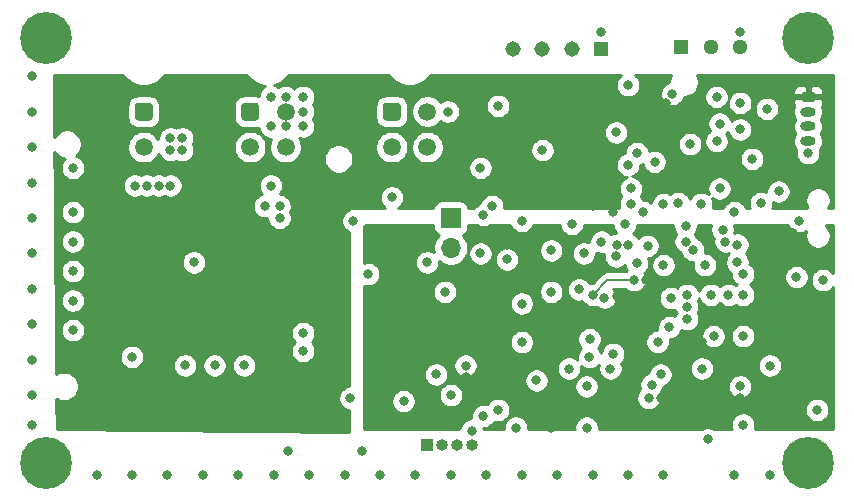
<source format=gbr>
%TF.GenerationSoftware,KiCad,Pcbnew,5.1.9-73d0e3b20d~88~ubuntu18.04.1*%
%TF.CreationDate,2021-01-21T10:29:52+00:00*%
%TF.ProjectId,Object_Detect_Board,4f626a65-6374-45f4-9465-746563745f42,V1.0*%
%TF.SameCoordinates,Original*%
%TF.FileFunction,Copper,L3,Inr*%
%TF.FilePolarity,Positive*%
%FSLAX46Y46*%
G04 Gerber Fmt 4.6, Leading zero omitted, Abs format (unit mm)*
G04 Created by KiCad (PCBNEW 5.1.9-73d0e3b20d~88~ubuntu18.04.1) date 2021-01-21 10:29:52*
%MOMM*%
%LPD*%
G01*
G04 APERTURE LIST*
%TA.AperFunction,ComponentPad*%
%ADD10C,4.400000*%
%TD*%
%TA.AperFunction,ComponentPad*%
%ADD11C,0.700000*%
%TD*%
%TA.AperFunction,ComponentPad*%
%ADD12C,1.500000*%
%TD*%
%TA.AperFunction,ComponentPad*%
%ADD13O,1.300000X0.800000*%
%TD*%
%TA.AperFunction,ComponentPad*%
%ADD14C,1.308000*%
%TD*%
%TA.AperFunction,ComponentPad*%
%ADD15R,1.308000X1.308000*%
%TD*%
%TA.AperFunction,ComponentPad*%
%ADD16R,1.280000X1.280000*%
%TD*%
%TA.AperFunction,ComponentPad*%
%ADD17C,1.280000*%
%TD*%
%TA.AperFunction,ComponentPad*%
%ADD18R,1.700000X1.700000*%
%TD*%
%TA.AperFunction,ComponentPad*%
%ADD19O,1.700000X1.700000*%
%TD*%
%TA.AperFunction,ComponentPad*%
%ADD20R,1.000000X1.000000*%
%TD*%
%TA.AperFunction,ComponentPad*%
%ADD21O,1.000000X1.000000*%
%TD*%
%TA.AperFunction,ViaPad*%
%ADD22C,0.800000*%
%TD*%
%TA.AperFunction,Conductor*%
%ADD23C,0.200000*%
%TD*%
%TA.AperFunction,Conductor*%
%ADD24C,0.254000*%
%TD*%
%TA.AperFunction,Conductor*%
%ADD25C,0.100000*%
%TD*%
G04 APERTURE END LIST*
D10*
%TO.N,GND*%
%TO.C,H1*%
X116000000Y-116500000D03*
D11*
X117650000Y-116500000D03*
X117166726Y-117666726D03*
X116000000Y-118150000D03*
X114833274Y-117666726D03*
X114350000Y-116500000D03*
X114833274Y-115333274D03*
X116000000Y-114850000D03*
X117166726Y-115333274D03*
%TD*%
%TO.N,GND*%
%TO.C,H2*%
X181666726Y-79333274D03*
X180500000Y-78850000D03*
X179333274Y-79333274D03*
X178850000Y-80500000D03*
X179333274Y-81666726D03*
X180500000Y-82150000D03*
X181666726Y-81666726D03*
X182150000Y-80500000D03*
D10*
X180500000Y-80500000D03*
%TD*%
%TO.N,GND*%
%TO.C,H3*%
X180500000Y-116500000D03*
D11*
X182150000Y-116500000D03*
X181666726Y-117666726D03*
X180500000Y-118150000D03*
X179333274Y-117666726D03*
X178850000Y-116500000D03*
X179333274Y-115333274D03*
X180500000Y-114850000D03*
X181666726Y-115333274D03*
%TD*%
%TO.N,GND*%
%TO.C,H4*%
X117166726Y-79333274D03*
X116000000Y-78850000D03*
X114833274Y-79333274D03*
X114350000Y-80500000D03*
X114833274Y-81666726D03*
X116000000Y-82150000D03*
X117166726Y-81666726D03*
X117650000Y-80500000D03*
D10*
X116000000Y-80500000D03*
%TD*%
%TO.N,+12V*%
%TO.C,J1*%
%TA.AperFunction,ComponentPad*%
G36*
G01*
X123500000Y-87250000D02*
X123500000Y-86250000D01*
G75*
G02*
X123750000Y-86000000I250000J0D01*
G01*
X124750000Y-86000000D01*
G75*
G02*
X125000000Y-86250000I0J-250000D01*
G01*
X125000000Y-87250000D01*
G75*
G02*
X124750000Y-87500000I-250000J0D01*
G01*
X123750000Y-87500000D01*
G75*
G02*
X123500000Y-87250000I0J250000D01*
G01*
G37*
%TD.AperFunction*%
D12*
%TO.N,GND*%
X124250000Y-89750000D03*
%TD*%
%TO.N,CAN_H*%
%TO.C,J2*%
X136250000Y-89750000D03*
%TO.N,CAN_L*%
X133250000Y-89750000D03*
%TO.N,GND*%
X136250000Y-86750000D03*
%TO.N,+12V*%
%TA.AperFunction,ComponentPad*%
G36*
G01*
X132500000Y-87250000D02*
X132500000Y-86250000D01*
G75*
G02*
X132750000Y-86000000I250000J0D01*
G01*
X133750000Y-86000000D01*
G75*
G02*
X134000000Y-86250000I0J-250000D01*
G01*
X134000000Y-87250000D01*
G75*
G02*
X133750000Y-87500000I-250000J0D01*
G01*
X132750000Y-87500000D01*
G75*
G02*
X132500000Y-87250000I0J250000D01*
G01*
G37*
%TD.AperFunction*%
%TD*%
%TO.N,+12V*%
%TO.C,J3*%
%TA.AperFunction,ComponentPad*%
G36*
G01*
X144500000Y-87250000D02*
X144500000Y-86250000D01*
G75*
G02*
X144750000Y-86000000I250000J0D01*
G01*
X145750000Y-86000000D01*
G75*
G02*
X146000000Y-86250000I0J-250000D01*
G01*
X146000000Y-87250000D01*
G75*
G02*
X145750000Y-87500000I-250000J0D01*
G01*
X144750000Y-87500000D01*
G75*
G02*
X144500000Y-87250000I0J250000D01*
G01*
G37*
%TD.AperFunction*%
%TO.N,GND*%
X148250000Y-86750000D03*
%TO.N,CAN_L*%
X145250000Y-89750000D03*
%TO.N,CAN_H*%
X148250000Y-89750000D03*
%TD*%
%TO.N,+5V*%
%TO.C,J4*%
%TA.AperFunction,ComponentPad*%
G36*
G01*
X180050000Y-85100000D02*
X180950000Y-85100000D01*
G75*
G02*
X181150000Y-85300000I0J-200000D01*
G01*
X181150000Y-85700000D01*
G75*
G02*
X180950000Y-85900000I-200000J0D01*
G01*
X180050000Y-85900000D01*
G75*
G02*
X179850000Y-85700000I0J200000D01*
G01*
X179850000Y-85300000D01*
G75*
G02*
X180050000Y-85100000I200000J0D01*
G01*
G37*
%TD.AperFunction*%
D13*
%TO.N,UART2_Tx*%
X180500000Y-86750000D03*
%TO.N,UART2_Rx*%
X180500000Y-88000000D03*
%TO.N,GND*%
X180500000Y-89250000D03*
%TD*%
D14*
%TO.N,Rx_Dynamixel*%
%TO.C,J5*%
X155500000Y-81400000D03*
%TO.N,Dt_Dynamixel*%
X158000000Y-81400000D03*
%TO.N,+12V*%
X160500000Y-81400000D03*
D15*
%TO.N,GND*%
X163000000Y-81400000D03*
%TD*%
D16*
%TO.N,Tx_PC*%
%TO.C,J6*%
X169750000Y-81250000D03*
D17*
%TO.N,Rx_PC*%
X172250000Y-81250000D03*
%TO.N,GND*%
X174750000Y-81250000D03*
%TD*%
D18*
%TO.N,Net-(JP1-Pad1)*%
%TO.C,JP1*%
X150250000Y-95750000D03*
D19*
%TO.N,CAN_H*%
X150250000Y-98290000D03*
%TD*%
D20*
%TO.N,+3V3*%
%TO.C,J7*%
X148250000Y-115000000D03*
D21*
%TO.N,+5V*%
X149520000Y-115000000D03*
%TO.N,+12V*%
X150790000Y-115000000D03*
%TO.N,GND*%
X152060000Y-115000000D03*
%TD*%
D22*
%TO.N,GND*%
X127500000Y-90000000D03*
X137750000Y-85500000D03*
X136250000Y-88000000D03*
X135000000Y-88000000D03*
X126500000Y-93000000D03*
X125500000Y-93000000D03*
X124500000Y-93000000D03*
X123500000Y-93000000D03*
X118250000Y-105250000D03*
X118250000Y-100250000D03*
X118250000Y-97750000D03*
X118250000Y-95250000D03*
X118250000Y-102750000D03*
X177250000Y-117500000D03*
X174250000Y-117500000D03*
X168250000Y-117500000D03*
X165250000Y-117500000D03*
X162250000Y-117500000D03*
X159250000Y-117500000D03*
X156250000Y-117500000D03*
X153250000Y-117500000D03*
X150250000Y-117500000D03*
X147250000Y-117500000D03*
X144250000Y-117500000D03*
X141250000Y-117500000D03*
X138250000Y-117500000D03*
X135250000Y-117500000D03*
X132250000Y-117500000D03*
X129250000Y-117500000D03*
X126250000Y-117500000D03*
X123250000Y-117500000D03*
X114750000Y-113250000D03*
X114750000Y-110750000D03*
X114750000Y-107750000D03*
X114750000Y-104750000D03*
X114750000Y-101750000D03*
X114750000Y-98750000D03*
X114750000Y-95750000D03*
X114750000Y-92750000D03*
X114750000Y-89750000D03*
X114750000Y-86750000D03*
X114750000Y-83750000D03*
X120250000Y-117500000D03*
X123250000Y-107500000D03*
X127500000Y-89000000D03*
X126500000Y-90000000D03*
X126500000Y-89000000D03*
X127750000Y-108223000D03*
X130250000Y-108223000D03*
X132750000Y-108223000D03*
X128500000Y-99500000D03*
X137750000Y-105500000D03*
X137750000Y-107000000D03*
X136500000Y-115500000D03*
X142750000Y-115500000D03*
X155750000Y-113500000D03*
X161750000Y-113500000D03*
X174750000Y-110000000D03*
X181250000Y-112000000D03*
X177250000Y-108250000D03*
X175000000Y-102250000D03*
X175000000Y-105750000D03*
X180500000Y-90250000D03*
X163000000Y-80000000D03*
X174750000Y-80000000D03*
X150000000Y-86750000D03*
X137750000Y-86750000D03*
X135000000Y-85500000D03*
X136250000Y-85500000D03*
X137750000Y-88000000D03*
X118250000Y-91500000D03*
X149000000Y-109000000D03*
X134500000Y-94750000D03*
X135750000Y-94750000D03*
X135750000Y-95750000D03*
X142000000Y-96000000D03*
X145250000Y-94000000D03*
X153750000Y-94750000D03*
X153000000Y-95500000D03*
X156250000Y-96000000D03*
X172750000Y-89250000D03*
X173000000Y-93250000D03*
X173000000Y-87750000D03*
X174750000Y-88250000D03*
X178000000Y-93500000D03*
X151500000Y-108250000D03*
X149750000Y-102000000D03*
X141750000Y-111000000D03*
X152000000Y-113750000D03*
X148250000Y-99500000D03*
X158750000Y-98500000D03*
X175000000Y-100500000D03*
X168873000Y-102543143D03*
%TO.N,+3V3*%
X158750000Y-97000000D03*
X144000000Y-111000000D03*
X166750000Y-101000000D03*
X170250000Y-101000000D03*
X176750000Y-100750000D03*
X179250000Y-97000000D03*
X174750000Y-111000000D03*
X155000000Y-98000000D03*
X147000000Y-99500000D03*
X168000000Y-111000000D03*
X171500000Y-106250000D03*
X165500000Y-112500000D03*
X153000000Y-102250000D03*
X151500000Y-109250000D03*
X158750000Y-113500000D03*
X164318356Y-102318356D03*
%TO.N,+5V*%
X130250000Y-105250000D03*
X139500000Y-100000000D03*
X146250000Y-111250000D03*
X162250000Y-94750000D03*
X153000000Y-112500000D03*
X150250000Y-110750000D03*
X170250000Y-86000000D03*
X168485792Y-86021312D03*
X163937000Y-95250000D03*
%TO.N,NRST*%
X175000000Y-113250000D03*
X156250000Y-106250000D03*
%TO.N,UART2_Tx*%
X181750000Y-101000000D03*
X154250000Y-112000000D03*
%TO.N,UART2_Rx*%
X165000000Y-96250000D03*
X158750000Y-102000000D03*
%TO.N,Tx_PC*%
X167500000Y-91000000D03*
%TO.N,SWDIO*%
X172000000Y-114500000D03*
X157500000Y-109500000D03*
X160250000Y-108500000D03*
X161978712Y-107521288D03*
%TO.N,SWCLK*%
X179500000Y-100750000D03*
X174250000Y-95250000D03*
X173500000Y-97750000D03*
X170250000Y-102250000D03*
X165750000Y-101000000D03*
X162250000Y-102250000D03*
%TO.N,SWO*%
X161500000Y-98750000D03*
X164307307Y-98014731D03*
X166000000Y-99600000D03*
%TO.N,UART3_Tx_5V*%
X170127000Y-96420010D03*
X170127000Y-97750000D03*
X166900000Y-98100000D03*
%TO.N,UART3_Tx_TTL*%
X158000000Y-90000000D03*
%TO.N,UART3_Rx_5V*%
X162000000Y-106000000D03*
X164000000Y-107250000D03*
X173250000Y-96750000D03*
X170750000Y-98445999D03*
%TO.N,UART3_Rx_TTL*%
X163000000Y-97750000D03*
X160500000Y-96250000D03*
X164250000Y-88500000D03*
%TO.N,UART_Tx_485*%
X163250000Y-102500000D03*
X163750000Y-108500000D03*
X167750000Y-106250000D03*
X170250000Y-103250000D03*
X171446288Y-94553712D03*
X165250000Y-98000000D03*
%TO.N,UART_Rx_485*%
X168750000Y-105000000D03*
X173750000Y-102250000D03*
X174500000Y-99500000D03*
X174500000Y-98000000D03*
X179750000Y-96000000D03*
X165250000Y-84500000D03*
X166000000Y-90250000D03*
X165500000Y-93250000D03*
%TO.N,UART1_Tx_5V*%
X172250000Y-102250000D03*
X170250000Y-104323000D03*
X172500000Y-105750000D03*
%TO.N,UART1_Rx_5V*%
X171500000Y-108500000D03*
%TO.N,RS485_Tx_OUT*%
X170500000Y-89500000D03*
X166500000Y-95250000D03*
%TO.N,RS485_Rx_OUT*%
X169000000Y-85250000D03*
X175750000Y-90750000D03*
X174750000Y-86000000D03*
X172750000Y-85500000D03*
%TO.N,UART3_Tx*%
X168252596Y-99747761D03*
X161100000Y-101800000D03*
%TO.N,UART3_Rx*%
X164250000Y-99000000D03*
X165500000Y-94554010D03*
X171752596Y-99747761D03*
X168250000Y-94554010D03*
%TO.N,RS485_DIR_CTRL*%
X167000000Y-111000000D03*
X169500000Y-94500000D03*
%TO.N,BOOT0*%
X177000000Y-86500000D03*
X176500000Y-94500000D03*
%TO.N,MOT_CTRL1*%
X154250000Y-86250000D03*
X168000000Y-109000000D03*
%TO.N,MOT_CTRL2*%
X167250000Y-109854001D03*
X161750000Y-110000000D03*
X156250000Y-103000000D03*
X155000000Y-99250000D03*
X152750000Y-98750000D03*
X152750000Y-91500000D03*
%TO.N,CAN_Tx*%
X135000000Y-93000000D03*
X143250000Y-100500000D03*
%TO.N,Dt_Dynamixel*%
X165250000Y-91250000D03*
%TD*%
D23*
%TO.N,SWCLK*%
X163500000Y-101000000D02*
X165750000Y-101000000D01*
X162250000Y-102250000D02*
X163500000Y-101000000D01*
%TD*%
D24*
%TO.N,+3V3*%
X148761928Y-96600000D02*
X148774188Y-96724482D01*
X148810498Y-96844180D01*
X148869463Y-96954494D01*
X148948815Y-97051185D01*
X149045506Y-97130537D01*
X149155820Y-97189502D01*
X149228380Y-97211513D01*
X149096525Y-97343368D01*
X148934010Y-97586589D01*
X148822068Y-97856842D01*
X148765000Y-98143740D01*
X148765000Y-98436260D01*
X148802409Y-98624324D01*
X148740256Y-98582795D01*
X148551898Y-98504774D01*
X148351939Y-98465000D01*
X148148061Y-98465000D01*
X147948102Y-98504774D01*
X147759744Y-98582795D01*
X147590226Y-98696063D01*
X147446063Y-98840226D01*
X147332795Y-99009744D01*
X147254774Y-99198102D01*
X147215000Y-99398061D01*
X147215000Y-99601939D01*
X147254774Y-99801898D01*
X147332795Y-99990256D01*
X147446063Y-100159774D01*
X147590226Y-100303937D01*
X147759744Y-100417205D01*
X147948102Y-100495226D01*
X148148061Y-100535000D01*
X148351939Y-100535000D01*
X148551898Y-100495226D01*
X148740256Y-100417205D01*
X148909774Y-100303937D01*
X149053937Y-100159774D01*
X149167205Y-99990256D01*
X149245226Y-99801898D01*
X149285000Y-99601939D01*
X149285000Y-99425107D01*
X149303368Y-99443475D01*
X149546589Y-99605990D01*
X149816842Y-99717932D01*
X150103740Y-99775000D01*
X150396260Y-99775000D01*
X150683158Y-99717932D01*
X150953411Y-99605990D01*
X151196632Y-99443475D01*
X151403475Y-99236632D01*
X151565990Y-98993411D01*
X151677932Y-98723158D01*
X151692869Y-98648061D01*
X151715000Y-98648061D01*
X151715000Y-98851939D01*
X151754774Y-99051898D01*
X151832795Y-99240256D01*
X151946063Y-99409774D01*
X152090226Y-99553937D01*
X152259744Y-99667205D01*
X152448102Y-99745226D01*
X152648061Y-99785000D01*
X152851939Y-99785000D01*
X153051898Y-99745226D01*
X153240256Y-99667205D01*
X153409774Y-99553937D01*
X153553937Y-99409774D01*
X153667205Y-99240256D01*
X153705393Y-99148061D01*
X153965000Y-99148061D01*
X153965000Y-99351939D01*
X154004774Y-99551898D01*
X154082795Y-99740256D01*
X154196063Y-99909774D01*
X154340226Y-100053937D01*
X154509744Y-100167205D01*
X154698102Y-100245226D01*
X154898061Y-100285000D01*
X155101939Y-100285000D01*
X155301898Y-100245226D01*
X155490256Y-100167205D01*
X155659774Y-100053937D01*
X155803937Y-99909774D01*
X155917205Y-99740256D01*
X155995226Y-99551898D01*
X156035000Y-99351939D01*
X156035000Y-99148061D01*
X155995226Y-98948102D01*
X155917205Y-98759744D01*
X155803937Y-98590226D01*
X155659774Y-98446063D01*
X155587934Y-98398061D01*
X157715000Y-98398061D01*
X157715000Y-98601939D01*
X157754774Y-98801898D01*
X157832795Y-98990256D01*
X157946063Y-99159774D01*
X158090226Y-99303937D01*
X158259744Y-99417205D01*
X158448102Y-99495226D01*
X158648061Y-99535000D01*
X158851939Y-99535000D01*
X159051898Y-99495226D01*
X159240256Y-99417205D01*
X159409774Y-99303937D01*
X159553937Y-99159774D01*
X159667205Y-98990256D01*
X159745226Y-98801898D01*
X159785000Y-98601939D01*
X159785000Y-98398061D01*
X159745226Y-98198102D01*
X159667205Y-98009744D01*
X159553937Y-97840226D01*
X159409774Y-97696063D01*
X159240256Y-97582795D01*
X159051898Y-97504774D01*
X158851939Y-97465000D01*
X158648061Y-97465000D01*
X158448102Y-97504774D01*
X158259744Y-97582795D01*
X158090226Y-97696063D01*
X157946063Y-97840226D01*
X157832795Y-98009744D01*
X157754774Y-98198102D01*
X157715000Y-98398061D01*
X155587934Y-98398061D01*
X155490256Y-98332795D01*
X155301898Y-98254774D01*
X155101939Y-98215000D01*
X154898061Y-98215000D01*
X154698102Y-98254774D01*
X154509744Y-98332795D01*
X154340226Y-98446063D01*
X154196063Y-98590226D01*
X154082795Y-98759744D01*
X154004774Y-98948102D01*
X153965000Y-99148061D01*
X153705393Y-99148061D01*
X153745226Y-99051898D01*
X153785000Y-98851939D01*
X153785000Y-98648061D01*
X153745226Y-98448102D01*
X153667205Y-98259744D01*
X153553937Y-98090226D01*
X153409774Y-97946063D01*
X153240256Y-97832795D01*
X153051898Y-97754774D01*
X152851939Y-97715000D01*
X152648061Y-97715000D01*
X152448102Y-97754774D01*
X152259744Y-97832795D01*
X152090226Y-97946063D01*
X151946063Y-98090226D01*
X151832795Y-98259744D01*
X151754774Y-98448102D01*
X151715000Y-98648061D01*
X151692869Y-98648061D01*
X151735000Y-98436260D01*
X151735000Y-98143740D01*
X151677932Y-97856842D01*
X151565990Y-97586589D01*
X151403475Y-97343368D01*
X151271620Y-97211513D01*
X151344180Y-97189502D01*
X151454494Y-97130537D01*
X151551185Y-97051185D01*
X151630537Y-96954494D01*
X151689502Y-96844180D01*
X151725812Y-96724482D01*
X151738072Y-96600000D01*
X151738072Y-96377000D01*
X152449573Y-96377000D01*
X152509744Y-96417205D01*
X152698102Y-96495226D01*
X152898061Y-96535000D01*
X153101939Y-96535000D01*
X153301898Y-96495226D01*
X153490256Y-96417205D01*
X153550427Y-96377000D01*
X155285882Y-96377000D01*
X155332795Y-96490256D01*
X155446063Y-96659774D01*
X155590226Y-96803937D01*
X155759744Y-96917205D01*
X155948102Y-96995226D01*
X156148061Y-97035000D01*
X156351939Y-97035000D01*
X156551898Y-96995226D01*
X156740256Y-96917205D01*
X156909774Y-96803937D01*
X157053937Y-96659774D01*
X157167205Y-96490256D01*
X157214118Y-96377000D01*
X159469985Y-96377000D01*
X159504774Y-96551898D01*
X159582795Y-96740256D01*
X159696063Y-96909774D01*
X159840226Y-97053937D01*
X160009744Y-97167205D01*
X160198102Y-97245226D01*
X160398061Y-97285000D01*
X160601939Y-97285000D01*
X160801898Y-97245226D01*
X160990256Y-97167205D01*
X161159774Y-97053937D01*
X161303937Y-96909774D01*
X161417205Y-96740256D01*
X161495226Y-96551898D01*
X161530015Y-96377000D01*
X163969985Y-96377000D01*
X164004774Y-96551898D01*
X164082795Y-96740256D01*
X164196063Y-96909774D01*
X164266020Y-96979731D01*
X164205368Y-96979731D01*
X164005409Y-97019505D01*
X163817051Y-97097526D01*
X163811357Y-97101331D01*
X163803937Y-97090226D01*
X163659774Y-96946063D01*
X163490256Y-96832795D01*
X163301898Y-96754774D01*
X163101939Y-96715000D01*
X162898061Y-96715000D01*
X162698102Y-96754774D01*
X162509744Y-96832795D01*
X162340226Y-96946063D01*
X162196063Y-97090226D01*
X162082795Y-97259744D01*
X162004774Y-97448102D01*
X161965000Y-97648061D01*
X161965000Y-97822334D01*
X161801898Y-97754774D01*
X161601939Y-97715000D01*
X161398061Y-97715000D01*
X161198102Y-97754774D01*
X161009744Y-97832795D01*
X160840226Y-97946063D01*
X160696063Y-98090226D01*
X160582795Y-98259744D01*
X160504774Y-98448102D01*
X160465000Y-98648061D01*
X160465000Y-98851939D01*
X160504774Y-99051898D01*
X160582795Y-99240256D01*
X160696063Y-99409774D01*
X160840226Y-99553937D01*
X161009744Y-99667205D01*
X161198102Y-99745226D01*
X161398061Y-99785000D01*
X161601939Y-99785000D01*
X161801898Y-99745226D01*
X161990256Y-99667205D01*
X162159774Y-99553937D01*
X162303937Y-99409774D01*
X162417205Y-99240256D01*
X162495226Y-99051898D01*
X162535000Y-98851939D01*
X162535000Y-98677666D01*
X162698102Y-98745226D01*
X162898061Y-98785000D01*
X163101939Y-98785000D01*
X163243073Y-98756927D01*
X163215000Y-98898061D01*
X163215000Y-99101939D01*
X163254774Y-99301898D01*
X163332795Y-99490256D01*
X163446063Y-99659774D01*
X163590226Y-99803937D01*
X163759744Y-99917205D01*
X163948102Y-99995226D01*
X164148061Y-100035000D01*
X164351939Y-100035000D01*
X164551898Y-99995226D01*
X164740256Y-99917205D01*
X164909774Y-99803937D01*
X164972760Y-99740951D01*
X165004774Y-99901898D01*
X165082795Y-100090256D01*
X165133965Y-100166838D01*
X165090226Y-100196063D01*
X165021289Y-100265000D01*
X163536105Y-100265000D01*
X163500000Y-100261444D01*
X163463895Y-100265000D01*
X163355915Y-100275635D01*
X163217367Y-100317663D01*
X163089680Y-100385913D01*
X162977762Y-100477762D01*
X162954746Y-100505807D01*
X162245554Y-101215000D01*
X162148061Y-101215000D01*
X161976677Y-101249090D01*
X161903937Y-101140226D01*
X161759774Y-100996063D01*
X161590256Y-100882795D01*
X161401898Y-100804774D01*
X161201939Y-100765000D01*
X160998061Y-100765000D01*
X160798102Y-100804774D01*
X160609744Y-100882795D01*
X160440226Y-100996063D01*
X160296063Y-101140226D01*
X160182795Y-101309744D01*
X160104774Y-101498102D01*
X160065000Y-101698061D01*
X160065000Y-101901939D01*
X160104774Y-102101898D01*
X160182795Y-102290256D01*
X160296063Y-102459774D01*
X160440226Y-102603937D01*
X160609744Y-102717205D01*
X160798102Y-102795226D01*
X160998061Y-102835000D01*
X161201939Y-102835000D01*
X161373323Y-102800910D01*
X161446063Y-102909774D01*
X161590226Y-103053937D01*
X161759744Y-103167205D01*
X161948102Y-103245226D01*
X162148061Y-103285000D01*
X162351939Y-103285000D01*
X162534897Y-103248608D01*
X162590226Y-103303937D01*
X162759744Y-103417205D01*
X162948102Y-103495226D01*
X163148061Y-103535000D01*
X163351939Y-103535000D01*
X163551898Y-103495226D01*
X163740256Y-103417205D01*
X163909774Y-103303937D01*
X164053937Y-103159774D01*
X164167205Y-102990256D01*
X164245226Y-102801898D01*
X164285000Y-102601939D01*
X164285000Y-102398061D01*
X164245226Y-102198102D01*
X164167205Y-102009744D01*
X164053937Y-101840226D01*
X163948711Y-101735000D01*
X165021289Y-101735000D01*
X165090226Y-101803937D01*
X165259744Y-101917205D01*
X165448102Y-101995226D01*
X165648061Y-102035000D01*
X165851939Y-102035000D01*
X166051898Y-101995226D01*
X166240256Y-101917205D01*
X166409774Y-101803937D01*
X166553937Y-101659774D01*
X166667205Y-101490256D01*
X166745226Y-101301898D01*
X166785000Y-101101939D01*
X166785000Y-100898061D01*
X166745226Y-100698102D01*
X166667205Y-100509744D01*
X166616035Y-100433162D01*
X166659774Y-100403937D01*
X166803937Y-100259774D01*
X166917205Y-100090256D01*
X166995226Y-99901898D01*
X167035000Y-99701939D01*
X167035000Y-99645822D01*
X167217596Y-99645822D01*
X167217596Y-99849700D01*
X167257370Y-100049659D01*
X167335391Y-100238017D01*
X167448659Y-100407535D01*
X167592822Y-100551698D01*
X167762340Y-100664966D01*
X167950698Y-100742987D01*
X168150657Y-100782761D01*
X168354535Y-100782761D01*
X168554494Y-100742987D01*
X168742852Y-100664966D01*
X168912370Y-100551698D01*
X169056533Y-100407535D01*
X169169801Y-100238017D01*
X169247822Y-100049659D01*
X169287596Y-99849700D01*
X169287596Y-99645822D01*
X169247822Y-99445863D01*
X169169801Y-99257505D01*
X169056533Y-99087987D01*
X168912370Y-98943824D01*
X168742852Y-98830556D01*
X168554494Y-98752535D01*
X168354535Y-98712761D01*
X168150657Y-98712761D01*
X167950698Y-98752535D01*
X167762340Y-98830556D01*
X167592822Y-98943824D01*
X167448659Y-99087987D01*
X167335391Y-99257505D01*
X167257370Y-99445863D01*
X167217596Y-99645822D01*
X167035000Y-99645822D01*
X167035000Y-99498061D01*
X166995226Y-99298102D01*
X166927666Y-99135000D01*
X167001939Y-99135000D01*
X167201898Y-99095226D01*
X167390256Y-99017205D01*
X167559774Y-98903937D01*
X167703937Y-98759774D01*
X167817205Y-98590256D01*
X167895226Y-98401898D01*
X167935000Y-98201939D01*
X167935000Y-97998061D01*
X167895226Y-97798102D01*
X167817205Y-97609744D01*
X167703937Y-97440226D01*
X167559774Y-97296063D01*
X167390256Y-97182795D01*
X167201898Y-97104774D01*
X167001939Y-97065000D01*
X166798061Y-97065000D01*
X166598102Y-97104774D01*
X166409744Y-97182795D01*
X166240226Y-97296063D01*
X166110865Y-97425424D01*
X166053937Y-97340226D01*
X165909774Y-97196063D01*
X165740256Y-97082795D01*
X165662941Y-97050770D01*
X165803937Y-96909774D01*
X165917205Y-96740256D01*
X165995226Y-96551898D01*
X166030015Y-96377000D01*
X169092000Y-96377000D01*
X169092000Y-96521949D01*
X169131774Y-96721908D01*
X169209795Y-96910266D01*
X169323063Y-97079784D01*
X169328284Y-97085005D01*
X169323063Y-97090226D01*
X169209795Y-97259744D01*
X169131774Y-97448102D01*
X169092000Y-97648061D01*
X169092000Y-97851939D01*
X169131774Y-98051898D01*
X169209795Y-98240256D01*
X169323063Y-98409774D01*
X169467226Y-98553937D01*
X169636744Y-98667205D01*
X169747880Y-98713239D01*
X169754774Y-98747897D01*
X169832795Y-98936255D01*
X169946063Y-99105773D01*
X170090226Y-99249936D01*
X170259744Y-99363204D01*
X170448102Y-99441225D01*
X170648061Y-99480999D01*
X170750381Y-99480999D01*
X170717596Y-99645822D01*
X170717596Y-99849700D01*
X170757370Y-100049659D01*
X170835391Y-100238017D01*
X170948659Y-100407535D01*
X171092822Y-100551698D01*
X171262340Y-100664966D01*
X171450698Y-100742987D01*
X171650657Y-100782761D01*
X171854535Y-100782761D01*
X172054494Y-100742987D01*
X172242852Y-100664966D01*
X172412370Y-100551698D01*
X172556533Y-100407535D01*
X172669801Y-100238017D01*
X172747822Y-100049659D01*
X172787596Y-99849700D01*
X172787596Y-99645822D01*
X172747822Y-99445863D01*
X172669801Y-99257505D01*
X172556533Y-99087987D01*
X172412370Y-98943824D01*
X172242852Y-98830556D01*
X172054494Y-98752535D01*
X171854535Y-98712761D01*
X171752215Y-98712761D01*
X171785000Y-98547938D01*
X171785000Y-98344060D01*
X171745226Y-98144101D01*
X171667205Y-97955743D01*
X171553937Y-97786225D01*
X171409774Y-97642062D01*
X171240256Y-97528794D01*
X171129120Y-97482760D01*
X171122226Y-97448102D01*
X171044205Y-97259744D01*
X170930937Y-97090226D01*
X170925716Y-97085005D01*
X170930937Y-97079784D01*
X171044205Y-96910266D01*
X171122226Y-96721908D01*
X171162000Y-96521949D01*
X171162000Y-96377000D01*
X172284226Y-96377000D01*
X172254774Y-96448102D01*
X172215000Y-96648061D01*
X172215000Y-96851939D01*
X172254774Y-97051898D01*
X172332795Y-97240256D01*
X172446063Y-97409774D01*
X172501392Y-97465103D01*
X172465000Y-97648061D01*
X172465000Y-97851939D01*
X172504774Y-98051898D01*
X172582795Y-98240256D01*
X172696063Y-98409774D01*
X172840226Y-98553937D01*
X173009744Y-98667205D01*
X173198102Y-98745226D01*
X173398061Y-98785000D01*
X173601939Y-98785000D01*
X173784897Y-98748608D01*
X173786289Y-98750000D01*
X173696063Y-98840226D01*
X173582795Y-99009744D01*
X173504774Y-99198102D01*
X173465000Y-99398061D01*
X173465000Y-99601939D01*
X173504774Y-99801898D01*
X173582795Y-99990256D01*
X173696063Y-100159774D01*
X173840226Y-100303937D01*
X173966888Y-100388570D01*
X173965000Y-100398061D01*
X173965000Y-100601939D01*
X174004774Y-100801898D01*
X174082795Y-100990256D01*
X174196063Y-101159774D01*
X174340226Y-101303937D01*
X174446580Y-101375000D01*
X174375000Y-101422828D01*
X174240256Y-101332795D01*
X174051898Y-101254774D01*
X173851939Y-101215000D01*
X173648061Y-101215000D01*
X173448102Y-101254774D01*
X173259744Y-101332795D01*
X173090226Y-101446063D01*
X173000000Y-101536289D01*
X172909774Y-101446063D01*
X172740256Y-101332795D01*
X172551898Y-101254774D01*
X172351939Y-101215000D01*
X172148061Y-101215000D01*
X171948102Y-101254774D01*
X171759744Y-101332795D01*
X171590226Y-101446063D01*
X171446063Y-101590226D01*
X171332795Y-101759744D01*
X171254774Y-101948102D01*
X171250000Y-101972103D01*
X171245226Y-101948102D01*
X171167205Y-101759744D01*
X171053937Y-101590226D01*
X170909774Y-101446063D01*
X170740256Y-101332795D01*
X170551898Y-101254774D01*
X170351939Y-101215000D01*
X170148061Y-101215000D01*
X169948102Y-101254774D01*
X169759744Y-101332795D01*
X169590226Y-101446063D01*
X169446063Y-101590226D01*
X169404007Y-101653167D01*
X169363256Y-101625938D01*
X169174898Y-101547917D01*
X168974939Y-101508143D01*
X168771061Y-101508143D01*
X168571102Y-101547917D01*
X168382744Y-101625938D01*
X168213226Y-101739206D01*
X168069063Y-101883369D01*
X167955795Y-102052887D01*
X167877774Y-102241245D01*
X167838000Y-102441204D01*
X167838000Y-102645082D01*
X167877774Y-102845041D01*
X167955795Y-103033399D01*
X168069063Y-103202917D01*
X168213226Y-103347080D01*
X168382744Y-103460348D01*
X168571102Y-103538369D01*
X168771061Y-103578143D01*
X168974939Y-103578143D01*
X169174898Y-103538369D01*
X169246208Y-103508831D01*
X169254774Y-103551898D01*
X169332795Y-103740256D01*
X169363694Y-103786500D01*
X169332795Y-103832744D01*
X169254774Y-104021102D01*
X169242239Y-104084120D01*
X169240256Y-104082795D01*
X169051898Y-104004774D01*
X168851939Y-103965000D01*
X168648061Y-103965000D01*
X168448102Y-104004774D01*
X168259744Y-104082795D01*
X168090226Y-104196063D01*
X167946063Y-104340226D01*
X167832795Y-104509744D01*
X167754774Y-104698102D01*
X167715000Y-104898061D01*
X167715000Y-105101939D01*
X167737489Y-105215000D01*
X167648061Y-105215000D01*
X167448102Y-105254774D01*
X167259744Y-105332795D01*
X167090226Y-105446063D01*
X166946063Y-105590226D01*
X166832795Y-105759744D01*
X166754774Y-105948102D01*
X166715000Y-106148061D01*
X166715000Y-106351939D01*
X166754774Y-106551898D01*
X166832795Y-106740256D01*
X166946063Y-106909774D01*
X167090226Y-107053937D01*
X167259744Y-107167205D01*
X167448102Y-107245226D01*
X167648061Y-107285000D01*
X167851939Y-107285000D01*
X168051898Y-107245226D01*
X168240256Y-107167205D01*
X168409774Y-107053937D01*
X168553937Y-106909774D01*
X168667205Y-106740256D01*
X168745226Y-106551898D01*
X168785000Y-106351939D01*
X168785000Y-106148061D01*
X168762511Y-106035000D01*
X168851939Y-106035000D01*
X169051898Y-105995226D01*
X169240256Y-105917205D01*
X169409774Y-105803937D01*
X169553937Y-105659774D01*
X169561763Y-105648061D01*
X171465000Y-105648061D01*
X171465000Y-105851939D01*
X171504774Y-106051898D01*
X171582795Y-106240256D01*
X171696063Y-106409774D01*
X171840226Y-106553937D01*
X172009744Y-106667205D01*
X172198102Y-106745226D01*
X172398061Y-106785000D01*
X172601939Y-106785000D01*
X172801898Y-106745226D01*
X172990256Y-106667205D01*
X173159774Y-106553937D01*
X173303937Y-106409774D01*
X173417205Y-106240256D01*
X173495226Y-106051898D01*
X173535000Y-105851939D01*
X173535000Y-105648061D01*
X173965000Y-105648061D01*
X173965000Y-105851939D01*
X174004774Y-106051898D01*
X174082795Y-106240256D01*
X174196063Y-106409774D01*
X174340226Y-106553937D01*
X174509744Y-106667205D01*
X174698102Y-106745226D01*
X174898061Y-106785000D01*
X175101939Y-106785000D01*
X175301898Y-106745226D01*
X175490256Y-106667205D01*
X175659774Y-106553937D01*
X175803937Y-106409774D01*
X175917205Y-106240256D01*
X175995226Y-106051898D01*
X176035000Y-105851939D01*
X176035000Y-105648061D01*
X175995226Y-105448102D01*
X175917205Y-105259744D01*
X175803937Y-105090226D01*
X175659774Y-104946063D01*
X175490256Y-104832795D01*
X175301898Y-104754774D01*
X175101939Y-104715000D01*
X174898061Y-104715000D01*
X174698102Y-104754774D01*
X174509744Y-104832795D01*
X174340226Y-104946063D01*
X174196063Y-105090226D01*
X174082795Y-105259744D01*
X174004774Y-105448102D01*
X173965000Y-105648061D01*
X173535000Y-105648061D01*
X173495226Y-105448102D01*
X173417205Y-105259744D01*
X173303937Y-105090226D01*
X173159774Y-104946063D01*
X172990256Y-104832795D01*
X172801898Y-104754774D01*
X172601939Y-104715000D01*
X172398061Y-104715000D01*
X172198102Y-104754774D01*
X172009744Y-104832795D01*
X171840226Y-104946063D01*
X171696063Y-105090226D01*
X171582795Y-105259744D01*
X171504774Y-105448102D01*
X171465000Y-105648061D01*
X169561763Y-105648061D01*
X169667205Y-105490256D01*
X169745226Y-105301898D01*
X169757761Y-105238880D01*
X169759744Y-105240205D01*
X169948102Y-105318226D01*
X170148061Y-105358000D01*
X170351939Y-105358000D01*
X170551898Y-105318226D01*
X170740256Y-105240205D01*
X170909774Y-105126937D01*
X171053937Y-104982774D01*
X171167205Y-104813256D01*
X171245226Y-104624898D01*
X171285000Y-104424939D01*
X171285000Y-104221061D01*
X171245226Y-104021102D01*
X171167205Y-103832744D01*
X171136306Y-103786500D01*
X171167205Y-103740256D01*
X171245226Y-103551898D01*
X171285000Y-103351939D01*
X171285000Y-103148061D01*
X171245226Y-102948102D01*
X171167205Y-102759744D01*
X171160694Y-102750000D01*
X171167205Y-102740256D01*
X171245226Y-102551898D01*
X171250000Y-102527897D01*
X171254774Y-102551898D01*
X171332795Y-102740256D01*
X171446063Y-102909774D01*
X171590226Y-103053937D01*
X171759744Y-103167205D01*
X171948102Y-103245226D01*
X172148061Y-103285000D01*
X172351939Y-103285000D01*
X172551898Y-103245226D01*
X172740256Y-103167205D01*
X172909774Y-103053937D01*
X173000000Y-102963711D01*
X173090226Y-103053937D01*
X173259744Y-103167205D01*
X173448102Y-103245226D01*
X173648061Y-103285000D01*
X173851939Y-103285000D01*
X174051898Y-103245226D01*
X174240256Y-103167205D01*
X174375000Y-103077172D01*
X174509744Y-103167205D01*
X174698102Y-103245226D01*
X174898061Y-103285000D01*
X175101939Y-103285000D01*
X175301898Y-103245226D01*
X175490256Y-103167205D01*
X175659774Y-103053937D01*
X175803937Y-102909774D01*
X175917205Y-102740256D01*
X175995226Y-102551898D01*
X176035000Y-102351939D01*
X176035000Y-102148061D01*
X175995226Y-101948102D01*
X175917205Y-101759744D01*
X175803937Y-101590226D01*
X175659774Y-101446063D01*
X175553420Y-101375000D01*
X175659774Y-101303937D01*
X175803937Y-101159774D01*
X175917205Y-100990256D01*
X175995226Y-100801898D01*
X176025825Y-100648061D01*
X178465000Y-100648061D01*
X178465000Y-100851939D01*
X178504774Y-101051898D01*
X178582795Y-101240256D01*
X178696063Y-101409774D01*
X178840226Y-101553937D01*
X179009744Y-101667205D01*
X179198102Y-101745226D01*
X179398061Y-101785000D01*
X179601939Y-101785000D01*
X179801898Y-101745226D01*
X179990256Y-101667205D01*
X180159774Y-101553937D01*
X180303937Y-101409774D01*
X180417205Y-101240256D01*
X180495226Y-101051898D01*
X180535000Y-100851939D01*
X180535000Y-100648061D01*
X180495226Y-100448102D01*
X180417205Y-100259744D01*
X180303937Y-100090226D01*
X180159774Y-99946063D01*
X179990256Y-99832795D01*
X179801898Y-99754774D01*
X179601939Y-99715000D01*
X179398061Y-99715000D01*
X179198102Y-99754774D01*
X179009744Y-99832795D01*
X178840226Y-99946063D01*
X178696063Y-100090226D01*
X178582795Y-100259744D01*
X178504774Y-100448102D01*
X178465000Y-100648061D01*
X176025825Y-100648061D01*
X176035000Y-100601939D01*
X176035000Y-100398061D01*
X175995226Y-100198102D01*
X175917205Y-100009744D01*
X175803937Y-99840226D01*
X175659774Y-99696063D01*
X175533112Y-99611430D01*
X175535000Y-99601939D01*
X175535000Y-99398061D01*
X175495226Y-99198102D01*
X175417205Y-99009744D01*
X175303937Y-98840226D01*
X175213711Y-98750000D01*
X175303937Y-98659774D01*
X175417205Y-98490256D01*
X175495226Y-98301898D01*
X175535000Y-98101939D01*
X175535000Y-97898061D01*
X175495226Y-97698102D01*
X175417205Y-97509744D01*
X175303937Y-97340226D01*
X175159774Y-97196063D01*
X174990256Y-97082795D01*
X174801898Y-97004774D01*
X174601939Y-96965000D01*
X174398061Y-96965000D01*
X174256927Y-96993073D01*
X174285000Y-96851939D01*
X174285000Y-96648061D01*
X174245226Y-96448102D01*
X174215774Y-96377000D01*
X178785882Y-96377000D01*
X178832795Y-96490256D01*
X178946063Y-96659774D01*
X179090226Y-96803937D01*
X179259744Y-96917205D01*
X179448102Y-96995226D01*
X179648061Y-97035000D01*
X179851939Y-97035000D01*
X180051898Y-96995226D01*
X180240256Y-96917205D01*
X180313810Y-96868058D01*
X180286696Y-96933517D01*
X180245000Y-97143137D01*
X180245000Y-97356863D01*
X180286696Y-97566483D01*
X180368485Y-97763940D01*
X180487225Y-97941647D01*
X180638353Y-98092775D01*
X180816060Y-98211515D01*
X181013517Y-98293304D01*
X181223137Y-98335000D01*
X181436863Y-98335000D01*
X181646483Y-98293304D01*
X181843940Y-98211515D01*
X182021647Y-98092775D01*
X182172775Y-97941647D01*
X182291515Y-97763940D01*
X182373304Y-97566483D01*
X182415000Y-97356863D01*
X182415000Y-97143137D01*
X182373304Y-96933517D01*
X182291515Y-96736060D01*
X182172775Y-96558353D01*
X182021647Y-96407225D01*
X181976412Y-96377000D01*
X182590000Y-96377000D01*
X182590000Y-100394199D01*
X182553937Y-100340226D01*
X182409774Y-100196063D01*
X182240256Y-100082795D01*
X182051898Y-100004774D01*
X181851939Y-99965000D01*
X181648061Y-99965000D01*
X181448102Y-100004774D01*
X181259744Y-100082795D01*
X181090226Y-100196063D01*
X180946063Y-100340226D01*
X180832795Y-100509744D01*
X180754774Y-100698102D01*
X180715000Y-100898061D01*
X180715000Y-101101939D01*
X180754774Y-101301898D01*
X180832795Y-101490256D01*
X180946063Y-101659774D01*
X181090226Y-101803937D01*
X181259744Y-101917205D01*
X181448102Y-101995226D01*
X181648061Y-102035000D01*
X181851939Y-102035000D01*
X182051898Y-101995226D01*
X182240256Y-101917205D01*
X182409774Y-101803937D01*
X182553937Y-101659774D01*
X182590000Y-101605801D01*
X182590000Y-113623000D01*
X175965774Y-113623000D01*
X175995226Y-113551898D01*
X176035000Y-113351939D01*
X176035000Y-113148061D01*
X175995226Y-112948102D01*
X175917205Y-112759744D01*
X175803937Y-112590226D01*
X175659774Y-112446063D01*
X175490256Y-112332795D01*
X175301898Y-112254774D01*
X175101939Y-112215000D01*
X174898061Y-112215000D01*
X174698102Y-112254774D01*
X174509744Y-112332795D01*
X174340226Y-112446063D01*
X174196063Y-112590226D01*
X174082795Y-112759744D01*
X174004774Y-112948102D01*
X173965000Y-113148061D01*
X173965000Y-113351939D01*
X174004774Y-113551898D01*
X174034226Y-113623000D01*
X172550427Y-113623000D01*
X172490256Y-113582795D01*
X172301898Y-113504774D01*
X172101939Y-113465000D01*
X171898061Y-113465000D01*
X171698102Y-113504774D01*
X171509744Y-113582795D01*
X171449573Y-113623000D01*
X162780811Y-113623000D01*
X162785000Y-113601939D01*
X162785000Y-113398061D01*
X162745226Y-113198102D01*
X162667205Y-113009744D01*
X162553937Y-112840226D01*
X162409774Y-112696063D01*
X162240256Y-112582795D01*
X162051898Y-112504774D01*
X161851939Y-112465000D01*
X161648061Y-112465000D01*
X161448102Y-112504774D01*
X161259744Y-112582795D01*
X161090226Y-112696063D01*
X160946063Y-112840226D01*
X160832795Y-113009744D01*
X160754774Y-113198102D01*
X160715000Y-113398061D01*
X160715000Y-113601939D01*
X160719189Y-113623000D01*
X156780811Y-113623000D01*
X156785000Y-113601939D01*
X156785000Y-113398061D01*
X156745226Y-113198102D01*
X156667205Y-113009744D01*
X156553937Y-112840226D01*
X156409774Y-112696063D01*
X156240256Y-112582795D01*
X156051898Y-112504774D01*
X155851939Y-112465000D01*
X155648061Y-112465000D01*
X155448102Y-112504774D01*
X155259744Y-112582795D01*
X155090226Y-112696063D01*
X154946063Y-112840226D01*
X154832795Y-113009744D01*
X154754774Y-113198102D01*
X154715000Y-113398061D01*
X154715000Y-113601939D01*
X154719189Y-113623000D01*
X153030015Y-113623000D01*
X153012511Y-113535000D01*
X153101939Y-113535000D01*
X153301898Y-113495226D01*
X153490256Y-113417205D01*
X153659774Y-113303937D01*
X153803937Y-113159774D01*
X153917205Y-112990256D01*
X153919973Y-112983574D01*
X153948102Y-112995226D01*
X154148061Y-113035000D01*
X154351939Y-113035000D01*
X154551898Y-112995226D01*
X154740256Y-112917205D01*
X154909774Y-112803937D01*
X155053937Y-112659774D01*
X155167205Y-112490256D01*
X155245226Y-112301898D01*
X155285000Y-112101939D01*
X155285000Y-111898061D01*
X155245226Y-111698102D01*
X155167205Y-111509744D01*
X155053937Y-111340226D01*
X154909774Y-111196063D01*
X154740256Y-111082795D01*
X154551898Y-111004774D01*
X154351939Y-110965000D01*
X154148061Y-110965000D01*
X153948102Y-111004774D01*
X153759744Y-111082795D01*
X153590226Y-111196063D01*
X153446063Y-111340226D01*
X153332795Y-111509744D01*
X153330027Y-111516426D01*
X153301898Y-111504774D01*
X153101939Y-111465000D01*
X152898061Y-111465000D01*
X152698102Y-111504774D01*
X152509744Y-111582795D01*
X152340226Y-111696063D01*
X152196063Y-111840226D01*
X152082795Y-112009744D01*
X152004774Y-112198102D01*
X151965000Y-112398061D01*
X151965000Y-112601939D01*
X151987489Y-112715000D01*
X151898061Y-112715000D01*
X151698102Y-112754774D01*
X151509744Y-112832795D01*
X151340226Y-112946063D01*
X151196063Y-113090226D01*
X151082795Y-113259744D01*
X151004774Y-113448102D01*
X150969985Y-113623000D01*
X142877000Y-113623000D01*
X142877000Y-111148061D01*
X145215000Y-111148061D01*
X145215000Y-111351939D01*
X145254774Y-111551898D01*
X145332795Y-111740256D01*
X145446063Y-111909774D01*
X145590226Y-112053937D01*
X145759744Y-112167205D01*
X145948102Y-112245226D01*
X146148061Y-112285000D01*
X146351939Y-112285000D01*
X146551898Y-112245226D01*
X146740256Y-112167205D01*
X146909774Y-112053937D01*
X147053937Y-111909774D01*
X147167205Y-111740256D01*
X147245226Y-111551898D01*
X147285000Y-111351939D01*
X147285000Y-111148061D01*
X147245226Y-110948102D01*
X147167205Y-110759744D01*
X147092582Y-110648061D01*
X149215000Y-110648061D01*
X149215000Y-110851939D01*
X149254774Y-111051898D01*
X149332795Y-111240256D01*
X149446063Y-111409774D01*
X149590226Y-111553937D01*
X149759744Y-111667205D01*
X149948102Y-111745226D01*
X150148061Y-111785000D01*
X150351939Y-111785000D01*
X150551898Y-111745226D01*
X150740256Y-111667205D01*
X150909774Y-111553937D01*
X151053937Y-111409774D01*
X151167205Y-111240256D01*
X151245226Y-111051898D01*
X151285000Y-110851939D01*
X151285000Y-110648061D01*
X151245226Y-110448102D01*
X151167205Y-110259744D01*
X151053937Y-110090226D01*
X150909774Y-109946063D01*
X150740256Y-109832795D01*
X150551898Y-109754774D01*
X150351939Y-109715000D01*
X150148061Y-109715000D01*
X149948102Y-109754774D01*
X149759744Y-109832795D01*
X149590226Y-109946063D01*
X149446063Y-110090226D01*
X149332795Y-110259744D01*
X149254774Y-110448102D01*
X149215000Y-110648061D01*
X147092582Y-110648061D01*
X147053937Y-110590226D01*
X146909774Y-110446063D01*
X146740256Y-110332795D01*
X146551898Y-110254774D01*
X146351939Y-110215000D01*
X146148061Y-110215000D01*
X145948102Y-110254774D01*
X145759744Y-110332795D01*
X145590226Y-110446063D01*
X145446063Y-110590226D01*
X145332795Y-110759744D01*
X145254774Y-110948102D01*
X145215000Y-111148061D01*
X142877000Y-111148061D01*
X142877000Y-108898061D01*
X147965000Y-108898061D01*
X147965000Y-109101939D01*
X148004774Y-109301898D01*
X148082795Y-109490256D01*
X148196063Y-109659774D01*
X148340226Y-109803937D01*
X148509744Y-109917205D01*
X148698102Y-109995226D01*
X148898061Y-110035000D01*
X149101939Y-110035000D01*
X149301898Y-109995226D01*
X149490256Y-109917205D01*
X149659774Y-109803937D01*
X149803937Y-109659774D01*
X149917205Y-109490256D01*
X149955393Y-109398061D01*
X156465000Y-109398061D01*
X156465000Y-109601939D01*
X156504774Y-109801898D01*
X156582795Y-109990256D01*
X156696063Y-110159774D01*
X156840226Y-110303937D01*
X157009744Y-110417205D01*
X157198102Y-110495226D01*
X157398061Y-110535000D01*
X157601939Y-110535000D01*
X157801898Y-110495226D01*
X157990256Y-110417205D01*
X158159774Y-110303937D01*
X158303937Y-110159774D01*
X158417205Y-109990256D01*
X158455393Y-109898061D01*
X160715000Y-109898061D01*
X160715000Y-110101939D01*
X160754774Y-110301898D01*
X160832795Y-110490256D01*
X160946063Y-110659774D01*
X161090226Y-110803937D01*
X161259744Y-110917205D01*
X161448102Y-110995226D01*
X161648061Y-111035000D01*
X161851939Y-111035000D01*
X162051898Y-110995226D01*
X162240256Y-110917205D01*
X162268907Y-110898061D01*
X165965000Y-110898061D01*
X165965000Y-111101939D01*
X166004774Y-111301898D01*
X166082795Y-111490256D01*
X166196063Y-111659774D01*
X166340226Y-111803937D01*
X166509744Y-111917205D01*
X166698102Y-111995226D01*
X166898061Y-112035000D01*
X167101939Y-112035000D01*
X167301898Y-111995226D01*
X167490256Y-111917205D01*
X167518907Y-111898061D01*
X180215000Y-111898061D01*
X180215000Y-112101939D01*
X180254774Y-112301898D01*
X180332795Y-112490256D01*
X180446063Y-112659774D01*
X180590226Y-112803937D01*
X180759744Y-112917205D01*
X180948102Y-112995226D01*
X181148061Y-113035000D01*
X181351939Y-113035000D01*
X181551898Y-112995226D01*
X181740256Y-112917205D01*
X181909774Y-112803937D01*
X182053937Y-112659774D01*
X182167205Y-112490256D01*
X182245226Y-112301898D01*
X182285000Y-112101939D01*
X182285000Y-111898061D01*
X182245226Y-111698102D01*
X182167205Y-111509744D01*
X182053937Y-111340226D01*
X181909774Y-111196063D01*
X181740256Y-111082795D01*
X181551898Y-111004774D01*
X181351939Y-110965000D01*
X181148061Y-110965000D01*
X180948102Y-111004774D01*
X180759744Y-111082795D01*
X180590226Y-111196063D01*
X180446063Y-111340226D01*
X180332795Y-111509744D01*
X180254774Y-111698102D01*
X180215000Y-111898061D01*
X167518907Y-111898061D01*
X167659774Y-111803937D01*
X167803937Y-111659774D01*
X167917205Y-111490256D01*
X167995226Y-111301898D01*
X168035000Y-111101939D01*
X168035000Y-110898061D01*
X167995226Y-110698102D01*
X167958434Y-110609278D01*
X168053937Y-110513775D01*
X168167205Y-110344257D01*
X168245226Y-110155899D01*
X168276168Y-110000344D01*
X168301898Y-109995226D01*
X168490256Y-109917205D01*
X168518907Y-109898061D01*
X173715000Y-109898061D01*
X173715000Y-110101939D01*
X173754774Y-110301898D01*
X173832795Y-110490256D01*
X173946063Y-110659774D01*
X174090226Y-110803937D01*
X174259744Y-110917205D01*
X174448102Y-110995226D01*
X174648061Y-111035000D01*
X174851939Y-111035000D01*
X175051898Y-110995226D01*
X175240256Y-110917205D01*
X175409774Y-110803937D01*
X175553937Y-110659774D01*
X175667205Y-110490256D01*
X175745226Y-110301898D01*
X175785000Y-110101939D01*
X175785000Y-109898061D01*
X175745226Y-109698102D01*
X175667205Y-109509744D01*
X175553937Y-109340226D01*
X175409774Y-109196063D01*
X175240256Y-109082795D01*
X175051898Y-109004774D01*
X174851939Y-108965000D01*
X174648061Y-108965000D01*
X174448102Y-109004774D01*
X174259744Y-109082795D01*
X174090226Y-109196063D01*
X173946063Y-109340226D01*
X173832795Y-109509744D01*
X173754774Y-109698102D01*
X173715000Y-109898061D01*
X168518907Y-109898061D01*
X168659774Y-109803937D01*
X168803937Y-109659774D01*
X168917205Y-109490256D01*
X168995226Y-109301898D01*
X169035000Y-109101939D01*
X169035000Y-108898061D01*
X168995226Y-108698102D01*
X168917205Y-108509744D01*
X168842582Y-108398061D01*
X170465000Y-108398061D01*
X170465000Y-108601939D01*
X170504774Y-108801898D01*
X170582795Y-108990256D01*
X170696063Y-109159774D01*
X170840226Y-109303937D01*
X171009744Y-109417205D01*
X171198102Y-109495226D01*
X171398061Y-109535000D01*
X171601939Y-109535000D01*
X171801898Y-109495226D01*
X171990256Y-109417205D01*
X172159774Y-109303937D01*
X172303937Y-109159774D01*
X172417205Y-108990256D01*
X172495226Y-108801898D01*
X172535000Y-108601939D01*
X172535000Y-108398061D01*
X172495226Y-108198102D01*
X172474499Y-108148061D01*
X176215000Y-108148061D01*
X176215000Y-108351939D01*
X176254774Y-108551898D01*
X176332795Y-108740256D01*
X176446063Y-108909774D01*
X176590226Y-109053937D01*
X176759744Y-109167205D01*
X176948102Y-109245226D01*
X177148061Y-109285000D01*
X177351939Y-109285000D01*
X177551898Y-109245226D01*
X177740256Y-109167205D01*
X177909774Y-109053937D01*
X178053937Y-108909774D01*
X178167205Y-108740256D01*
X178245226Y-108551898D01*
X178285000Y-108351939D01*
X178285000Y-108148061D01*
X178245226Y-107948102D01*
X178167205Y-107759744D01*
X178053937Y-107590226D01*
X177909774Y-107446063D01*
X177740256Y-107332795D01*
X177551898Y-107254774D01*
X177351939Y-107215000D01*
X177148061Y-107215000D01*
X176948102Y-107254774D01*
X176759744Y-107332795D01*
X176590226Y-107446063D01*
X176446063Y-107590226D01*
X176332795Y-107759744D01*
X176254774Y-107948102D01*
X176215000Y-108148061D01*
X172474499Y-108148061D01*
X172417205Y-108009744D01*
X172303937Y-107840226D01*
X172159774Y-107696063D01*
X171990256Y-107582795D01*
X171801898Y-107504774D01*
X171601939Y-107465000D01*
X171398061Y-107465000D01*
X171198102Y-107504774D01*
X171009744Y-107582795D01*
X170840226Y-107696063D01*
X170696063Y-107840226D01*
X170582795Y-108009744D01*
X170504774Y-108198102D01*
X170465000Y-108398061D01*
X168842582Y-108398061D01*
X168803937Y-108340226D01*
X168659774Y-108196063D01*
X168490256Y-108082795D01*
X168301898Y-108004774D01*
X168101939Y-107965000D01*
X167898061Y-107965000D01*
X167698102Y-108004774D01*
X167509744Y-108082795D01*
X167340226Y-108196063D01*
X167196063Y-108340226D01*
X167082795Y-108509744D01*
X167004774Y-108698102D01*
X166973832Y-108853657D01*
X166948102Y-108858775D01*
X166759744Y-108936796D01*
X166590226Y-109050064D01*
X166446063Y-109194227D01*
X166332795Y-109363745D01*
X166254774Y-109552103D01*
X166215000Y-109752062D01*
X166215000Y-109955940D01*
X166254774Y-110155899D01*
X166291566Y-110244723D01*
X166196063Y-110340226D01*
X166082795Y-110509744D01*
X166004774Y-110698102D01*
X165965000Y-110898061D01*
X162268907Y-110898061D01*
X162409774Y-110803937D01*
X162553937Y-110659774D01*
X162667205Y-110490256D01*
X162745226Y-110301898D01*
X162785000Y-110101939D01*
X162785000Y-109898061D01*
X162745226Y-109698102D01*
X162667205Y-109509744D01*
X162553937Y-109340226D01*
X162409774Y-109196063D01*
X162240256Y-109082795D01*
X162051898Y-109004774D01*
X161851939Y-108965000D01*
X161648061Y-108965000D01*
X161448102Y-109004774D01*
X161259744Y-109082795D01*
X161090226Y-109196063D01*
X160946063Y-109340226D01*
X160832795Y-109509744D01*
X160754774Y-109698102D01*
X160715000Y-109898061D01*
X158455393Y-109898061D01*
X158495226Y-109801898D01*
X158535000Y-109601939D01*
X158535000Y-109398061D01*
X158495226Y-109198102D01*
X158417205Y-109009744D01*
X158303937Y-108840226D01*
X158159774Y-108696063D01*
X157990256Y-108582795D01*
X157801898Y-108504774D01*
X157601939Y-108465000D01*
X157398061Y-108465000D01*
X157198102Y-108504774D01*
X157009744Y-108582795D01*
X156840226Y-108696063D01*
X156696063Y-108840226D01*
X156582795Y-109009744D01*
X156504774Y-109198102D01*
X156465000Y-109398061D01*
X149955393Y-109398061D01*
X149995226Y-109301898D01*
X150035000Y-109101939D01*
X150035000Y-108898061D01*
X149995226Y-108698102D01*
X149917205Y-108509744D01*
X149803937Y-108340226D01*
X149659774Y-108196063D01*
X149587934Y-108148061D01*
X150465000Y-108148061D01*
X150465000Y-108351939D01*
X150504774Y-108551898D01*
X150582795Y-108740256D01*
X150696063Y-108909774D01*
X150840226Y-109053937D01*
X151009744Y-109167205D01*
X151198102Y-109245226D01*
X151398061Y-109285000D01*
X151601939Y-109285000D01*
X151801898Y-109245226D01*
X151990256Y-109167205D01*
X152159774Y-109053937D01*
X152303937Y-108909774D01*
X152417205Y-108740256D01*
X152495226Y-108551898D01*
X152525825Y-108398061D01*
X159215000Y-108398061D01*
X159215000Y-108601939D01*
X159254774Y-108801898D01*
X159332795Y-108990256D01*
X159446063Y-109159774D01*
X159590226Y-109303937D01*
X159759744Y-109417205D01*
X159948102Y-109495226D01*
X160148061Y-109535000D01*
X160351939Y-109535000D01*
X160551898Y-109495226D01*
X160740256Y-109417205D01*
X160909774Y-109303937D01*
X161053937Y-109159774D01*
X161167205Y-108990256D01*
X161245226Y-108801898D01*
X161285000Y-108601939D01*
X161285000Y-108398061D01*
X161258488Y-108264775D01*
X161318938Y-108325225D01*
X161488456Y-108438493D01*
X161676814Y-108516514D01*
X161876773Y-108556288D01*
X162080651Y-108556288D01*
X162280610Y-108516514D01*
X162468968Y-108438493D01*
X162638486Y-108325225D01*
X162752084Y-108211627D01*
X162715000Y-108398061D01*
X162715000Y-108601939D01*
X162754774Y-108801898D01*
X162832795Y-108990256D01*
X162946063Y-109159774D01*
X163090226Y-109303937D01*
X163259744Y-109417205D01*
X163448102Y-109495226D01*
X163648061Y-109535000D01*
X163851939Y-109535000D01*
X164051898Y-109495226D01*
X164240256Y-109417205D01*
X164409774Y-109303937D01*
X164553937Y-109159774D01*
X164667205Y-108990256D01*
X164745226Y-108801898D01*
X164785000Y-108601939D01*
X164785000Y-108398061D01*
X164745226Y-108198102D01*
X164677972Y-108035739D01*
X164803937Y-107909774D01*
X164917205Y-107740256D01*
X164995226Y-107551898D01*
X165035000Y-107351939D01*
X165035000Y-107148061D01*
X164995226Y-106948102D01*
X164917205Y-106759744D01*
X164803937Y-106590226D01*
X164659774Y-106446063D01*
X164490256Y-106332795D01*
X164301898Y-106254774D01*
X164101939Y-106215000D01*
X163898061Y-106215000D01*
X163698102Y-106254774D01*
X163509744Y-106332795D01*
X163340226Y-106446063D01*
X163196063Y-106590226D01*
X163082795Y-106759744D01*
X163004774Y-106948102D01*
X162965000Y-107148061D01*
X162965000Y-107197812D01*
X162895917Y-107031032D01*
X162782649Y-106861514D01*
X162692423Y-106771288D01*
X162803937Y-106659774D01*
X162917205Y-106490256D01*
X162995226Y-106301898D01*
X163035000Y-106101939D01*
X163035000Y-105898061D01*
X162995226Y-105698102D01*
X162917205Y-105509744D01*
X162803937Y-105340226D01*
X162659774Y-105196063D01*
X162490256Y-105082795D01*
X162301898Y-105004774D01*
X162101939Y-104965000D01*
X161898061Y-104965000D01*
X161698102Y-105004774D01*
X161509744Y-105082795D01*
X161340226Y-105196063D01*
X161196063Y-105340226D01*
X161082795Y-105509744D01*
X161004774Y-105698102D01*
X160965000Y-105898061D01*
X160965000Y-106101939D01*
X161004774Y-106301898D01*
X161082795Y-106490256D01*
X161196063Y-106659774D01*
X161286289Y-106750000D01*
X161174775Y-106861514D01*
X161061507Y-107031032D01*
X160983486Y-107219390D01*
X160943712Y-107419349D01*
X160943712Y-107623227D01*
X160970224Y-107756513D01*
X160909774Y-107696063D01*
X160740256Y-107582795D01*
X160551898Y-107504774D01*
X160351939Y-107465000D01*
X160148061Y-107465000D01*
X159948102Y-107504774D01*
X159759744Y-107582795D01*
X159590226Y-107696063D01*
X159446063Y-107840226D01*
X159332795Y-108009744D01*
X159254774Y-108198102D01*
X159215000Y-108398061D01*
X152525825Y-108398061D01*
X152535000Y-108351939D01*
X152535000Y-108148061D01*
X152495226Y-107948102D01*
X152417205Y-107759744D01*
X152303937Y-107590226D01*
X152159774Y-107446063D01*
X151990256Y-107332795D01*
X151801898Y-107254774D01*
X151601939Y-107215000D01*
X151398061Y-107215000D01*
X151198102Y-107254774D01*
X151009744Y-107332795D01*
X150840226Y-107446063D01*
X150696063Y-107590226D01*
X150582795Y-107759744D01*
X150504774Y-107948102D01*
X150465000Y-108148061D01*
X149587934Y-108148061D01*
X149490256Y-108082795D01*
X149301898Y-108004774D01*
X149101939Y-107965000D01*
X148898061Y-107965000D01*
X148698102Y-108004774D01*
X148509744Y-108082795D01*
X148340226Y-108196063D01*
X148196063Y-108340226D01*
X148082795Y-108509744D01*
X148004774Y-108698102D01*
X147965000Y-108898061D01*
X142877000Y-108898061D01*
X142877000Y-106148061D01*
X155215000Y-106148061D01*
X155215000Y-106351939D01*
X155254774Y-106551898D01*
X155332795Y-106740256D01*
X155446063Y-106909774D01*
X155590226Y-107053937D01*
X155759744Y-107167205D01*
X155948102Y-107245226D01*
X156148061Y-107285000D01*
X156351939Y-107285000D01*
X156551898Y-107245226D01*
X156740256Y-107167205D01*
X156909774Y-107053937D01*
X157053937Y-106909774D01*
X157167205Y-106740256D01*
X157245226Y-106551898D01*
X157285000Y-106351939D01*
X157285000Y-106148061D01*
X157245226Y-105948102D01*
X157167205Y-105759744D01*
X157053937Y-105590226D01*
X156909774Y-105446063D01*
X156740256Y-105332795D01*
X156551898Y-105254774D01*
X156351939Y-105215000D01*
X156148061Y-105215000D01*
X155948102Y-105254774D01*
X155759744Y-105332795D01*
X155590226Y-105446063D01*
X155446063Y-105590226D01*
X155332795Y-105759744D01*
X155254774Y-105948102D01*
X155215000Y-106148061D01*
X142877000Y-106148061D01*
X142877000Y-101898061D01*
X148715000Y-101898061D01*
X148715000Y-102101939D01*
X148754774Y-102301898D01*
X148832795Y-102490256D01*
X148946063Y-102659774D01*
X149090226Y-102803937D01*
X149259744Y-102917205D01*
X149448102Y-102995226D01*
X149648061Y-103035000D01*
X149851939Y-103035000D01*
X150051898Y-102995226D01*
X150240256Y-102917205D01*
X150268907Y-102898061D01*
X155215000Y-102898061D01*
X155215000Y-103101939D01*
X155254774Y-103301898D01*
X155332795Y-103490256D01*
X155446063Y-103659774D01*
X155590226Y-103803937D01*
X155759744Y-103917205D01*
X155948102Y-103995226D01*
X156148061Y-104035000D01*
X156351939Y-104035000D01*
X156551898Y-103995226D01*
X156740256Y-103917205D01*
X156909774Y-103803937D01*
X157053937Y-103659774D01*
X157167205Y-103490256D01*
X157245226Y-103301898D01*
X157285000Y-103101939D01*
X157285000Y-102898061D01*
X157245226Y-102698102D01*
X157167205Y-102509744D01*
X157053937Y-102340226D01*
X156909774Y-102196063D01*
X156740256Y-102082795D01*
X156551898Y-102004774D01*
X156351939Y-101965000D01*
X156148061Y-101965000D01*
X155948102Y-102004774D01*
X155759744Y-102082795D01*
X155590226Y-102196063D01*
X155446063Y-102340226D01*
X155332795Y-102509744D01*
X155254774Y-102698102D01*
X155215000Y-102898061D01*
X150268907Y-102898061D01*
X150409774Y-102803937D01*
X150553937Y-102659774D01*
X150667205Y-102490256D01*
X150745226Y-102301898D01*
X150785000Y-102101939D01*
X150785000Y-101898061D01*
X157715000Y-101898061D01*
X157715000Y-102101939D01*
X157754774Y-102301898D01*
X157832795Y-102490256D01*
X157946063Y-102659774D01*
X158090226Y-102803937D01*
X158259744Y-102917205D01*
X158448102Y-102995226D01*
X158648061Y-103035000D01*
X158851939Y-103035000D01*
X159051898Y-102995226D01*
X159240256Y-102917205D01*
X159409774Y-102803937D01*
X159553937Y-102659774D01*
X159667205Y-102490256D01*
X159745226Y-102301898D01*
X159785000Y-102101939D01*
X159785000Y-101898061D01*
X159745226Y-101698102D01*
X159667205Y-101509744D01*
X159553937Y-101340226D01*
X159409774Y-101196063D01*
X159240256Y-101082795D01*
X159051898Y-101004774D01*
X158851939Y-100965000D01*
X158648061Y-100965000D01*
X158448102Y-101004774D01*
X158259744Y-101082795D01*
X158090226Y-101196063D01*
X157946063Y-101340226D01*
X157832795Y-101509744D01*
X157754774Y-101698102D01*
X157715000Y-101898061D01*
X150785000Y-101898061D01*
X150745226Y-101698102D01*
X150667205Y-101509744D01*
X150553937Y-101340226D01*
X150409774Y-101196063D01*
X150240256Y-101082795D01*
X150051898Y-101004774D01*
X149851939Y-100965000D01*
X149648061Y-100965000D01*
X149448102Y-101004774D01*
X149259744Y-101082795D01*
X149090226Y-101196063D01*
X148946063Y-101340226D01*
X148832795Y-101509744D01*
X148754774Y-101698102D01*
X148715000Y-101898061D01*
X142877000Y-101898061D01*
X142877000Y-101465774D01*
X142948102Y-101495226D01*
X143148061Y-101535000D01*
X143351939Y-101535000D01*
X143551898Y-101495226D01*
X143740256Y-101417205D01*
X143909774Y-101303937D01*
X144053937Y-101159774D01*
X144167205Y-100990256D01*
X144245226Y-100801898D01*
X144285000Y-100601939D01*
X144285000Y-100398061D01*
X144245226Y-100198102D01*
X144167205Y-100009744D01*
X144053937Y-99840226D01*
X143909774Y-99696063D01*
X143740256Y-99582795D01*
X143551898Y-99504774D01*
X143351939Y-99465000D01*
X143148061Y-99465000D01*
X142948102Y-99504774D01*
X142877000Y-99534226D01*
X142877000Y-96550427D01*
X142917205Y-96490256D01*
X142964118Y-96377000D01*
X148761928Y-96377000D01*
X148761928Y-96600000D01*
%TA.AperFunction,Conductor*%
D25*
G36*
X148761928Y-96600000D02*
G01*
X148774188Y-96724482D01*
X148810498Y-96844180D01*
X148869463Y-96954494D01*
X148948815Y-97051185D01*
X149045506Y-97130537D01*
X149155820Y-97189502D01*
X149228380Y-97211513D01*
X149096525Y-97343368D01*
X148934010Y-97586589D01*
X148822068Y-97856842D01*
X148765000Y-98143740D01*
X148765000Y-98436260D01*
X148802409Y-98624324D01*
X148740256Y-98582795D01*
X148551898Y-98504774D01*
X148351939Y-98465000D01*
X148148061Y-98465000D01*
X147948102Y-98504774D01*
X147759744Y-98582795D01*
X147590226Y-98696063D01*
X147446063Y-98840226D01*
X147332795Y-99009744D01*
X147254774Y-99198102D01*
X147215000Y-99398061D01*
X147215000Y-99601939D01*
X147254774Y-99801898D01*
X147332795Y-99990256D01*
X147446063Y-100159774D01*
X147590226Y-100303937D01*
X147759744Y-100417205D01*
X147948102Y-100495226D01*
X148148061Y-100535000D01*
X148351939Y-100535000D01*
X148551898Y-100495226D01*
X148740256Y-100417205D01*
X148909774Y-100303937D01*
X149053937Y-100159774D01*
X149167205Y-99990256D01*
X149245226Y-99801898D01*
X149285000Y-99601939D01*
X149285000Y-99425107D01*
X149303368Y-99443475D01*
X149546589Y-99605990D01*
X149816842Y-99717932D01*
X150103740Y-99775000D01*
X150396260Y-99775000D01*
X150683158Y-99717932D01*
X150953411Y-99605990D01*
X151196632Y-99443475D01*
X151403475Y-99236632D01*
X151565990Y-98993411D01*
X151677932Y-98723158D01*
X151692869Y-98648061D01*
X151715000Y-98648061D01*
X151715000Y-98851939D01*
X151754774Y-99051898D01*
X151832795Y-99240256D01*
X151946063Y-99409774D01*
X152090226Y-99553937D01*
X152259744Y-99667205D01*
X152448102Y-99745226D01*
X152648061Y-99785000D01*
X152851939Y-99785000D01*
X153051898Y-99745226D01*
X153240256Y-99667205D01*
X153409774Y-99553937D01*
X153553937Y-99409774D01*
X153667205Y-99240256D01*
X153705393Y-99148061D01*
X153965000Y-99148061D01*
X153965000Y-99351939D01*
X154004774Y-99551898D01*
X154082795Y-99740256D01*
X154196063Y-99909774D01*
X154340226Y-100053937D01*
X154509744Y-100167205D01*
X154698102Y-100245226D01*
X154898061Y-100285000D01*
X155101939Y-100285000D01*
X155301898Y-100245226D01*
X155490256Y-100167205D01*
X155659774Y-100053937D01*
X155803937Y-99909774D01*
X155917205Y-99740256D01*
X155995226Y-99551898D01*
X156035000Y-99351939D01*
X156035000Y-99148061D01*
X155995226Y-98948102D01*
X155917205Y-98759744D01*
X155803937Y-98590226D01*
X155659774Y-98446063D01*
X155587934Y-98398061D01*
X157715000Y-98398061D01*
X157715000Y-98601939D01*
X157754774Y-98801898D01*
X157832795Y-98990256D01*
X157946063Y-99159774D01*
X158090226Y-99303937D01*
X158259744Y-99417205D01*
X158448102Y-99495226D01*
X158648061Y-99535000D01*
X158851939Y-99535000D01*
X159051898Y-99495226D01*
X159240256Y-99417205D01*
X159409774Y-99303937D01*
X159553937Y-99159774D01*
X159667205Y-98990256D01*
X159745226Y-98801898D01*
X159785000Y-98601939D01*
X159785000Y-98398061D01*
X159745226Y-98198102D01*
X159667205Y-98009744D01*
X159553937Y-97840226D01*
X159409774Y-97696063D01*
X159240256Y-97582795D01*
X159051898Y-97504774D01*
X158851939Y-97465000D01*
X158648061Y-97465000D01*
X158448102Y-97504774D01*
X158259744Y-97582795D01*
X158090226Y-97696063D01*
X157946063Y-97840226D01*
X157832795Y-98009744D01*
X157754774Y-98198102D01*
X157715000Y-98398061D01*
X155587934Y-98398061D01*
X155490256Y-98332795D01*
X155301898Y-98254774D01*
X155101939Y-98215000D01*
X154898061Y-98215000D01*
X154698102Y-98254774D01*
X154509744Y-98332795D01*
X154340226Y-98446063D01*
X154196063Y-98590226D01*
X154082795Y-98759744D01*
X154004774Y-98948102D01*
X153965000Y-99148061D01*
X153705393Y-99148061D01*
X153745226Y-99051898D01*
X153785000Y-98851939D01*
X153785000Y-98648061D01*
X153745226Y-98448102D01*
X153667205Y-98259744D01*
X153553937Y-98090226D01*
X153409774Y-97946063D01*
X153240256Y-97832795D01*
X153051898Y-97754774D01*
X152851939Y-97715000D01*
X152648061Y-97715000D01*
X152448102Y-97754774D01*
X152259744Y-97832795D01*
X152090226Y-97946063D01*
X151946063Y-98090226D01*
X151832795Y-98259744D01*
X151754774Y-98448102D01*
X151715000Y-98648061D01*
X151692869Y-98648061D01*
X151735000Y-98436260D01*
X151735000Y-98143740D01*
X151677932Y-97856842D01*
X151565990Y-97586589D01*
X151403475Y-97343368D01*
X151271620Y-97211513D01*
X151344180Y-97189502D01*
X151454494Y-97130537D01*
X151551185Y-97051185D01*
X151630537Y-96954494D01*
X151689502Y-96844180D01*
X151725812Y-96724482D01*
X151738072Y-96600000D01*
X151738072Y-96377000D01*
X152449573Y-96377000D01*
X152509744Y-96417205D01*
X152698102Y-96495226D01*
X152898061Y-96535000D01*
X153101939Y-96535000D01*
X153301898Y-96495226D01*
X153490256Y-96417205D01*
X153550427Y-96377000D01*
X155285882Y-96377000D01*
X155332795Y-96490256D01*
X155446063Y-96659774D01*
X155590226Y-96803937D01*
X155759744Y-96917205D01*
X155948102Y-96995226D01*
X156148061Y-97035000D01*
X156351939Y-97035000D01*
X156551898Y-96995226D01*
X156740256Y-96917205D01*
X156909774Y-96803937D01*
X157053937Y-96659774D01*
X157167205Y-96490256D01*
X157214118Y-96377000D01*
X159469985Y-96377000D01*
X159504774Y-96551898D01*
X159582795Y-96740256D01*
X159696063Y-96909774D01*
X159840226Y-97053937D01*
X160009744Y-97167205D01*
X160198102Y-97245226D01*
X160398061Y-97285000D01*
X160601939Y-97285000D01*
X160801898Y-97245226D01*
X160990256Y-97167205D01*
X161159774Y-97053937D01*
X161303937Y-96909774D01*
X161417205Y-96740256D01*
X161495226Y-96551898D01*
X161530015Y-96377000D01*
X163969985Y-96377000D01*
X164004774Y-96551898D01*
X164082795Y-96740256D01*
X164196063Y-96909774D01*
X164266020Y-96979731D01*
X164205368Y-96979731D01*
X164005409Y-97019505D01*
X163817051Y-97097526D01*
X163811357Y-97101331D01*
X163803937Y-97090226D01*
X163659774Y-96946063D01*
X163490256Y-96832795D01*
X163301898Y-96754774D01*
X163101939Y-96715000D01*
X162898061Y-96715000D01*
X162698102Y-96754774D01*
X162509744Y-96832795D01*
X162340226Y-96946063D01*
X162196063Y-97090226D01*
X162082795Y-97259744D01*
X162004774Y-97448102D01*
X161965000Y-97648061D01*
X161965000Y-97822334D01*
X161801898Y-97754774D01*
X161601939Y-97715000D01*
X161398061Y-97715000D01*
X161198102Y-97754774D01*
X161009744Y-97832795D01*
X160840226Y-97946063D01*
X160696063Y-98090226D01*
X160582795Y-98259744D01*
X160504774Y-98448102D01*
X160465000Y-98648061D01*
X160465000Y-98851939D01*
X160504774Y-99051898D01*
X160582795Y-99240256D01*
X160696063Y-99409774D01*
X160840226Y-99553937D01*
X161009744Y-99667205D01*
X161198102Y-99745226D01*
X161398061Y-99785000D01*
X161601939Y-99785000D01*
X161801898Y-99745226D01*
X161990256Y-99667205D01*
X162159774Y-99553937D01*
X162303937Y-99409774D01*
X162417205Y-99240256D01*
X162495226Y-99051898D01*
X162535000Y-98851939D01*
X162535000Y-98677666D01*
X162698102Y-98745226D01*
X162898061Y-98785000D01*
X163101939Y-98785000D01*
X163243073Y-98756927D01*
X163215000Y-98898061D01*
X163215000Y-99101939D01*
X163254774Y-99301898D01*
X163332795Y-99490256D01*
X163446063Y-99659774D01*
X163590226Y-99803937D01*
X163759744Y-99917205D01*
X163948102Y-99995226D01*
X164148061Y-100035000D01*
X164351939Y-100035000D01*
X164551898Y-99995226D01*
X164740256Y-99917205D01*
X164909774Y-99803937D01*
X164972760Y-99740951D01*
X165004774Y-99901898D01*
X165082795Y-100090256D01*
X165133965Y-100166838D01*
X165090226Y-100196063D01*
X165021289Y-100265000D01*
X163536105Y-100265000D01*
X163500000Y-100261444D01*
X163463895Y-100265000D01*
X163355915Y-100275635D01*
X163217367Y-100317663D01*
X163089680Y-100385913D01*
X162977762Y-100477762D01*
X162954746Y-100505807D01*
X162245554Y-101215000D01*
X162148061Y-101215000D01*
X161976677Y-101249090D01*
X161903937Y-101140226D01*
X161759774Y-100996063D01*
X161590256Y-100882795D01*
X161401898Y-100804774D01*
X161201939Y-100765000D01*
X160998061Y-100765000D01*
X160798102Y-100804774D01*
X160609744Y-100882795D01*
X160440226Y-100996063D01*
X160296063Y-101140226D01*
X160182795Y-101309744D01*
X160104774Y-101498102D01*
X160065000Y-101698061D01*
X160065000Y-101901939D01*
X160104774Y-102101898D01*
X160182795Y-102290256D01*
X160296063Y-102459774D01*
X160440226Y-102603937D01*
X160609744Y-102717205D01*
X160798102Y-102795226D01*
X160998061Y-102835000D01*
X161201939Y-102835000D01*
X161373323Y-102800910D01*
X161446063Y-102909774D01*
X161590226Y-103053937D01*
X161759744Y-103167205D01*
X161948102Y-103245226D01*
X162148061Y-103285000D01*
X162351939Y-103285000D01*
X162534897Y-103248608D01*
X162590226Y-103303937D01*
X162759744Y-103417205D01*
X162948102Y-103495226D01*
X163148061Y-103535000D01*
X163351939Y-103535000D01*
X163551898Y-103495226D01*
X163740256Y-103417205D01*
X163909774Y-103303937D01*
X164053937Y-103159774D01*
X164167205Y-102990256D01*
X164245226Y-102801898D01*
X164285000Y-102601939D01*
X164285000Y-102398061D01*
X164245226Y-102198102D01*
X164167205Y-102009744D01*
X164053937Y-101840226D01*
X163948711Y-101735000D01*
X165021289Y-101735000D01*
X165090226Y-101803937D01*
X165259744Y-101917205D01*
X165448102Y-101995226D01*
X165648061Y-102035000D01*
X165851939Y-102035000D01*
X166051898Y-101995226D01*
X166240256Y-101917205D01*
X166409774Y-101803937D01*
X166553937Y-101659774D01*
X166667205Y-101490256D01*
X166745226Y-101301898D01*
X166785000Y-101101939D01*
X166785000Y-100898061D01*
X166745226Y-100698102D01*
X166667205Y-100509744D01*
X166616035Y-100433162D01*
X166659774Y-100403937D01*
X166803937Y-100259774D01*
X166917205Y-100090256D01*
X166995226Y-99901898D01*
X167035000Y-99701939D01*
X167035000Y-99645822D01*
X167217596Y-99645822D01*
X167217596Y-99849700D01*
X167257370Y-100049659D01*
X167335391Y-100238017D01*
X167448659Y-100407535D01*
X167592822Y-100551698D01*
X167762340Y-100664966D01*
X167950698Y-100742987D01*
X168150657Y-100782761D01*
X168354535Y-100782761D01*
X168554494Y-100742987D01*
X168742852Y-100664966D01*
X168912370Y-100551698D01*
X169056533Y-100407535D01*
X169169801Y-100238017D01*
X169247822Y-100049659D01*
X169287596Y-99849700D01*
X169287596Y-99645822D01*
X169247822Y-99445863D01*
X169169801Y-99257505D01*
X169056533Y-99087987D01*
X168912370Y-98943824D01*
X168742852Y-98830556D01*
X168554494Y-98752535D01*
X168354535Y-98712761D01*
X168150657Y-98712761D01*
X167950698Y-98752535D01*
X167762340Y-98830556D01*
X167592822Y-98943824D01*
X167448659Y-99087987D01*
X167335391Y-99257505D01*
X167257370Y-99445863D01*
X167217596Y-99645822D01*
X167035000Y-99645822D01*
X167035000Y-99498061D01*
X166995226Y-99298102D01*
X166927666Y-99135000D01*
X167001939Y-99135000D01*
X167201898Y-99095226D01*
X167390256Y-99017205D01*
X167559774Y-98903937D01*
X167703937Y-98759774D01*
X167817205Y-98590256D01*
X167895226Y-98401898D01*
X167935000Y-98201939D01*
X167935000Y-97998061D01*
X167895226Y-97798102D01*
X167817205Y-97609744D01*
X167703937Y-97440226D01*
X167559774Y-97296063D01*
X167390256Y-97182795D01*
X167201898Y-97104774D01*
X167001939Y-97065000D01*
X166798061Y-97065000D01*
X166598102Y-97104774D01*
X166409744Y-97182795D01*
X166240226Y-97296063D01*
X166110865Y-97425424D01*
X166053937Y-97340226D01*
X165909774Y-97196063D01*
X165740256Y-97082795D01*
X165662941Y-97050770D01*
X165803937Y-96909774D01*
X165917205Y-96740256D01*
X165995226Y-96551898D01*
X166030015Y-96377000D01*
X169092000Y-96377000D01*
X169092000Y-96521949D01*
X169131774Y-96721908D01*
X169209795Y-96910266D01*
X169323063Y-97079784D01*
X169328284Y-97085005D01*
X169323063Y-97090226D01*
X169209795Y-97259744D01*
X169131774Y-97448102D01*
X169092000Y-97648061D01*
X169092000Y-97851939D01*
X169131774Y-98051898D01*
X169209795Y-98240256D01*
X169323063Y-98409774D01*
X169467226Y-98553937D01*
X169636744Y-98667205D01*
X169747880Y-98713239D01*
X169754774Y-98747897D01*
X169832795Y-98936255D01*
X169946063Y-99105773D01*
X170090226Y-99249936D01*
X170259744Y-99363204D01*
X170448102Y-99441225D01*
X170648061Y-99480999D01*
X170750381Y-99480999D01*
X170717596Y-99645822D01*
X170717596Y-99849700D01*
X170757370Y-100049659D01*
X170835391Y-100238017D01*
X170948659Y-100407535D01*
X171092822Y-100551698D01*
X171262340Y-100664966D01*
X171450698Y-100742987D01*
X171650657Y-100782761D01*
X171854535Y-100782761D01*
X172054494Y-100742987D01*
X172242852Y-100664966D01*
X172412370Y-100551698D01*
X172556533Y-100407535D01*
X172669801Y-100238017D01*
X172747822Y-100049659D01*
X172787596Y-99849700D01*
X172787596Y-99645822D01*
X172747822Y-99445863D01*
X172669801Y-99257505D01*
X172556533Y-99087987D01*
X172412370Y-98943824D01*
X172242852Y-98830556D01*
X172054494Y-98752535D01*
X171854535Y-98712761D01*
X171752215Y-98712761D01*
X171785000Y-98547938D01*
X171785000Y-98344060D01*
X171745226Y-98144101D01*
X171667205Y-97955743D01*
X171553937Y-97786225D01*
X171409774Y-97642062D01*
X171240256Y-97528794D01*
X171129120Y-97482760D01*
X171122226Y-97448102D01*
X171044205Y-97259744D01*
X170930937Y-97090226D01*
X170925716Y-97085005D01*
X170930937Y-97079784D01*
X171044205Y-96910266D01*
X171122226Y-96721908D01*
X171162000Y-96521949D01*
X171162000Y-96377000D01*
X172284226Y-96377000D01*
X172254774Y-96448102D01*
X172215000Y-96648061D01*
X172215000Y-96851939D01*
X172254774Y-97051898D01*
X172332795Y-97240256D01*
X172446063Y-97409774D01*
X172501392Y-97465103D01*
X172465000Y-97648061D01*
X172465000Y-97851939D01*
X172504774Y-98051898D01*
X172582795Y-98240256D01*
X172696063Y-98409774D01*
X172840226Y-98553937D01*
X173009744Y-98667205D01*
X173198102Y-98745226D01*
X173398061Y-98785000D01*
X173601939Y-98785000D01*
X173784897Y-98748608D01*
X173786289Y-98750000D01*
X173696063Y-98840226D01*
X173582795Y-99009744D01*
X173504774Y-99198102D01*
X173465000Y-99398061D01*
X173465000Y-99601939D01*
X173504774Y-99801898D01*
X173582795Y-99990256D01*
X173696063Y-100159774D01*
X173840226Y-100303937D01*
X173966888Y-100388570D01*
X173965000Y-100398061D01*
X173965000Y-100601939D01*
X174004774Y-100801898D01*
X174082795Y-100990256D01*
X174196063Y-101159774D01*
X174340226Y-101303937D01*
X174446580Y-101375000D01*
X174375000Y-101422828D01*
X174240256Y-101332795D01*
X174051898Y-101254774D01*
X173851939Y-101215000D01*
X173648061Y-101215000D01*
X173448102Y-101254774D01*
X173259744Y-101332795D01*
X173090226Y-101446063D01*
X173000000Y-101536289D01*
X172909774Y-101446063D01*
X172740256Y-101332795D01*
X172551898Y-101254774D01*
X172351939Y-101215000D01*
X172148061Y-101215000D01*
X171948102Y-101254774D01*
X171759744Y-101332795D01*
X171590226Y-101446063D01*
X171446063Y-101590226D01*
X171332795Y-101759744D01*
X171254774Y-101948102D01*
X171250000Y-101972103D01*
X171245226Y-101948102D01*
X171167205Y-101759744D01*
X171053937Y-101590226D01*
X170909774Y-101446063D01*
X170740256Y-101332795D01*
X170551898Y-101254774D01*
X170351939Y-101215000D01*
X170148061Y-101215000D01*
X169948102Y-101254774D01*
X169759744Y-101332795D01*
X169590226Y-101446063D01*
X169446063Y-101590226D01*
X169404007Y-101653167D01*
X169363256Y-101625938D01*
X169174898Y-101547917D01*
X168974939Y-101508143D01*
X168771061Y-101508143D01*
X168571102Y-101547917D01*
X168382744Y-101625938D01*
X168213226Y-101739206D01*
X168069063Y-101883369D01*
X167955795Y-102052887D01*
X167877774Y-102241245D01*
X167838000Y-102441204D01*
X167838000Y-102645082D01*
X167877774Y-102845041D01*
X167955795Y-103033399D01*
X168069063Y-103202917D01*
X168213226Y-103347080D01*
X168382744Y-103460348D01*
X168571102Y-103538369D01*
X168771061Y-103578143D01*
X168974939Y-103578143D01*
X169174898Y-103538369D01*
X169246208Y-103508831D01*
X169254774Y-103551898D01*
X169332795Y-103740256D01*
X169363694Y-103786500D01*
X169332795Y-103832744D01*
X169254774Y-104021102D01*
X169242239Y-104084120D01*
X169240256Y-104082795D01*
X169051898Y-104004774D01*
X168851939Y-103965000D01*
X168648061Y-103965000D01*
X168448102Y-104004774D01*
X168259744Y-104082795D01*
X168090226Y-104196063D01*
X167946063Y-104340226D01*
X167832795Y-104509744D01*
X167754774Y-104698102D01*
X167715000Y-104898061D01*
X167715000Y-105101939D01*
X167737489Y-105215000D01*
X167648061Y-105215000D01*
X167448102Y-105254774D01*
X167259744Y-105332795D01*
X167090226Y-105446063D01*
X166946063Y-105590226D01*
X166832795Y-105759744D01*
X166754774Y-105948102D01*
X166715000Y-106148061D01*
X166715000Y-106351939D01*
X166754774Y-106551898D01*
X166832795Y-106740256D01*
X166946063Y-106909774D01*
X167090226Y-107053937D01*
X167259744Y-107167205D01*
X167448102Y-107245226D01*
X167648061Y-107285000D01*
X167851939Y-107285000D01*
X168051898Y-107245226D01*
X168240256Y-107167205D01*
X168409774Y-107053937D01*
X168553937Y-106909774D01*
X168667205Y-106740256D01*
X168745226Y-106551898D01*
X168785000Y-106351939D01*
X168785000Y-106148061D01*
X168762511Y-106035000D01*
X168851939Y-106035000D01*
X169051898Y-105995226D01*
X169240256Y-105917205D01*
X169409774Y-105803937D01*
X169553937Y-105659774D01*
X169561763Y-105648061D01*
X171465000Y-105648061D01*
X171465000Y-105851939D01*
X171504774Y-106051898D01*
X171582795Y-106240256D01*
X171696063Y-106409774D01*
X171840226Y-106553937D01*
X172009744Y-106667205D01*
X172198102Y-106745226D01*
X172398061Y-106785000D01*
X172601939Y-106785000D01*
X172801898Y-106745226D01*
X172990256Y-106667205D01*
X173159774Y-106553937D01*
X173303937Y-106409774D01*
X173417205Y-106240256D01*
X173495226Y-106051898D01*
X173535000Y-105851939D01*
X173535000Y-105648061D01*
X173965000Y-105648061D01*
X173965000Y-105851939D01*
X174004774Y-106051898D01*
X174082795Y-106240256D01*
X174196063Y-106409774D01*
X174340226Y-106553937D01*
X174509744Y-106667205D01*
X174698102Y-106745226D01*
X174898061Y-106785000D01*
X175101939Y-106785000D01*
X175301898Y-106745226D01*
X175490256Y-106667205D01*
X175659774Y-106553937D01*
X175803937Y-106409774D01*
X175917205Y-106240256D01*
X175995226Y-106051898D01*
X176035000Y-105851939D01*
X176035000Y-105648061D01*
X175995226Y-105448102D01*
X175917205Y-105259744D01*
X175803937Y-105090226D01*
X175659774Y-104946063D01*
X175490256Y-104832795D01*
X175301898Y-104754774D01*
X175101939Y-104715000D01*
X174898061Y-104715000D01*
X174698102Y-104754774D01*
X174509744Y-104832795D01*
X174340226Y-104946063D01*
X174196063Y-105090226D01*
X174082795Y-105259744D01*
X174004774Y-105448102D01*
X173965000Y-105648061D01*
X173535000Y-105648061D01*
X173495226Y-105448102D01*
X173417205Y-105259744D01*
X173303937Y-105090226D01*
X173159774Y-104946063D01*
X172990256Y-104832795D01*
X172801898Y-104754774D01*
X172601939Y-104715000D01*
X172398061Y-104715000D01*
X172198102Y-104754774D01*
X172009744Y-104832795D01*
X171840226Y-104946063D01*
X171696063Y-105090226D01*
X171582795Y-105259744D01*
X171504774Y-105448102D01*
X171465000Y-105648061D01*
X169561763Y-105648061D01*
X169667205Y-105490256D01*
X169745226Y-105301898D01*
X169757761Y-105238880D01*
X169759744Y-105240205D01*
X169948102Y-105318226D01*
X170148061Y-105358000D01*
X170351939Y-105358000D01*
X170551898Y-105318226D01*
X170740256Y-105240205D01*
X170909774Y-105126937D01*
X171053937Y-104982774D01*
X171167205Y-104813256D01*
X171245226Y-104624898D01*
X171285000Y-104424939D01*
X171285000Y-104221061D01*
X171245226Y-104021102D01*
X171167205Y-103832744D01*
X171136306Y-103786500D01*
X171167205Y-103740256D01*
X171245226Y-103551898D01*
X171285000Y-103351939D01*
X171285000Y-103148061D01*
X171245226Y-102948102D01*
X171167205Y-102759744D01*
X171160694Y-102750000D01*
X171167205Y-102740256D01*
X171245226Y-102551898D01*
X171250000Y-102527897D01*
X171254774Y-102551898D01*
X171332795Y-102740256D01*
X171446063Y-102909774D01*
X171590226Y-103053937D01*
X171759744Y-103167205D01*
X171948102Y-103245226D01*
X172148061Y-103285000D01*
X172351939Y-103285000D01*
X172551898Y-103245226D01*
X172740256Y-103167205D01*
X172909774Y-103053937D01*
X173000000Y-102963711D01*
X173090226Y-103053937D01*
X173259744Y-103167205D01*
X173448102Y-103245226D01*
X173648061Y-103285000D01*
X173851939Y-103285000D01*
X174051898Y-103245226D01*
X174240256Y-103167205D01*
X174375000Y-103077172D01*
X174509744Y-103167205D01*
X174698102Y-103245226D01*
X174898061Y-103285000D01*
X175101939Y-103285000D01*
X175301898Y-103245226D01*
X175490256Y-103167205D01*
X175659774Y-103053937D01*
X175803937Y-102909774D01*
X175917205Y-102740256D01*
X175995226Y-102551898D01*
X176035000Y-102351939D01*
X176035000Y-102148061D01*
X175995226Y-101948102D01*
X175917205Y-101759744D01*
X175803937Y-101590226D01*
X175659774Y-101446063D01*
X175553420Y-101375000D01*
X175659774Y-101303937D01*
X175803937Y-101159774D01*
X175917205Y-100990256D01*
X175995226Y-100801898D01*
X176025825Y-100648061D01*
X178465000Y-100648061D01*
X178465000Y-100851939D01*
X178504774Y-101051898D01*
X178582795Y-101240256D01*
X178696063Y-101409774D01*
X178840226Y-101553937D01*
X179009744Y-101667205D01*
X179198102Y-101745226D01*
X179398061Y-101785000D01*
X179601939Y-101785000D01*
X179801898Y-101745226D01*
X179990256Y-101667205D01*
X180159774Y-101553937D01*
X180303937Y-101409774D01*
X180417205Y-101240256D01*
X180495226Y-101051898D01*
X180535000Y-100851939D01*
X180535000Y-100648061D01*
X180495226Y-100448102D01*
X180417205Y-100259744D01*
X180303937Y-100090226D01*
X180159774Y-99946063D01*
X179990256Y-99832795D01*
X179801898Y-99754774D01*
X179601939Y-99715000D01*
X179398061Y-99715000D01*
X179198102Y-99754774D01*
X179009744Y-99832795D01*
X178840226Y-99946063D01*
X178696063Y-100090226D01*
X178582795Y-100259744D01*
X178504774Y-100448102D01*
X178465000Y-100648061D01*
X176025825Y-100648061D01*
X176035000Y-100601939D01*
X176035000Y-100398061D01*
X175995226Y-100198102D01*
X175917205Y-100009744D01*
X175803937Y-99840226D01*
X175659774Y-99696063D01*
X175533112Y-99611430D01*
X175535000Y-99601939D01*
X175535000Y-99398061D01*
X175495226Y-99198102D01*
X175417205Y-99009744D01*
X175303937Y-98840226D01*
X175213711Y-98750000D01*
X175303937Y-98659774D01*
X175417205Y-98490256D01*
X175495226Y-98301898D01*
X175535000Y-98101939D01*
X175535000Y-97898061D01*
X175495226Y-97698102D01*
X175417205Y-97509744D01*
X175303937Y-97340226D01*
X175159774Y-97196063D01*
X174990256Y-97082795D01*
X174801898Y-97004774D01*
X174601939Y-96965000D01*
X174398061Y-96965000D01*
X174256927Y-96993073D01*
X174285000Y-96851939D01*
X174285000Y-96648061D01*
X174245226Y-96448102D01*
X174215774Y-96377000D01*
X178785882Y-96377000D01*
X178832795Y-96490256D01*
X178946063Y-96659774D01*
X179090226Y-96803937D01*
X179259744Y-96917205D01*
X179448102Y-96995226D01*
X179648061Y-97035000D01*
X179851939Y-97035000D01*
X180051898Y-96995226D01*
X180240256Y-96917205D01*
X180313810Y-96868058D01*
X180286696Y-96933517D01*
X180245000Y-97143137D01*
X180245000Y-97356863D01*
X180286696Y-97566483D01*
X180368485Y-97763940D01*
X180487225Y-97941647D01*
X180638353Y-98092775D01*
X180816060Y-98211515D01*
X181013517Y-98293304D01*
X181223137Y-98335000D01*
X181436863Y-98335000D01*
X181646483Y-98293304D01*
X181843940Y-98211515D01*
X182021647Y-98092775D01*
X182172775Y-97941647D01*
X182291515Y-97763940D01*
X182373304Y-97566483D01*
X182415000Y-97356863D01*
X182415000Y-97143137D01*
X182373304Y-96933517D01*
X182291515Y-96736060D01*
X182172775Y-96558353D01*
X182021647Y-96407225D01*
X181976412Y-96377000D01*
X182590000Y-96377000D01*
X182590000Y-100394199D01*
X182553937Y-100340226D01*
X182409774Y-100196063D01*
X182240256Y-100082795D01*
X182051898Y-100004774D01*
X181851939Y-99965000D01*
X181648061Y-99965000D01*
X181448102Y-100004774D01*
X181259744Y-100082795D01*
X181090226Y-100196063D01*
X180946063Y-100340226D01*
X180832795Y-100509744D01*
X180754774Y-100698102D01*
X180715000Y-100898061D01*
X180715000Y-101101939D01*
X180754774Y-101301898D01*
X180832795Y-101490256D01*
X180946063Y-101659774D01*
X181090226Y-101803937D01*
X181259744Y-101917205D01*
X181448102Y-101995226D01*
X181648061Y-102035000D01*
X181851939Y-102035000D01*
X182051898Y-101995226D01*
X182240256Y-101917205D01*
X182409774Y-101803937D01*
X182553937Y-101659774D01*
X182590000Y-101605801D01*
X182590000Y-113623000D01*
X175965774Y-113623000D01*
X175995226Y-113551898D01*
X176035000Y-113351939D01*
X176035000Y-113148061D01*
X175995226Y-112948102D01*
X175917205Y-112759744D01*
X175803937Y-112590226D01*
X175659774Y-112446063D01*
X175490256Y-112332795D01*
X175301898Y-112254774D01*
X175101939Y-112215000D01*
X174898061Y-112215000D01*
X174698102Y-112254774D01*
X174509744Y-112332795D01*
X174340226Y-112446063D01*
X174196063Y-112590226D01*
X174082795Y-112759744D01*
X174004774Y-112948102D01*
X173965000Y-113148061D01*
X173965000Y-113351939D01*
X174004774Y-113551898D01*
X174034226Y-113623000D01*
X172550427Y-113623000D01*
X172490256Y-113582795D01*
X172301898Y-113504774D01*
X172101939Y-113465000D01*
X171898061Y-113465000D01*
X171698102Y-113504774D01*
X171509744Y-113582795D01*
X171449573Y-113623000D01*
X162780811Y-113623000D01*
X162785000Y-113601939D01*
X162785000Y-113398061D01*
X162745226Y-113198102D01*
X162667205Y-113009744D01*
X162553937Y-112840226D01*
X162409774Y-112696063D01*
X162240256Y-112582795D01*
X162051898Y-112504774D01*
X161851939Y-112465000D01*
X161648061Y-112465000D01*
X161448102Y-112504774D01*
X161259744Y-112582795D01*
X161090226Y-112696063D01*
X160946063Y-112840226D01*
X160832795Y-113009744D01*
X160754774Y-113198102D01*
X160715000Y-113398061D01*
X160715000Y-113601939D01*
X160719189Y-113623000D01*
X156780811Y-113623000D01*
X156785000Y-113601939D01*
X156785000Y-113398061D01*
X156745226Y-113198102D01*
X156667205Y-113009744D01*
X156553937Y-112840226D01*
X156409774Y-112696063D01*
X156240256Y-112582795D01*
X156051898Y-112504774D01*
X155851939Y-112465000D01*
X155648061Y-112465000D01*
X155448102Y-112504774D01*
X155259744Y-112582795D01*
X155090226Y-112696063D01*
X154946063Y-112840226D01*
X154832795Y-113009744D01*
X154754774Y-113198102D01*
X154715000Y-113398061D01*
X154715000Y-113601939D01*
X154719189Y-113623000D01*
X153030015Y-113623000D01*
X153012511Y-113535000D01*
X153101939Y-113535000D01*
X153301898Y-113495226D01*
X153490256Y-113417205D01*
X153659774Y-113303937D01*
X153803937Y-113159774D01*
X153917205Y-112990256D01*
X153919973Y-112983574D01*
X153948102Y-112995226D01*
X154148061Y-113035000D01*
X154351939Y-113035000D01*
X154551898Y-112995226D01*
X154740256Y-112917205D01*
X154909774Y-112803937D01*
X155053937Y-112659774D01*
X155167205Y-112490256D01*
X155245226Y-112301898D01*
X155285000Y-112101939D01*
X155285000Y-111898061D01*
X155245226Y-111698102D01*
X155167205Y-111509744D01*
X155053937Y-111340226D01*
X154909774Y-111196063D01*
X154740256Y-111082795D01*
X154551898Y-111004774D01*
X154351939Y-110965000D01*
X154148061Y-110965000D01*
X153948102Y-111004774D01*
X153759744Y-111082795D01*
X153590226Y-111196063D01*
X153446063Y-111340226D01*
X153332795Y-111509744D01*
X153330027Y-111516426D01*
X153301898Y-111504774D01*
X153101939Y-111465000D01*
X152898061Y-111465000D01*
X152698102Y-111504774D01*
X152509744Y-111582795D01*
X152340226Y-111696063D01*
X152196063Y-111840226D01*
X152082795Y-112009744D01*
X152004774Y-112198102D01*
X151965000Y-112398061D01*
X151965000Y-112601939D01*
X151987489Y-112715000D01*
X151898061Y-112715000D01*
X151698102Y-112754774D01*
X151509744Y-112832795D01*
X151340226Y-112946063D01*
X151196063Y-113090226D01*
X151082795Y-113259744D01*
X151004774Y-113448102D01*
X150969985Y-113623000D01*
X142877000Y-113623000D01*
X142877000Y-111148061D01*
X145215000Y-111148061D01*
X145215000Y-111351939D01*
X145254774Y-111551898D01*
X145332795Y-111740256D01*
X145446063Y-111909774D01*
X145590226Y-112053937D01*
X145759744Y-112167205D01*
X145948102Y-112245226D01*
X146148061Y-112285000D01*
X146351939Y-112285000D01*
X146551898Y-112245226D01*
X146740256Y-112167205D01*
X146909774Y-112053937D01*
X147053937Y-111909774D01*
X147167205Y-111740256D01*
X147245226Y-111551898D01*
X147285000Y-111351939D01*
X147285000Y-111148061D01*
X147245226Y-110948102D01*
X147167205Y-110759744D01*
X147092582Y-110648061D01*
X149215000Y-110648061D01*
X149215000Y-110851939D01*
X149254774Y-111051898D01*
X149332795Y-111240256D01*
X149446063Y-111409774D01*
X149590226Y-111553937D01*
X149759744Y-111667205D01*
X149948102Y-111745226D01*
X150148061Y-111785000D01*
X150351939Y-111785000D01*
X150551898Y-111745226D01*
X150740256Y-111667205D01*
X150909774Y-111553937D01*
X151053937Y-111409774D01*
X151167205Y-111240256D01*
X151245226Y-111051898D01*
X151285000Y-110851939D01*
X151285000Y-110648061D01*
X151245226Y-110448102D01*
X151167205Y-110259744D01*
X151053937Y-110090226D01*
X150909774Y-109946063D01*
X150740256Y-109832795D01*
X150551898Y-109754774D01*
X150351939Y-109715000D01*
X150148061Y-109715000D01*
X149948102Y-109754774D01*
X149759744Y-109832795D01*
X149590226Y-109946063D01*
X149446063Y-110090226D01*
X149332795Y-110259744D01*
X149254774Y-110448102D01*
X149215000Y-110648061D01*
X147092582Y-110648061D01*
X147053937Y-110590226D01*
X146909774Y-110446063D01*
X146740256Y-110332795D01*
X146551898Y-110254774D01*
X146351939Y-110215000D01*
X146148061Y-110215000D01*
X145948102Y-110254774D01*
X145759744Y-110332795D01*
X145590226Y-110446063D01*
X145446063Y-110590226D01*
X145332795Y-110759744D01*
X145254774Y-110948102D01*
X145215000Y-111148061D01*
X142877000Y-111148061D01*
X142877000Y-108898061D01*
X147965000Y-108898061D01*
X147965000Y-109101939D01*
X148004774Y-109301898D01*
X148082795Y-109490256D01*
X148196063Y-109659774D01*
X148340226Y-109803937D01*
X148509744Y-109917205D01*
X148698102Y-109995226D01*
X148898061Y-110035000D01*
X149101939Y-110035000D01*
X149301898Y-109995226D01*
X149490256Y-109917205D01*
X149659774Y-109803937D01*
X149803937Y-109659774D01*
X149917205Y-109490256D01*
X149955393Y-109398061D01*
X156465000Y-109398061D01*
X156465000Y-109601939D01*
X156504774Y-109801898D01*
X156582795Y-109990256D01*
X156696063Y-110159774D01*
X156840226Y-110303937D01*
X157009744Y-110417205D01*
X157198102Y-110495226D01*
X157398061Y-110535000D01*
X157601939Y-110535000D01*
X157801898Y-110495226D01*
X157990256Y-110417205D01*
X158159774Y-110303937D01*
X158303937Y-110159774D01*
X158417205Y-109990256D01*
X158455393Y-109898061D01*
X160715000Y-109898061D01*
X160715000Y-110101939D01*
X160754774Y-110301898D01*
X160832795Y-110490256D01*
X160946063Y-110659774D01*
X161090226Y-110803937D01*
X161259744Y-110917205D01*
X161448102Y-110995226D01*
X161648061Y-111035000D01*
X161851939Y-111035000D01*
X162051898Y-110995226D01*
X162240256Y-110917205D01*
X162268907Y-110898061D01*
X165965000Y-110898061D01*
X165965000Y-111101939D01*
X166004774Y-111301898D01*
X166082795Y-111490256D01*
X166196063Y-111659774D01*
X166340226Y-111803937D01*
X166509744Y-111917205D01*
X166698102Y-111995226D01*
X166898061Y-112035000D01*
X167101939Y-112035000D01*
X167301898Y-111995226D01*
X167490256Y-111917205D01*
X167518907Y-111898061D01*
X180215000Y-111898061D01*
X180215000Y-112101939D01*
X180254774Y-112301898D01*
X180332795Y-112490256D01*
X180446063Y-112659774D01*
X180590226Y-112803937D01*
X180759744Y-112917205D01*
X180948102Y-112995226D01*
X181148061Y-113035000D01*
X181351939Y-113035000D01*
X181551898Y-112995226D01*
X181740256Y-112917205D01*
X181909774Y-112803937D01*
X182053937Y-112659774D01*
X182167205Y-112490256D01*
X182245226Y-112301898D01*
X182285000Y-112101939D01*
X182285000Y-111898061D01*
X182245226Y-111698102D01*
X182167205Y-111509744D01*
X182053937Y-111340226D01*
X181909774Y-111196063D01*
X181740256Y-111082795D01*
X181551898Y-111004774D01*
X181351939Y-110965000D01*
X181148061Y-110965000D01*
X180948102Y-111004774D01*
X180759744Y-111082795D01*
X180590226Y-111196063D01*
X180446063Y-111340226D01*
X180332795Y-111509744D01*
X180254774Y-111698102D01*
X180215000Y-111898061D01*
X167518907Y-111898061D01*
X167659774Y-111803937D01*
X167803937Y-111659774D01*
X167917205Y-111490256D01*
X167995226Y-111301898D01*
X168035000Y-111101939D01*
X168035000Y-110898061D01*
X167995226Y-110698102D01*
X167958434Y-110609278D01*
X168053937Y-110513775D01*
X168167205Y-110344257D01*
X168245226Y-110155899D01*
X168276168Y-110000344D01*
X168301898Y-109995226D01*
X168490256Y-109917205D01*
X168518907Y-109898061D01*
X173715000Y-109898061D01*
X173715000Y-110101939D01*
X173754774Y-110301898D01*
X173832795Y-110490256D01*
X173946063Y-110659774D01*
X174090226Y-110803937D01*
X174259744Y-110917205D01*
X174448102Y-110995226D01*
X174648061Y-111035000D01*
X174851939Y-111035000D01*
X175051898Y-110995226D01*
X175240256Y-110917205D01*
X175409774Y-110803937D01*
X175553937Y-110659774D01*
X175667205Y-110490256D01*
X175745226Y-110301898D01*
X175785000Y-110101939D01*
X175785000Y-109898061D01*
X175745226Y-109698102D01*
X175667205Y-109509744D01*
X175553937Y-109340226D01*
X175409774Y-109196063D01*
X175240256Y-109082795D01*
X175051898Y-109004774D01*
X174851939Y-108965000D01*
X174648061Y-108965000D01*
X174448102Y-109004774D01*
X174259744Y-109082795D01*
X174090226Y-109196063D01*
X173946063Y-109340226D01*
X173832795Y-109509744D01*
X173754774Y-109698102D01*
X173715000Y-109898061D01*
X168518907Y-109898061D01*
X168659774Y-109803937D01*
X168803937Y-109659774D01*
X168917205Y-109490256D01*
X168995226Y-109301898D01*
X169035000Y-109101939D01*
X169035000Y-108898061D01*
X168995226Y-108698102D01*
X168917205Y-108509744D01*
X168842582Y-108398061D01*
X170465000Y-108398061D01*
X170465000Y-108601939D01*
X170504774Y-108801898D01*
X170582795Y-108990256D01*
X170696063Y-109159774D01*
X170840226Y-109303937D01*
X171009744Y-109417205D01*
X171198102Y-109495226D01*
X171398061Y-109535000D01*
X171601939Y-109535000D01*
X171801898Y-109495226D01*
X171990256Y-109417205D01*
X172159774Y-109303937D01*
X172303937Y-109159774D01*
X172417205Y-108990256D01*
X172495226Y-108801898D01*
X172535000Y-108601939D01*
X172535000Y-108398061D01*
X172495226Y-108198102D01*
X172474499Y-108148061D01*
X176215000Y-108148061D01*
X176215000Y-108351939D01*
X176254774Y-108551898D01*
X176332795Y-108740256D01*
X176446063Y-108909774D01*
X176590226Y-109053937D01*
X176759744Y-109167205D01*
X176948102Y-109245226D01*
X177148061Y-109285000D01*
X177351939Y-109285000D01*
X177551898Y-109245226D01*
X177740256Y-109167205D01*
X177909774Y-109053937D01*
X178053937Y-108909774D01*
X178167205Y-108740256D01*
X178245226Y-108551898D01*
X178285000Y-108351939D01*
X178285000Y-108148061D01*
X178245226Y-107948102D01*
X178167205Y-107759744D01*
X178053937Y-107590226D01*
X177909774Y-107446063D01*
X177740256Y-107332795D01*
X177551898Y-107254774D01*
X177351939Y-107215000D01*
X177148061Y-107215000D01*
X176948102Y-107254774D01*
X176759744Y-107332795D01*
X176590226Y-107446063D01*
X176446063Y-107590226D01*
X176332795Y-107759744D01*
X176254774Y-107948102D01*
X176215000Y-108148061D01*
X172474499Y-108148061D01*
X172417205Y-108009744D01*
X172303937Y-107840226D01*
X172159774Y-107696063D01*
X171990256Y-107582795D01*
X171801898Y-107504774D01*
X171601939Y-107465000D01*
X171398061Y-107465000D01*
X171198102Y-107504774D01*
X171009744Y-107582795D01*
X170840226Y-107696063D01*
X170696063Y-107840226D01*
X170582795Y-108009744D01*
X170504774Y-108198102D01*
X170465000Y-108398061D01*
X168842582Y-108398061D01*
X168803937Y-108340226D01*
X168659774Y-108196063D01*
X168490256Y-108082795D01*
X168301898Y-108004774D01*
X168101939Y-107965000D01*
X167898061Y-107965000D01*
X167698102Y-108004774D01*
X167509744Y-108082795D01*
X167340226Y-108196063D01*
X167196063Y-108340226D01*
X167082795Y-108509744D01*
X167004774Y-108698102D01*
X166973832Y-108853657D01*
X166948102Y-108858775D01*
X166759744Y-108936796D01*
X166590226Y-109050064D01*
X166446063Y-109194227D01*
X166332795Y-109363745D01*
X166254774Y-109552103D01*
X166215000Y-109752062D01*
X166215000Y-109955940D01*
X166254774Y-110155899D01*
X166291566Y-110244723D01*
X166196063Y-110340226D01*
X166082795Y-110509744D01*
X166004774Y-110698102D01*
X165965000Y-110898061D01*
X162268907Y-110898061D01*
X162409774Y-110803937D01*
X162553937Y-110659774D01*
X162667205Y-110490256D01*
X162745226Y-110301898D01*
X162785000Y-110101939D01*
X162785000Y-109898061D01*
X162745226Y-109698102D01*
X162667205Y-109509744D01*
X162553937Y-109340226D01*
X162409774Y-109196063D01*
X162240256Y-109082795D01*
X162051898Y-109004774D01*
X161851939Y-108965000D01*
X161648061Y-108965000D01*
X161448102Y-109004774D01*
X161259744Y-109082795D01*
X161090226Y-109196063D01*
X160946063Y-109340226D01*
X160832795Y-109509744D01*
X160754774Y-109698102D01*
X160715000Y-109898061D01*
X158455393Y-109898061D01*
X158495226Y-109801898D01*
X158535000Y-109601939D01*
X158535000Y-109398061D01*
X158495226Y-109198102D01*
X158417205Y-109009744D01*
X158303937Y-108840226D01*
X158159774Y-108696063D01*
X157990256Y-108582795D01*
X157801898Y-108504774D01*
X157601939Y-108465000D01*
X157398061Y-108465000D01*
X157198102Y-108504774D01*
X157009744Y-108582795D01*
X156840226Y-108696063D01*
X156696063Y-108840226D01*
X156582795Y-109009744D01*
X156504774Y-109198102D01*
X156465000Y-109398061D01*
X149955393Y-109398061D01*
X149995226Y-109301898D01*
X150035000Y-109101939D01*
X150035000Y-108898061D01*
X149995226Y-108698102D01*
X149917205Y-108509744D01*
X149803937Y-108340226D01*
X149659774Y-108196063D01*
X149587934Y-108148061D01*
X150465000Y-108148061D01*
X150465000Y-108351939D01*
X150504774Y-108551898D01*
X150582795Y-108740256D01*
X150696063Y-108909774D01*
X150840226Y-109053937D01*
X151009744Y-109167205D01*
X151198102Y-109245226D01*
X151398061Y-109285000D01*
X151601939Y-109285000D01*
X151801898Y-109245226D01*
X151990256Y-109167205D01*
X152159774Y-109053937D01*
X152303937Y-108909774D01*
X152417205Y-108740256D01*
X152495226Y-108551898D01*
X152525825Y-108398061D01*
X159215000Y-108398061D01*
X159215000Y-108601939D01*
X159254774Y-108801898D01*
X159332795Y-108990256D01*
X159446063Y-109159774D01*
X159590226Y-109303937D01*
X159759744Y-109417205D01*
X159948102Y-109495226D01*
X160148061Y-109535000D01*
X160351939Y-109535000D01*
X160551898Y-109495226D01*
X160740256Y-109417205D01*
X160909774Y-109303937D01*
X161053937Y-109159774D01*
X161167205Y-108990256D01*
X161245226Y-108801898D01*
X161285000Y-108601939D01*
X161285000Y-108398061D01*
X161258488Y-108264775D01*
X161318938Y-108325225D01*
X161488456Y-108438493D01*
X161676814Y-108516514D01*
X161876773Y-108556288D01*
X162080651Y-108556288D01*
X162280610Y-108516514D01*
X162468968Y-108438493D01*
X162638486Y-108325225D01*
X162752084Y-108211627D01*
X162715000Y-108398061D01*
X162715000Y-108601939D01*
X162754774Y-108801898D01*
X162832795Y-108990256D01*
X162946063Y-109159774D01*
X163090226Y-109303937D01*
X163259744Y-109417205D01*
X163448102Y-109495226D01*
X163648061Y-109535000D01*
X163851939Y-109535000D01*
X164051898Y-109495226D01*
X164240256Y-109417205D01*
X164409774Y-109303937D01*
X164553937Y-109159774D01*
X164667205Y-108990256D01*
X164745226Y-108801898D01*
X164785000Y-108601939D01*
X164785000Y-108398061D01*
X164745226Y-108198102D01*
X164677972Y-108035739D01*
X164803937Y-107909774D01*
X164917205Y-107740256D01*
X164995226Y-107551898D01*
X165035000Y-107351939D01*
X165035000Y-107148061D01*
X164995226Y-106948102D01*
X164917205Y-106759744D01*
X164803937Y-106590226D01*
X164659774Y-106446063D01*
X164490256Y-106332795D01*
X164301898Y-106254774D01*
X164101939Y-106215000D01*
X163898061Y-106215000D01*
X163698102Y-106254774D01*
X163509744Y-106332795D01*
X163340226Y-106446063D01*
X163196063Y-106590226D01*
X163082795Y-106759744D01*
X163004774Y-106948102D01*
X162965000Y-107148061D01*
X162965000Y-107197812D01*
X162895917Y-107031032D01*
X162782649Y-106861514D01*
X162692423Y-106771288D01*
X162803937Y-106659774D01*
X162917205Y-106490256D01*
X162995226Y-106301898D01*
X163035000Y-106101939D01*
X163035000Y-105898061D01*
X162995226Y-105698102D01*
X162917205Y-105509744D01*
X162803937Y-105340226D01*
X162659774Y-105196063D01*
X162490256Y-105082795D01*
X162301898Y-105004774D01*
X162101939Y-104965000D01*
X161898061Y-104965000D01*
X161698102Y-105004774D01*
X161509744Y-105082795D01*
X161340226Y-105196063D01*
X161196063Y-105340226D01*
X161082795Y-105509744D01*
X161004774Y-105698102D01*
X160965000Y-105898061D01*
X160965000Y-106101939D01*
X161004774Y-106301898D01*
X161082795Y-106490256D01*
X161196063Y-106659774D01*
X161286289Y-106750000D01*
X161174775Y-106861514D01*
X161061507Y-107031032D01*
X160983486Y-107219390D01*
X160943712Y-107419349D01*
X160943712Y-107623227D01*
X160970224Y-107756513D01*
X160909774Y-107696063D01*
X160740256Y-107582795D01*
X160551898Y-107504774D01*
X160351939Y-107465000D01*
X160148061Y-107465000D01*
X159948102Y-107504774D01*
X159759744Y-107582795D01*
X159590226Y-107696063D01*
X159446063Y-107840226D01*
X159332795Y-108009744D01*
X159254774Y-108198102D01*
X159215000Y-108398061D01*
X152525825Y-108398061D01*
X152535000Y-108351939D01*
X152535000Y-108148061D01*
X152495226Y-107948102D01*
X152417205Y-107759744D01*
X152303937Y-107590226D01*
X152159774Y-107446063D01*
X151990256Y-107332795D01*
X151801898Y-107254774D01*
X151601939Y-107215000D01*
X151398061Y-107215000D01*
X151198102Y-107254774D01*
X151009744Y-107332795D01*
X150840226Y-107446063D01*
X150696063Y-107590226D01*
X150582795Y-107759744D01*
X150504774Y-107948102D01*
X150465000Y-108148061D01*
X149587934Y-108148061D01*
X149490256Y-108082795D01*
X149301898Y-108004774D01*
X149101939Y-107965000D01*
X148898061Y-107965000D01*
X148698102Y-108004774D01*
X148509744Y-108082795D01*
X148340226Y-108196063D01*
X148196063Y-108340226D01*
X148082795Y-108509744D01*
X148004774Y-108698102D01*
X147965000Y-108898061D01*
X142877000Y-108898061D01*
X142877000Y-106148061D01*
X155215000Y-106148061D01*
X155215000Y-106351939D01*
X155254774Y-106551898D01*
X155332795Y-106740256D01*
X155446063Y-106909774D01*
X155590226Y-107053937D01*
X155759744Y-107167205D01*
X155948102Y-107245226D01*
X156148061Y-107285000D01*
X156351939Y-107285000D01*
X156551898Y-107245226D01*
X156740256Y-107167205D01*
X156909774Y-107053937D01*
X157053937Y-106909774D01*
X157167205Y-106740256D01*
X157245226Y-106551898D01*
X157285000Y-106351939D01*
X157285000Y-106148061D01*
X157245226Y-105948102D01*
X157167205Y-105759744D01*
X157053937Y-105590226D01*
X156909774Y-105446063D01*
X156740256Y-105332795D01*
X156551898Y-105254774D01*
X156351939Y-105215000D01*
X156148061Y-105215000D01*
X155948102Y-105254774D01*
X155759744Y-105332795D01*
X155590226Y-105446063D01*
X155446063Y-105590226D01*
X155332795Y-105759744D01*
X155254774Y-105948102D01*
X155215000Y-106148061D01*
X142877000Y-106148061D01*
X142877000Y-101898061D01*
X148715000Y-101898061D01*
X148715000Y-102101939D01*
X148754774Y-102301898D01*
X148832795Y-102490256D01*
X148946063Y-102659774D01*
X149090226Y-102803937D01*
X149259744Y-102917205D01*
X149448102Y-102995226D01*
X149648061Y-103035000D01*
X149851939Y-103035000D01*
X150051898Y-102995226D01*
X150240256Y-102917205D01*
X150268907Y-102898061D01*
X155215000Y-102898061D01*
X155215000Y-103101939D01*
X155254774Y-103301898D01*
X155332795Y-103490256D01*
X155446063Y-103659774D01*
X155590226Y-103803937D01*
X155759744Y-103917205D01*
X155948102Y-103995226D01*
X156148061Y-104035000D01*
X156351939Y-104035000D01*
X156551898Y-103995226D01*
X156740256Y-103917205D01*
X156909774Y-103803937D01*
X157053937Y-103659774D01*
X157167205Y-103490256D01*
X157245226Y-103301898D01*
X157285000Y-103101939D01*
X157285000Y-102898061D01*
X157245226Y-102698102D01*
X157167205Y-102509744D01*
X157053937Y-102340226D01*
X156909774Y-102196063D01*
X156740256Y-102082795D01*
X156551898Y-102004774D01*
X156351939Y-101965000D01*
X156148061Y-101965000D01*
X155948102Y-102004774D01*
X155759744Y-102082795D01*
X155590226Y-102196063D01*
X155446063Y-102340226D01*
X155332795Y-102509744D01*
X155254774Y-102698102D01*
X155215000Y-102898061D01*
X150268907Y-102898061D01*
X150409774Y-102803937D01*
X150553937Y-102659774D01*
X150667205Y-102490256D01*
X150745226Y-102301898D01*
X150785000Y-102101939D01*
X150785000Y-101898061D01*
X157715000Y-101898061D01*
X157715000Y-102101939D01*
X157754774Y-102301898D01*
X157832795Y-102490256D01*
X157946063Y-102659774D01*
X158090226Y-102803937D01*
X158259744Y-102917205D01*
X158448102Y-102995226D01*
X158648061Y-103035000D01*
X158851939Y-103035000D01*
X159051898Y-102995226D01*
X159240256Y-102917205D01*
X159409774Y-102803937D01*
X159553937Y-102659774D01*
X159667205Y-102490256D01*
X159745226Y-102301898D01*
X159785000Y-102101939D01*
X159785000Y-101898061D01*
X159745226Y-101698102D01*
X159667205Y-101509744D01*
X159553937Y-101340226D01*
X159409774Y-101196063D01*
X159240256Y-101082795D01*
X159051898Y-101004774D01*
X158851939Y-100965000D01*
X158648061Y-100965000D01*
X158448102Y-101004774D01*
X158259744Y-101082795D01*
X158090226Y-101196063D01*
X157946063Y-101340226D01*
X157832795Y-101509744D01*
X157754774Y-101698102D01*
X157715000Y-101898061D01*
X150785000Y-101898061D01*
X150745226Y-101698102D01*
X150667205Y-101509744D01*
X150553937Y-101340226D01*
X150409774Y-101196063D01*
X150240256Y-101082795D01*
X150051898Y-101004774D01*
X149851939Y-100965000D01*
X149648061Y-100965000D01*
X149448102Y-101004774D01*
X149259744Y-101082795D01*
X149090226Y-101196063D01*
X148946063Y-101340226D01*
X148832795Y-101509744D01*
X148754774Y-101698102D01*
X148715000Y-101898061D01*
X142877000Y-101898061D01*
X142877000Y-101465774D01*
X142948102Y-101495226D01*
X143148061Y-101535000D01*
X143351939Y-101535000D01*
X143551898Y-101495226D01*
X143740256Y-101417205D01*
X143909774Y-101303937D01*
X144053937Y-101159774D01*
X144167205Y-100990256D01*
X144245226Y-100801898D01*
X144285000Y-100601939D01*
X144285000Y-100398061D01*
X144245226Y-100198102D01*
X144167205Y-100009744D01*
X144053937Y-99840226D01*
X143909774Y-99696063D01*
X143740256Y-99582795D01*
X143551898Y-99504774D01*
X143351939Y-99465000D01*
X143148061Y-99465000D01*
X142948102Y-99504774D01*
X142877000Y-99534226D01*
X142877000Y-96550427D01*
X142917205Y-96490256D01*
X142964118Y-96377000D01*
X148761928Y-96377000D01*
X148761928Y-96600000D01*
G37*
%TD.AperFunction*%
%TD*%
D24*
%TO.N,+5V*%
X122591637Y-83790983D02*
X122889017Y-84088363D01*
X123238698Y-84322012D01*
X123627244Y-84482953D01*
X124039721Y-84565000D01*
X124460279Y-84565000D01*
X124872756Y-84482953D01*
X125261302Y-84322012D01*
X125610983Y-84088363D01*
X125908363Y-83790983D01*
X126017933Y-83627000D01*
X132982067Y-83627000D01*
X133091637Y-83790983D01*
X133389017Y-84088363D01*
X133738698Y-84322012D01*
X134127244Y-84482953D01*
X134539721Y-84565000D01*
X134552705Y-84565000D01*
X134509744Y-84582795D01*
X134340226Y-84696063D01*
X134196063Y-84840226D01*
X134082795Y-85009744D01*
X134004774Y-85198102D01*
X133966202Y-85392020D01*
X133923254Y-85378992D01*
X133750000Y-85361928D01*
X132750000Y-85361928D01*
X132576746Y-85378992D01*
X132410150Y-85429528D01*
X132256614Y-85511595D01*
X132122038Y-85622038D01*
X132011595Y-85756614D01*
X131929528Y-85910150D01*
X131878992Y-86076746D01*
X131861928Y-86250000D01*
X131861928Y-87250000D01*
X131878992Y-87423254D01*
X131929528Y-87589850D01*
X132011595Y-87743386D01*
X132122038Y-87877962D01*
X132256614Y-87988405D01*
X132410150Y-88070472D01*
X132576746Y-88121008D01*
X132750000Y-88138072D01*
X133750000Y-88138072D01*
X133923254Y-88121008D01*
X133966202Y-88107980D01*
X134004774Y-88301898D01*
X134082795Y-88490256D01*
X134196063Y-88659774D01*
X134340226Y-88803937D01*
X134509744Y-88917205D01*
X134698102Y-88995226D01*
X134898061Y-89035000D01*
X135062023Y-89035000D01*
X135022629Y-89093957D01*
X134918225Y-89346011D01*
X134865000Y-89613589D01*
X134865000Y-89886411D01*
X134918225Y-90153989D01*
X135022629Y-90406043D01*
X135174201Y-90632886D01*
X135367114Y-90825799D01*
X135593957Y-90977371D01*
X135846011Y-91081775D01*
X136113589Y-91135000D01*
X136386411Y-91135000D01*
X136653989Y-91081775D01*
X136906043Y-90977371D01*
X137132886Y-90825799D01*
X137325799Y-90632886D01*
X137329805Y-90626890D01*
X139500048Y-90626890D01*
X139500048Y-90873110D01*
X139548083Y-91114598D01*
X139642307Y-91342074D01*
X139779099Y-91546798D01*
X139953202Y-91720901D01*
X140157926Y-91857693D01*
X140385402Y-91951917D01*
X140626890Y-91999952D01*
X140873110Y-91999952D01*
X141114598Y-91951917D01*
X141342074Y-91857693D01*
X141546798Y-91720901D01*
X141720901Y-91546798D01*
X141820283Y-91398061D01*
X151715000Y-91398061D01*
X151715000Y-91601939D01*
X151754774Y-91801898D01*
X151832795Y-91990256D01*
X151946063Y-92159774D01*
X152090226Y-92303937D01*
X152259744Y-92417205D01*
X152448102Y-92495226D01*
X152648061Y-92535000D01*
X152851939Y-92535000D01*
X153051898Y-92495226D01*
X153240256Y-92417205D01*
X153409774Y-92303937D01*
X153553937Y-92159774D01*
X153667205Y-91990256D01*
X153745226Y-91801898D01*
X153785000Y-91601939D01*
X153785000Y-91398061D01*
X153745226Y-91198102D01*
X153667205Y-91009744D01*
X153553937Y-90840226D01*
X153409774Y-90696063D01*
X153240256Y-90582795D01*
X153051898Y-90504774D01*
X152851939Y-90465000D01*
X152648061Y-90465000D01*
X152448102Y-90504774D01*
X152259744Y-90582795D01*
X152090226Y-90696063D01*
X151946063Y-90840226D01*
X151832795Y-91009744D01*
X151754774Y-91198102D01*
X151715000Y-91398061D01*
X141820283Y-91398061D01*
X141857693Y-91342074D01*
X141951917Y-91114598D01*
X141999952Y-90873110D01*
X141999952Y-90626890D01*
X141951917Y-90385402D01*
X141857693Y-90157926D01*
X141720901Y-89953202D01*
X141546798Y-89779099D01*
X141342074Y-89642307D01*
X141272743Y-89613589D01*
X143865000Y-89613589D01*
X143865000Y-89886411D01*
X143918225Y-90153989D01*
X144022629Y-90406043D01*
X144174201Y-90632886D01*
X144367114Y-90825799D01*
X144593957Y-90977371D01*
X144846011Y-91081775D01*
X145113589Y-91135000D01*
X145386411Y-91135000D01*
X145653989Y-91081775D01*
X145906043Y-90977371D01*
X146132886Y-90825799D01*
X146325799Y-90632886D01*
X146477371Y-90406043D01*
X146581775Y-90153989D01*
X146635000Y-89886411D01*
X146635000Y-89613589D01*
X146865000Y-89613589D01*
X146865000Y-89886411D01*
X146918225Y-90153989D01*
X147022629Y-90406043D01*
X147174201Y-90632886D01*
X147367114Y-90825799D01*
X147593957Y-90977371D01*
X147846011Y-91081775D01*
X148113589Y-91135000D01*
X148386411Y-91135000D01*
X148653989Y-91081775D01*
X148906043Y-90977371D01*
X149132886Y-90825799D01*
X149325799Y-90632886D01*
X149477371Y-90406043D01*
X149581775Y-90153989D01*
X149632682Y-89898061D01*
X156965000Y-89898061D01*
X156965000Y-90101939D01*
X157004774Y-90301898D01*
X157082795Y-90490256D01*
X157196063Y-90659774D01*
X157340226Y-90803937D01*
X157509744Y-90917205D01*
X157698102Y-90995226D01*
X157898061Y-91035000D01*
X158101939Y-91035000D01*
X158301898Y-90995226D01*
X158490256Y-90917205D01*
X158659774Y-90803937D01*
X158803937Y-90659774D01*
X158917205Y-90490256D01*
X158995226Y-90301898D01*
X159035000Y-90101939D01*
X159035000Y-89898061D01*
X158995226Y-89698102D01*
X158917205Y-89509744D01*
X158803937Y-89340226D01*
X158659774Y-89196063D01*
X158490256Y-89082795D01*
X158301898Y-89004774D01*
X158101939Y-88965000D01*
X157898061Y-88965000D01*
X157698102Y-89004774D01*
X157509744Y-89082795D01*
X157340226Y-89196063D01*
X157196063Y-89340226D01*
X157082795Y-89509744D01*
X157004774Y-89698102D01*
X156965000Y-89898061D01*
X149632682Y-89898061D01*
X149635000Y-89886411D01*
X149635000Y-89613589D01*
X149581775Y-89346011D01*
X149477371Y-89093957D01*
X149325799Y-88867114D01*
X149132886Y-88674201D01*
X148906043Y-88522629D01*
X148653989Y-88418225D01*
X148552619Y-88398061D01*
X163215000Y-88398061D01*
X163215000Y-88601939D01*
X163254774Y-88801898D01*
X163332795Y-88990256D01*
X163446063Y-89159774D01*
X163590226Y-89303937D01*
X163759744Y-89417205D01*
X163948102Y-89495226D01*
X164148061Y-89535000D01*
X164351939Y-89535000D01*
X164551898Y-89495226D01*
X164740256Y-89417205D01*
X164909774Y-89303937D01*
X165053937Y-89159774D01*
X165167205Y-88990256D01*
X165245226Y-88801898D01*
X165285000Y-88601939D01*
X165285000Y-88398061D01*
X165245226Y-88198102D01*
X165167205Y-88009744D01*
X165053937Y-87840226D01*
X164909774Y-87696063D01*
X164740256Y-87582795D01*
X164551898Y-87504774D01*
X164351939Y-87465000D01*
X164148061Y-87465000D01*
X163948102Y-87504774D01*
X163759744Y-87582795D01*
X163590226Y-87696063D01*
X163446063Y-87840226D01*
X163332795Y-88009744D01*
X163254774Y-88198102D01*
X163215000Y-88398061D01*
X148552619Y-88398061D01*
X148386411Y-88365000D01*
X148113589Y-88365000D01*
X147846011Y-88418225D01*
X147593957Y-88522629D01*
X147367114Y-88674201D01*
X147174201Y-88867114D01*
X147022629Y-89093957D01*
X146918225Y-89346011D01*
X146865000Y-89613589D01*
X146635000Y-89613589D01*
X146581775Y-89346011D01*
X146477371Y-89093957D01*
X146325799Y-88867114D01*
X146132886Y-88674201D01*
X145906043Y-88522629D01*
X145653989Y-88418225D01*
X145386411Y-88365000D01*
X145113589Y-88365000D01*
X144846011Y-88418225D01*
X144593957Y-88522629D01*
X144367114Y-88674201D01*
X144174201Y-88867114D01*
X144022629Y-89093957D01*
X143918225Y-89346011D01*
X143865000Y-89613589D01*
X141272743Y-89613589D01*
X141114598Y-89548083D01*
X140873110Y-89500048D01*
X140626890Y-89500048D01*
X140385402Y-89548083D01*
X140157926Y-89642307D01*
X139953202Y-89779099D01*
X139779099Y-89953202D01*
X139642307Y-90157926D01*
X139548083Y-90385402D01*
X139500048Y-90626890D01*
X137329805Y-90626890D01*
X137477371Y-90406043D01*
X137581775Y-90153989D01*
X137635000Y-89886411D01*
X137635000Y-89613589D01*
X137581775Y-89346011D01*
X137477371Y-89093957D01*
X137397356Y-88974206D01*
X137448102Y-88995226D01*
X137648061Y-89035000D01*
X137851939Y-89035000D01*
X138051898Y-88995226D01*
X138240256Y-88917205D01*
X138409774Y-88803937D01*
X138553937Y-88659774D01*
X138667205Y-88490256D01*
X138745226Y-88301898D01*
X138785000Y-88101939D01*
X138785000Y-87898061D01*
X138745226Y-87698102D01*
X138667205Y-87509744D01*
X138577172Y-87375000D01*
X138667205Y-87240256D01*
X138745226Y-87051898D01*
X138785000Y-86851939D01*
X138785000Y-86648061D01*
X138745226Y-86448102D01*
X138667205Y-86259744D01*
X138660695Y-86250000D01*
X143861928Y-86250000D01*
X143861928Y-87250000D01*
X143878992Y-87423254D01*
X143929528Y-87589850D01*
X144011595Y-87743386D01*
X144122038Y-87877962D01*
X144256614Y-87988405D01*
X144410150Y-88070472D01*
X144576746Y-88121008D01*
X144750000Y-88138072D01*
X145750000Y-88138072D01*
X145923254Y-88121008D01*
X146089850Y-88070472D01*
X146243386Y-87988405D01*
X146377962Y-87877962D01*
X146488405Y-87743386D01*
X146570472Y-87589850D01*
X146621008Y-87423254D01*
X146638072Y-87250000D01*
X146638072Y-86613589D01*
X146865000Y-86613589D01*
X146865000Y-86886411D01*
X146918225Y-87153989D01*
X147022629Y-87406043D01*
X147174201Y-87632886D01*
X147367114Y-87825799D01*
X147593957Y-87977371D01*
X147846011Y-88081775D01*
X148113589Y-88135000D01*
X148386411Y-88135000D01*
X148653989Y-88081775D01*
X148906043Y-87977371D01*
X149132886Y-87825799D01*
X149325799Y-87632886D01*
X149366722Y-87571641D01*
X149509744Y-87667205D01*
X149698102Y-87745226D01*
X149898061Y-87785000D01*
X150101939Y-87785000D01*
X150301898Y-87745226D01*
X150490256Y-87667205D01*
X150659774Y-87553937D01*
X150803937Y-87409774D01*
X150917205Y-87240256D01*
X150995226Y-87051898D01*
X151035000Y-86851939D01*
X151035000Y-86648061D01*
X150995226Y-86448102D01*
X150917205Y-86259744D01*
X150842582Y-86148061D01*
X153215000Y-86148061D01*
X153215000Y-86351939D01*
X153254774Y-86551898D01*
X153332795Y-86740256D01*
X153446063Y-86909774D01*
X153590226Y-87053937D01*
X153759744Y-87167205D01*
X153948102Y-87245226D01*
X154148061Y-87285000D01*
X154351939Y-87285000D01*
X154551898Y-87245226D01*
X154740256Y-87167205D01*
X154909774Y-87053937D01*
X155053937Y-86909774D01*
X155167205Y-86740256D01*
X155245226Y-86551898D01*
X155285000Y-86351939D01*
X155285000Y-86148061D01*
X155245226Y-85948102D01*
X155167205Y-85759744D01*
X155053937Y-85590226D01*
X154909774Y-85446063D01*
X154740256Y-85332795D01*
X154551898Y-85254774D01*
X154351939Y-85215000D01*
X154148061Y-85215000D01*
X153948102Y-85254774D01*
X153759744Y-85332795D01*
X153590226Y-85446063D01*
X153446063Y-85590226D01*
X153332795Y-85759744D01*
X153254774Y-85948102D01*
X153215000Y-86148061D01*
X150842582Y-86148061D01*
X150803937Y-86090226D01*
X150659774Y-85946063D01*
X150490256Y-85832795D01*
X150301898Y-85754774D01*
X150101939Y-85715000D01*
X149898061Y-85715000D01*
X149698102Y-85754774D01*
X149509744Y-85832795D01*
X149366722Y-85928359D01*
X149325799Y-85867114D01*
X149132886Y-85674201D01*
X148906043Y-85522629D01*
X148653989Y-85418225D01*
X148386411Y-85365000D01*
X148113589Y-85365000D01*
X147846011Y-85418225D01*
X147593957Y-85522629D01*
X147367114Y-85674201D01*
X147174201Y-85867114D01*
X147022629Y-86093957D01*
X146918225Y-86346011D01*
X146865000Y-86613589D01*
X146638072Y-86613589D01*
X146638072Y-86250000D01*
X146621008Y-86076746D01*
X146570472Y-85910150D01*
X146488405Y-85756614D01*
X146377962Y-85622038D01*
X146243386Y-85511595D01*
X146089850Y-85429528D01*
X145923254Y-85378992D01*
X145750000Y-85361928D01*
X144750000Y-85361928D01*
X144576746Y-85378992D01*
X144410150Y-85429528D01*
X144256614Y-85511595D01*
X144122038Y-85622038D01*
X144011595Y-85756614D01*
X143929528Y-85910150D01*
X143878992Y-86076746D01*
X143861928Y-86250000D01*
X138660695Y-86250000D01*
X138577172Y-86125000D01*
X138667205Y-85990256D01*
X138745226Y-85801898D01*
X138785000Y-85601939D01*
X138785000Y-85398061D01*
X138745226Y-85198102D01*
X138667205Y-85009744D01*
X138553937Y-84840226D01*
X138409774Y-84696063D01*
X138240256Y-84582795D01*
X138051898Y-84504774D01*
X137851939Y-84465000D01*
X137648061Y-84465000D01*
X137448102Y-84504774D01*
X137259744Y-84582795D01*
X137090226Y-84696063D01*
X137000000Y-84786289D01*
X136909774Y-84696063D01*
X136740256Y-84582795D01*
X136551898Y-84504774D01*
X136351939Y-84465000D01*
X136148061Y-84465000D01*
X135948102Y-84504774D01*
X135759744Y-84582795D01*
X135625000Y-84672828D01*
X135490256Y-84582795D01*
X135301898Y-84504774D01*
X135282476Y-84500911D01*
X135372756Y-84482953D01*
X135761302Y-84322012D01*
X136110983Y-84088363D01*
X136408363Y-83790983D01*
X136517933Y-83627000D01*
X144982067Y-83627000D01*
X145091637Y-83790983D01*
X145389017Y-84088363D01*
X145738698Y-84322012D01*
X146127244Y-84482953D01*
X146539721Y-84565000D01*
X146960279Y-84565000D01*
X147372756Y-84482953D01*
X147761302Y-84322012D01*
X148110983Y-84088363D01*
X148408363Y-83790983D01*
X148517933Y-83627000D01*
X164693586Y-83627000D01*
X164590226Y-83696063D01*
X164446063Y-83840226D01*
X164332795Y-84009744D01*
X164254774Y-84198102D01*
X164215000Y-84398061D01*
X164215000Y-84601939D01*
X164254774Y-84801898D01*
X164332795Y-84990256D01*
X164446063Y-85159774D01*
X164590226Y-85303937D01*
X164759744Y-85417205D01*
X164948102Y-85495226D01*
X165148061Y-85535000D01*
X165351939Y-85535000D01*
X165551898Y-85495226D01*
X165740256Y-85417205D01*
X165909774Y-85303937D01*
X166053937Y-85159774D01*
X166167205Y-84990256D01*
X166245226Y-84801898D01*
X166285000Y-84601939D01*
X166285000Y-84398061D01*
X166245226Y-84198102D01*
X166167205Y-84009744D01*
X166053937Y-83840226D01*
X165909774Y-83696063D01*
X165806414Y-83627000D01*
X168912971Y-83627000D01*
X168892307Y-83657926D01*
X168798083Y-83885402D01*
X168750048Y-84126890D01*
X168750048Y-84244441D01*
X168698102Y-84254774D01*
X168509744Y-84332795D01*
X168340226Y-84446063D01*
X168196063Y-84590226D01*
X168082795Y-84759744D01*
X168004774Y-84948102D01*
X167965000Y-85148061D01*
X167965000Y-85351939D01*
X168004774Y-85551898D01*
X168082795Y-85740256D01*
X168196063Y-85909774D01*
X168340226Y-86053937D01*
X168509744Y-86167205D01*
X168698102Y-86245226D01*
X168898061Y-86285000D01*
X169101939Y-86285000D01*
X169301898Y-86245226D01*
X169490256Y-86167205D01*
X169659774Y-86053937D01*
X169803937Y-85909774D01*
X169917205Y-85740256D01*
X169995226Y-85551898D01*
X170005559Y-85499952D01*
X170123110Y-85499952D01*
X170364598Y-85451917D01*
X170494617Y-85398061D01*
X171715000Y-85398061D01*
X171715000Y-85601939D01*
X171754774Y-85801898D01*
X171832795Y-85990256D01*
X171946063Y-86159774D01*
X172090226Y-86303937D01*
X172259744Y-86417205D01*
X172448102Y-86495226D01*
X172648061Y-86535000D01*
X172851939Y-86535000D01*
X173051898Y-86495226D01*
X173240256Y-86417205D01*
X173409774Y-86303937D01*
X173553937Y-86159774D01*
X173667205Y-85990256D01*
X173723875Y-85853444D01*
X173715000Y-85898061D01*
X173715000Y-86101939D01*
X173754774Y-86301898D01*
X173832795Y-86490256D01*
X173946063Y-86659774D01*
X174090226Y-86803937D01*
X174259744Y-86917205D01*
X174448102Y-86995226D01*
X174648061Y-87035000D01*
X174851939Y-87035000D01*
X175051898Y-86995226D01*
X175240256Y-86917205D01*
X175409774Y-86803937D01*
X175553937Y-86659774D01*
X175667205Y-86490256D01*
X175705393Y-86398061D01*
X175965000Y-86398061D01*
X175965000Y-86601939D01*
X176004774Y-86801898D01*
X176082795Y-86990256D01*
X176196063Y-87159774D01*
X176340226Y-87303937D01*
X176509744Y-87417205D01*
X176698102Y-87495226D01*
X176898061Y-87535000D01*
X177101939Y-87535000D01*
X177301898Y-87495226D01*
X177490256Y-87417205D01*
X177659774Y-87303937D01*
X177803937Y-87159774D01*
X177917205Y-86990256D01*
X177995226Y-86801898D01*
X178005549Y-86750000D01*
X179209993Y-86750000D01*
X179229976Y-86952895D01*
X179289159Y-87147993D01*
X179385266Y-87327797D01*
X179424004Y-87375000D01*
X179385266Y-87422203D01*
X179289159Y-87602007D01*
X179229976Y-87797105D01*
X179209993Y-88000000D01*
X179229976Y-88202895D01*
X179289159Y-88397993D01*
X179385266Y-88577797D01*
X179424004Y-88625000D01*
X179385266Y-88672203D01*
X179289159Y-88852007D01*
X179229976Y-89047105D01*
X179209993Y-89250000D01*
X179229976Y-89452895D01*
X179289159Y-89647993D01*
X179385266Y-89827797D01*
X179500721Y-89968479D01*
X179465000Y-90148061D01*
X179465000Y-90351939D01*
X179504774Y-90551898D01*
X179582795Y-90740256D01*
X179696063Y-90909774D01*
X179840226Y-91053937D01*
X180009744Y-91167205D01*
X180198102Y-91245226D01*
X180398061Y-91285000D01*
X180601939Y-91285000D01*
X180801898Y-91245226D01*
X180990256Y-91167205D01*
X181159774Y-91053937D01*
X181303937Y-90909774D01*
X181417205Y-90740256D01*
X181495226Y-90551898D01*
X181535000Y-90351939D01*
X181535000Y-90148061D01*
X181499279Y-89968479D01*
X181614734Y-89827797D01*
X181710841Y-89647993D01*
X181770024Y-89452895D01*
X181790007Y-89250000D01*
X181770024Y-89047105D01*
X181710841Y-88852007D01*
X181614734Y-88672203D01*
X181575996Y-88625000D01*
X181614734Y-88577797D01*
X181710841Y-88397993D01*
X181770024Y-88202895D01*
X181790007Y-88000000D01*
X181770024Y-87797105D01*
X181710841Y-87602007D01*
X181614734Y-87422203D01*
X181575996Y-87375000D01*
X181614734Y-87327797D01*
X181710841Y-87147993D01*
X181770024Y-86952895D01*
X181790007Y-86750000D01*
X181770024Y-86547105D01*
X181710841Y-86352007D01*
X181667325Y-86270593D01*
X181680537Y-86254494D01*
X181739502Y-86144180D01*
X181775812Y-86024482D01*
X181788072Y-85900000D01*
X181785000Y-85785750D01*
X181626250Y-85627000D01*
X180627000Y-85627000D01*
X180627000Y-85647000D01*
X180373000Y-85647000D01*
X180373000Y-85627000D01*
X179373750Y-85627000D01*
X179215000Y-85785750D01*
X179211928Y-85900000D01*
X179224188Y-86024482D01*
X179260498Y-86144180D01*
X179319463Y-86254494D01*
X179332675Y-86270593D01*
X179289159Y-86352007D01*
X179229976Y-86547105D01*
X179209993Y-86750000D01*
X178005549Y-86750000D01*
X178035000Y-86601939D01*
X178035000Y-86398061D01*
X177995226Y-86198102D01*
X177917205Y-86009744D01*
X177803937Y-85840226D01*
X177659774Y-85696063D01*
X177490256Y-85582795D01*
X177301898Y-85504774D01*
X177101939Y-85465000D01*
X176898061Y-85465000D01*
X176698102Y-85504774D01*
X176509744Y-85582795D01*
X176340226Y-85696063D01*
X176196063Y-85840226D01*
X176082795Y-86009744D01*
X176004774Y-86198102D01*
X175965000Y-86398061D01*
X175705393Y-86398061D01*
X175745226Y-86301898D01*
X175785000Y-86101939D01*
X175785000Y-85898061D01*
X175745226Y-85698102D01*
X175667205Y-85509744D01*
X175553937Y-85340226D01*
X175409774Y-85196063D01*
X175266006Y-85100000D01*
X179211928Y-85100000D01*
X179215000Y-85214250D01*
X179373750Y-85373000D01*
X180373000Y-85373000D01*
X180373000Y-84623750D01*
X180627000Y-84623750D01*
X180627000Y-85373000D01*
X181626250Y-85373000D01*
X181785000Y-85214250D01*
X181788072Y-85100000D01*
X181775812Y-84975518D01*
X181739502Y-84855820D01*
X181680537Y-84745506D01*
X181601185Y-84648815D01*
X181504494Y-84569463D01*
X181394180Y-84510498D01*
X181274482Y-84474188D01*
X181150000Y-84461928D01*
X180785750Y-84465000D01*
X180627000Y-84623750D01*
X180373000Y-84623750D01*
X180214250Y-84465000D01*
X179850000Y-84461928D01*
X179725518Y-84474188D01*
X179605820Y-84510498D01*
X179495506Y-84569463D01*
X179398815Y-84648815D01*
X179319463Y-84745506D01*
X179260498Y-84855820D01*
X179224188Y-84975518D01*
X179211928Y-85100000D01*
X175266006Y-85100000D01*
X175240256Y-85082795D01*
X175051898Y-85004774D01*
X174851939Y-84965000D01*
X174648061Y-84965000D01*
X174448102Y-85004774D01*
X174259744Y-85082795D01*
X174090226Y-85196063D01*
X173946063Y-85340226D01*
X173832795Y-85509744D01*
X173776125Y-85646556D01*
X173785000Y-85601939D01*
X173785000Y-85398061D01*
X173745226Y-85198102D01*
X173667205Y-85009744D01*
X173553937Y-84840226D01*
X173409774Y-84696063D01*
X173240256Y-84582795D01*
X173051898Y-84504774D01*
X172851939Y-84465000D01*
X172648061Y-84465000D01*
X172448102Y-84504774D01*
X172259744Y-84582795D01*
X172090226Y-84696063D01*
X171946063Y-84840226D01*
X171832795Y-85009744D01*
X171754774Y-85198102D01*
X171715000Y-85398061D01*
X170494617Y-85398061D01*
X170592074Y-85357693D01*
X170796798Y-85220901D01*
X170970901Y-85046798D01*
X171107693Y-84842074D01*
X171201917Y-84614598D01*
X171249952Y-84373110D01*
X171249952Y-84126890D01*
X171201917Y-83885402D01*
X171107693Y-83657926D01*
X171087029Y-83627000D01*
X182590001Y-83627000D01*
X182590000Y-94873000D01*
X182218643Y-94873000D01*
X182291515Y-94763940D01*
X182373304Y-94566483D01*
X182415000Y-94356863D01*
X182415000Y-94143137D01*
X182373304Y-93933517D01*
X182291515Y-93736060D01*
X182172775Y-93558353D01*
X182021647Y-93407225D01*
X181843940Y-93288485D01*
X181646483Y-93206696D01*
X181436863Y-93165000D01*
X181223137Y-93165000D01*
X181013517Y-93206696D01*
X180816060Y-93288485D01*
X180638353Y-93407225D01*
X180487225Y-93558353D01*
X180368485Y-93736060D01*
X180286696Y-93933517D01*
X180245000Y-94143137D01*
X180245000Y-94356863D01*
X180286696Y-94566483D01*
X180368485Y-94763940D01*
X180441357Y-94873000D01*
X177465774Y-94873000D01*
X177495226Y-94801898D01*
X177535000Y-94601939D01*
X177535000Y-94427666D01*
X177698102Y-94495226D01*
X177898061Y-94535000D01*
X178101939Y-94535000D01*
X178301898Y-94495226D01*
X178490256Y-94417205D01*
X178659774Y-94303937D01*
X178803937Y-94159774D01*
X178917205Y-93990256D01*
X178995226Y-93801898D01*
X179035000Y-93601939D01*
X179035000Y-93398061D01*
X178995226Y-93198102D01*
X178917205Y-93009744D01*
X178803937Y-92840226D01*
X178659774Y-92696063D01*
X178490256Y-92582795D01*
X178301898Y-92504774D01*
X178101939Y-92465000D01*
X177898061Y-92465000D01*
X177698102Y-92504774D01*
X177509744Y-92582795D01*
X177340226Y-92696063D01*
X177196063Y-92840226D01*
X177082795Y-93009744D01*
X177004774Y-93198102D01*
X176965000Y-93398061D01*
X176965000Y-93572334D01*
X176801898Y-93504774D01*
X176601939Y-93465000D01*
X176398061Y-93465000D01*
X176198102Y-93504774D01*
X176009744Y-93582795D01*
X175840226Y-93696063D01*
X175696063Y-93840226D01*
X175582795Y-94009744D01*
X175504774Y-94198102D01*
X175465000Y-94398061D01*
X175465000Y-94601939D01*
X175504774Y-94801898D01*
X175534226Y-94873000D01*
X175214118Y-94873000D01*
X175167205Y-94759744D01*
X175053937Y-94590226D01*
X174909774Y-94446063D01*
X174740256Y-94332795D01*
X174551898Y-94254774D01*
X174351939Y-94215000D01*
X174148061Y-94215000D01*
X173948102Y-94254774D01*
X173759744Y-94332795D01*
X173590226Y-94446063D01*
X173446063Y-94590226D01*
X173332795Y-94759744D01*
X173285882Y-94873000D01*
X172434311Y-94873000D01*
X172441514Y-94855610D01*
X172481288Y-94655651D01*
X172481288Y-94451773D01*
X172441514Y-94251814D01*
X172366945Y-94071790D01*
X172509744Y-94167205D01*
X172698102Y-94245226D01*
X172898061Y-94285000D01*
X173101939Y-94285000D01*
X173301898Y-94245226D01*
X173490256Y-94167205D01*
X173659774Y-94053937D01*
X173803937Y-93909774D01*
X173917205Y-93740256D01*
X173995226Y-93551898D01*
X174035000Y-93351939D01*
X174035000Y-93148061D01*
X173995226Y-92948102D01*
X173917205Y-92759744D01*
X173803937Y-92590226D01*
X173659774Y-92446063D01*
X173490256Y-92332795D01*
X173301898Y-92254774D01*
X173101939Y-92215000D01*
X172898061Y-92215000D01*
X172698102Y-92254774D01*
X172509744Y-92332795D01*
X172340226Y-92446063D01*
X172196063Y-92590226D01*
X172082795Y-92759744D01*
X172004774Y-92948102D01*
X171965000Y-93148061D01*
X171965000Y-93351939D01*
X172004774Y-93551898D01*
X172079343Y-93731922D01*
X171936544Y-93636507D01*
X171748186Y-93558486D01*
X171548227Y-93518712D01*
X171344349Y-93518712D01*
X171144390Y-93558486D01*
X170956032Y-93636507D01*
X170786514Y-93749775D01*
X170642351Y-93893938D01*
X170529083Y-94063456D01*
X170484268Y-94171648D01*
X170417205Y-94009744D01*
X170303937Y-93840226D01*
X170159774Y-93696063D01*
X169990256Y-93582795D01*
X169801898Y-93504774D01*
X169601939Y-93465000D01*
X169398061Y-93465000D01*
X169198102Y-93504774D01*
X169009744Y-93582795D01*
X168840226Y-93696063D01*
X168835706Y-93700583D01*
X168740256Y-93636805D01*
X168551898Y-93558784D01*
X168351939Y-93519010D01*
X168148061Y-93519010D01*
X167948102Y-93558784D01*
X167759744Y-93636805D01*
X167590226Y-93750073D01*
X167446063Y-93894236D01*
X167332795Y-94063754D01*
X167254774Y-94252112D01*
X167215000Y-94452071D01*
X167215000Y-94501289D01*
X167159774Y-94446063D01*
X166990256Y-94332795D01*
X166801898Y-94254774D01*
X166601939Y-94215000D01*
X166479854Y-94215000D01*
X166417205Y-94063754D01*
X166309128Y-93902005D01*
X166417205Y-93740256D01*
X166495226Y-93551898D01*
X166535000Y-93351939D01*
X166535000Y-93148061D01*
X166495226Y-92948102D01*
X166417205Y-92759744D01*
X166303937Y-92590226D01*
X166159774Y-92446063D01*
X165990256Y-92332795D01*
X165801898Y-92254774D01*
X165617430Y-92218081D01*
X165740256Y-92167205D01*
X165909774Y-92053937D01*
X166053937Y-91909774D01*
X166167205Y-91740256D01*
X166245226Y-91551898D01*
X166285000Y-91351939D01*
X166285000Y-91248587D01*
X166301898Y-91245226D01*
X166478916Y-91171902D01*
X166504774Y-91301898D01*
X166582795Y-91490256D01*
X166696063Y-91659774D01*
X166840226Y-91803937D01*
X167009744Y-91917205D01*
X167198102Y-91995226D01*
X167398061Y-92035000D01*
X167601939Y-92035000D01*
X167801898Y-91995226D01*
X167990256Y-91917205D01*
X168159774Y-91803937D01*
X168303937Y-91659774D01*
X168417205Y-91490256D01*
X168495226Y-91301898D01*
X168535000Y-91101939D01*
X168535000Y-90898061D01*
X168495226Y-90698102D01*
X168474499Y-90648061D01*
X174715000Y-90648061D01*
X174715000Y-90851939D01*
X174754774Y-91051898D01*
X174832795Y-91240256D01*
X174946063Y-91409774D01*
X175090226Y-91553937D01*
X175259744Y-91667205D01*
X175448102Y-91745226D01*
X175648061Y-91785000D01*
X175851939Y-91785000D01*
X176051898Y-91745226D01*
X176240256Y-91667205D01*
X176409774Y-91553937D01*
X176553937Y-91409774D01*
X176667205Y-91240256D01*
X176745226Y-91051898D01*
X176785000Y-90851939D01*
X176785000Y-90648061D01*
X176745226Y-90448102D01*
X176667205Y-90259744D01*
X176553937Y-90090226D01*
X176409774Y-89946063D01*
X176240256Y-89832795D01*
X176051898Y-89754774D01*
X175851939Y-89715000D01*
X175648061Y-89715000D01*
X175448102Y-89754774D01*
X175259744Y-89832795D01*
X175090226Y-89946063D01*
X174946063Y-90090226D01*
X174832795Y-90259744D01*
X174754774Y-90448102D01*
X174715000Y-90648061D01*
X168474499Y-90648061D01*
X168417205Y-90509744D01*
X168303937Y-90340226D01*
X168159774Y-90196063D01*
X167990256Y-90082795D01*
X167801898Y-90004774D01*
X167601939Y-89965000D01*
X167398061Y-89965000D01*
X167198102Y-90004774D01*
X167021084Y-90078098D01*
X166995226Y-89948102D01*
X166917205Y-89759744D01*
X166803937Y-89590226D01*
X166659774Y-89446063D01*
X166587934Y-89398061D01*
X169465000Y-89398061D01*
X169465000Y-89601939D01*
X169504774Y-89801898D01*
X169582795Y-89990256D01*
X169696063Y-90159774D01*
X169840226Y-90303937D01*
X170009744Y-90417205D01*
X170198102Y-90495226D01*
X170398061Y-90535000D01*
X170601939Y-90535000D01*
X170801898Y-90495226D01*
X170990256Y-90417205D01*
X171159774Y-90303937D01*
X171303937Y-90159774D01*
X171417205Y-89990256D01*
X171495226Y-89801898D01*
X171535000Y-89601939D01*
X171535000Y-89398061D01*
X171495226Y-89198102D01*
X171474499Y-89148061D01*
X171715000Y-89148061D01*
X171715000Y-89351939D01*
X171754774Y-89551898D01*
X171832795Y-89740256D01*
X171946063Y-89909774D01*
X172090226Y-90053937D01*
X172259744Y-90167205D01*
X172448102Y-90245226D01*
X172648061Y-90285000D01*
X172851939Y-90285000D01*
X173051898Y-90245226D01*
X173240256Y-90167205D01*
X173409774Y-90053937D01*
X173553937Y-89909774D01*
X173667205Y-89740256D01*
X173745226Y-89551898D01*
X173785000Y-89351939D01*
X173785000Y-89148061D01*
X173745226Y-88948102D01*
X173667205Y-88759744D01*
X173569841Y-88614028D01*
X173659774Y-88553937D01*
X173739351Y-88474360D01*
X173754774Y-88551898D01*
X173832795Y-88740256D01*
X173946063Y-88909774D01*
X174090226Y-89053937D01*
X174259744Y-89167205D01*
X174448102Y-89245226D01*
X174648061Y-89285000D01*
X174851939Y-89285000D01*
X175051898Y-89245226D01*
X175240256Y-89167205D01*
X175409774Y-89053937D01*
X175553937Y-88909774D01*
X175667205Y-88740256D01*
X175745226Y-88551898D01*
X175785000Y-88351939D01*
X175785000Y-88148061D01*
X175745226Y-87948102D01*
X175667205Y-87759744D01*
X175553937Y-87590226D01*
X175409774Y-87446063D01*
X175240256Y-87332795D01*
X175051898Y-87254774D01*
X174851939Y-87215000D01*
X174648061Y-87215000D01*
X174448102Y-87254774D01*
X174259744Y-87332795D01*
X174090226Y-87446063D01*
X174010649Y-87525640D01*
X173995226Y-87448102D01*
X173917205Y-87259744D01*
X173803937Y-87090226D01*
X173659774Y-86946063D01*
X173490256Y-86832795D01*
X173301898Y-86754774D01*
X173101939Y-86715000D01*
X172898061Y-86715000D01*
X172698102Y-86754774D01*
X172509744Y-86832795D01*
X172340226Y-86946063D01*
X172196063Y-87090226D01*
X172082795Y-87259744D01*
X172004774Y-87448102D01*
X171965000Y-87648061D01*
X171965000Y-87851939D01*
X172004774Y-88051898D01*
X172082795Y-88240256D01*
X172180159Y-88385972D01*
X172090226Y-88446063D01*
X171946063Y-88590226D01*
X171832795Y-88759744D01*
X171754774Y-88948102D01*
X171715000Y-89148061D01*
X171474499Y-89148061D01*
X171417205Y-89009744D01*
X171303937Y-88840226D01*
X171159774Y-88696063D01*
X170990256Y-88582795D01*
X170801898Y-88504774D01*
X170601939Y-88465000D01*
X170398061Y-88465000D01*
X170198102Y-88504774D01*
X170009744Y-88582795D01*
X169840226Y-88696063D01*
X169696063Y-88840226D01*
X169582795Y-89009744D01*
X169504774Y-89198102D01*
X169465000Y-89398061D01*
X166587934Y-89398061D01*
X166490256Y-89332795D01*
X166301898Y-89254774D01*
X166101939Y-89215000D01*
X165898061Y-89215000D01*
X165698102Y-89254774D01*
X165509744Y-89332795D01*
X165340226Y-89446063D01*
X165196063Y-89590226D01*
X165082795Y-89759744D01*
X165004774Y-89948102D01*
X164965000Y-90148061D01*
X164965000Y-90251413D01*
X164948102Y-90254774D01*
X164759744Y-90332795D01*
X164590226Y-90446063D01*
X164446063Y-90590226D01*
X164332795Y-90759744D01*
X164254774Y-90948102D01*
X164215000Y-91148061D01*
X164215000Y-91351939D01*
X164254774Y-91551898D01*
X164332795Y-91740256D01*
X164446063Y-91909774D01*
X164590226Y-92053937D01*
X164759744Y-92167205D01*
X164948102Y-92245226D01*
X165132570Y-92281919D01*
X165009744Y-92332795D01*
X164840226Y-92446063D01*
X164696063Y-92590226D01*
X164582795Y-92759744D01*
X164504774Y-92948102D01*
X164465000Y-93148061D01*
X164465000Y-93351939D01*
X164504774Y-93551898D01*
X164582795Y-93740256D01*
X164690872Y-93902005D01*
X164582795Y-94063754D01*
X164504774Y-94252112D01*
X164465000Y-94452071D01*
X164465000Y-94655949D01*
X164504774Y-94855908D01*
X164511854Y-94873000D01*
X154780811Y-94873000D01*
X154785000Y-94851939D01*
X154785000Y-94648061D01*
X154745226Y-94448102D01*
X154667205Y-94259744D01*
X154553937Y-94090226D01*
X154409774Y-93946063D01*
X154240256Y-93832795D01*
X154051898Y-93754774D01*
X153851939Y-93715000D01*
X153648061Y-93715000D01*
X153448102Y-93754774D01*
X153259744Y-93832795D01*
X153090226Y-93946063D01*
X152946063Y-94090226D01*
X152832795Y-94259744D01*
X152754774Y-94448102D01*
X152745372Y-94495372D01*
X152698102Y-94504774D01*
X152509744Y-94582795D01*
X152340226Y-94696063D01*
X152196063Y-94840226D01*
X152174164Y-94873000D01*
X151735413Y-94873000D01*
X151725812Y-94775518D01*
X151689502Y-94655820D01*
X151630537Y-94545506D01*
X151551185Y-94448815D01*
X151454494Y-94369463D01*
X151344180Y-94310498D01*
X151224482Y-94274188D01*
X151100000Y-94261928D01*
X149400000Y-94261928D01*
X149275518Y-94274188D01*
X149155820Y-94310498D01*
X149045506Y-94369463D01*
X148948815Y-94448815D01*
X148869463Y-94545506D01*
X148810498Y-94655820D01*
X148774188Y-94775518D01*
X148764587Y-94873000D01*
X145806414Y-94873000D01*
X145909774Y-94803937D01*
X146053937Y-94659774D01*
X146167205Y-94490256D01*
X146245226Y-94301898D01*
X146285000Y-94101939D01*
X146285000Y-93898061D01*
X146245226Y-93698102D01*
X146167205Y-93509744D01*
X146053937Y-93340226D01*
X145909774Y-93196063D01*
X145740256Y-93082795D01*
X145551898Y-93004774D01*
X145351939Y-92965000D01*
X145148061Y-92965000D01*
X144948102Y-93004774D01*
X144759744Y-93082795D01*
X144590226Y-93196063D01*
X144446063Y-93340226D01*
X144332795Y-93509744D01*
X144254774Y-93698102D01*
X144215000Y-93898061D01*
X144215000Y-94101939D01*
X144254774Y-94301898D01*
X144332795Y-94490256D01*
X144446063Y-94659774D01*
X144590226Y-94803937D01*
X144693586Y-94873000D01*
X141750000Y-94873000D01*
X141725224Y-94875440D01*
X141701399Y-94882667D01*
X141679443Y-94894403D01*
X141660197Y-94910197D01*
X141644403Y-94929443D01*
X141632667Y-94951399D01*
X141625440Y-94975224D01*
X141623000Y-95000000D01*
X141623000Y-95035882D01*
X141509744Y-95082795D01*
X141340226Y-95196063D01*
X141196063Y-95340226D01*
X141082795Y-95509744D01*
X141004774Y-95698102D01*
X140965000Y-95898061D01*
X140965000Y-96101939D01*
X141004774Y-96301898D01*
X141082795Y-96490256D01*
X141196063Y-96659774D01*
X141340226Y-96803937D01*
X141509744Y-96917205D01*
X141623000Y-96964118D01*
X141623000Y-109969985D01*
X141448102Y-110004774D01*
X141259744Y-110082795D01*
X141090226Y-110196063D01*
X140946063Y-110340226D01*
X140832795Y-110509744D01*
X140754774Y-110698102D01*
X140715000Y-110898061D01*
X140715000Y-111101939D01*
X140754774Y-111301898D01*
X140832795Y-111490256D01*
X140946063Y-111659774D01*
X141090226Y-111803937D01*
X141259744Y-111917205D01*
X141448102Y-111995226D01*
X141623000Y-112030015D01*
X141623000Y-113871723D01*
X116875965Y-113624253D01*
X116854874Y-111072245D01*
X116907926Y-111107693D01*
X117135402Y-111201917D01*
X117376890Y-111249952D01*
X117623110Y-111249952D01*
X117864598Y-111201917D01*
X118092074Y-111107693D01*
X118296798Y-110970901D01*
X118470901Y-110796798D01*
X118607693Y-110592074D01*
X118701917Y-110364598D01*
X118749952Y-110123110D01*
X118749952Y-109876890D01*
X118701917Y-109635402D01*
X118607693Y-109407926D01*
X118470901Y-109203202D01*
X118296798Y-109029099D01*
X118092074Y-108892307D01*
X117864598Y-108798083D01*
X117623110Y-108750048D01*
X117376890Y-108750048D01*
X117135402Y-108798083D01*
X116907926Y-108892307D01*
X116837248Y-108939532D01*
X116824509Y-107398061D01*
X122215000Y-107398061D01*
X122215000Y-107601939D01*
X122254774Y-107801898D01*
X122332795Y-107990256D01*
X122446063Y-108159774D01*
X122590226Y-108303937D01*
X122759744Y-108417205D01*
X122948102Y-108495226D01*
X123148061Y-108535000D01*
X123351939Y-108535000D01*
X123551898Y-108495226D01*
X123740256Y-108417205D01*
X123909774Y-108303937D01*
X124053937Y-108159774D01*
X124079804Y-108121061D01*
X126715000Y-108121061D01*
X126715000Y-108324939D01*
X126754774Y-108524898D01*
X126832795Y-108713256D01*
X126946063Y-108882774D01*
X127090226Y-109026937D01*
X127259744Y-109140205D01*
X127448102Y-109218226D01*
X127648061Y-109258000D01*
X127851939Y-109258000D01*
X128051898Y-109218226D01*
X128240256Y-109140205D01*
X128409774Y-109026937D01*
X128553937Y-108882774D01*
X128667205Y-108713256D01*
X128745226Y-108524898D01*
X128785000Y-108324939D01*
X128785000Y-108121061D01*
X129215000Y-108121061D01*
X129215000Y-108324939D01*
X129254774Y-108524898D01*
X129332795Y-108713256D01*
X129446063Y-108882774D01*
X129590226Y-109026937D01*
X129759744Y-109140205D01*
X129948102Y-109218226D01*
X130148061Y-109258000D01*
X130351939Y-109258000D01*
X130551898Y-109218226D01*
X130740256Y-109140205D01*
X130909774Y-109026937D01*
X131053937Y-108882774D01*
X131167205Y-108713256D01*
X131245226Y-108524898D01*
X131285000Y-108324939D01*
X131285000Y-108121061D01*
X131715000Y-108121061D01*
X131715000Y-108324939D01*
X131754774Y-108524898D01*
X131832795Y-108713256D01*
X131946063Y-108882774D01*
X132090226Y-109026937D01*
X132259744Y-109140205D01*
X132448102Y-109218226D01*
X132648061Y-109258000D01*
X132851939Y-109258000D01*
X133051898Y-109218226D01*
X133240256Y-109140205D01*
X133409774Y-109026937D01*
X133553937Y-108882774D01*
X133667205Y-108713256D01*
X133745226Y-108524898D01*
X133785000Y-108324939D01*
X133785000Y-108121061D01*
X133745226Y-107921102D01*
X133667205Y-107732744D01*
X133553937Y-107563226D01*
X133409774Y-107419063D01*
X133240256Y-107305795D01*
X133051898Y-107227774D01*
X132851939Y-107188000D01*
X132648061Y-107188000D01*
X132448102Y-107227774D01*
X132259744Y-107305795D01*
X132090226Y-107419063D01*
X131946063Y-107563226D01*
X131832795Y-107732744D01*
X131754774Y-107921102D01*
X131715000Y-108121061D01*
X131285000Y-108121061D01*
X131245226Y-107921102D01*
X131167205Y-107732744D01*
X131053937Y-107563226D01*
X130909774Y-107419063D01*
X130740256Y-107305795D01*
X130551898Y-107227774D01*
X130351939Y-107188000D01*
X130148061Y-107188000D01*
X129948102Y-107227774D01*
X129759744Y-107305795D01*
X129590226Y-107419063D01*
X129446063Y-107563226D01*
X129332795Y-107732744D01*
X129254774Y-107921102D01*
X129215000Y-108121061D01*
X128785000Y-108121061D01*
X128745226Y-107921102D01*
X128667205Y-107732744D01*
X128553937Y-107563226D01*
X128409774Y-107419063D01*
X128240256Y-107305795D01*
X128051898Y-107227774D01*
X127851939Y-107188000D01*
X127648061Y-107188000D01*
X127448102Y-107227774D01*
X127259744Y-107305795D01*
X127090226Y-107419063D01*
X126946063Y-107563226D01*
X126832795Y-107732744D01*
X126754774Y-107921102D01*
X126715000Y-108121061D01*
X124079804Y-108121061D01*
X124167205Y-107990256D01*
X124245226Y-107801898D01*
X124285000Y-107601939D01*
X124285000Y-107398061D01*
X124245226Y-107198102D01*
X124167205Y-107009744D01*
X124053937Y-106840226D01*
X123909774Y-106696063D01*
X123740256Y-106582795D01*
X123551898Y-106504774D01*
X123351939Y-106465000D01*
X123148061Y-106465000D01*
X122948102Y-106504774D01*
X122759744Y-106582795D01*
X122590226Y-106696063D01*
X122446063Y-106840226D01*
X122332795Y-107009744D01*
X122254774Y-107198102D01*
X122215000Y-107398061D01*
X116824509Y-107398061D01*
X116805914Y-105148061D01*
X117215000Y-105148061D01*
X117215000Y-105351939D01*
X117254774Y-105551898D01*
X117332795Y-105740256D01*
X117446063Y-105909774D01*
X117590226Y-106053937D01*
X117759744Y-106167205D01*
X117948102Y-106245226D01*
X118148061Y-106285000D01*
X118351939Y-106285000D01*
X118551898Y-106245226D01*
X118740256Y-106167205D01*
X118909774Y-106053937D01*
X119053937Y-105909774D01*
X119167205Y-105740256D01*
X119245226Y-105551898D01*
X119275825Y-105398061D01*
X136715000Y-105398061D01*
X136715000Y-105601939D01*
X136754774Y-105801898D01*
X136832795Y-105990256D01*
X136946063Y-106159774D01*
X137036289Y-106250000D01*
X136946063Y-106340226D01*
X136832795Y-106509744D01*
X136754774Y-106698102D01*
X136715000Y-106898061D01*
X136715000Y-107101939D01*
X136754774Y-107301898D01*
X136832795Y-107490256D01*
X136946063Y-107659774D01*
X137090226Y-107803937D01*
X137259744Y-107917205D01*
X137448102Y-107995226D01*
X137648061Y-108035000D01*
X137851939Y-108035000D01*
X138051898Y-107995226D01*
X138240256Y-107917205D01*
X138409774Y-107803937D01*
X138553937Y-107659774D01*
X138667205Y-107490256D01*
X138745226Y-107301898D01*
X138785000Y-107101939D01*
X138785000Y-106898061D01*
X138745226Y-106698102D01*
X138667205Y-106509744D01*
X138553937Y-106340226D01*
X138463711Y-106250000D01*
X138553937Y-106159774D01*
X138667205Y-105990256D01*
X138745226Y-105801898D01*
X138785000Y-105601939D01*
X138785000Y-105398061D01*
X138745226Y-105198102D01*
X138667205Y-105009744D01*
X138553937Y-104840226D01*
X138409774Y-104696063D01*
X138240256Y-104582795D01*
X138051898Y-104504774D01*
X137851939Y-104465000D01*
X137648061Y-104465000D01*
X137448102Y-104504774D01*
X137259744Y-104582795D01*
X137090226Y-104696063D01*
X136946063Y-104840226D01*
X136832795Y-105009744D01*
X136754774Y-105198102D01*
X136715000Y-105398061D01*
X119275825Y-105398061D01*
X119285000Y-105351939D01*
X119285000Y-105148061D01*
X119245226Y-104948102D01*
X119167205Y-104759744D01*
X119053937Y-104590226D01*
X118909774Y-104446063D01*
X118740256Y-104332795D01*
X118551898Y-104254774D01*
X118351939Y-104215000D01*
X118148061Y-104215000D01*
X117948102Y-104254774D01*
X117759744Y-104332795D01*
X117590226Y-104446063D01*
X117446063Y-104590226D01*
X117332795Y-104759744D01*
X117254774Y-104948102D01*
X117215000Y-105148061D01*
X116805914Y-105148061D01*
X116785253Y-102648061D01*
X117215000Y-102648061D01*
X117215000Y-102851939D01*
X117254774Y-103051898D01*
X117332795Y-103240256D01*
X117446063Y-103409774D01*
X117590226Y-103553937D01*
X117759744Y-103667205D01*
X117948102Y-103745226D01*
X118148061Y-103785000D01*
X118351939Y-103785000D01*
X118551898Y-103745226D01*
X118740256Y-103667205D01*
X118909774Y-103553937D01*
X119053937Y-103409774D01*
X119167205Y-103240256D01*
X119245226Y-103051898D01*
X119285000Y-102851939D01*
X119285000Y-102648061D01*
X119245226Y-102448102D01*
X119167205Y-102259744D01*
X119053937Y-102090226D01*
X118909774Y-101946063D01*
X118740256Y-101832795D01*
X118551898Y-101754774D01*
X118351939Y-101715000D01*
X118148061Y-101715000D01*
X117948102Y-101754774D01*
X117759744Y-101832795D01*
X117590226Y-101946063D01*
X117446063Y-102090226D01*
X117332795Y-102259744D01*
X117254774Y-102448102D01*
X117215000Y-102648061D01*
X116785253Y-102648061D01*
X116764592Y-100148061D01*
X117215000Y-100148061D01*
X117215000Y-100351939D01*
X117254774Y-100551898D01*
X117332795Y-100740256D01*
X117446063Y-100909774D01*
X117590226Y-101053937D01*
X117759744Y-101167205D01*
X117948102Y-101245226D01*
X118148061Y-101285000D01*
X118351939Y-101285000D01*
X118551898Y-101245226D01*
X118740256Y-101167205D01*
X118909774Y-101053937D01*
X119053937Y-100909774D01*
X119167205Y-100740256D01*
X119245226Y-100551898D01*
X119285000Y-100351939D01*
X119285000Y-100148061D01*
X119245226Y-99948102D01*
X119167205Y-99759744D01*
X119053937Y-99590226D01*
X118909774Y-99446063D01*
X118837934Y-99398061D01*
X127465000Y-99398061D01*
X127465000Y-99601939D01*
X127504774Y-99801898D01*
X127582795Y-99990256D01*
X127696063Y-100159774D01*
X127840226Y-100303937D01*
X128009744Y-100417205D01*
X128198102Y-100495226D01*
X128398061Y-100535000D01*
X128601939Y-100535000D01*
X128801898Y-100495226D01*
X128990256Y-100417205D01*
X129159774Y-100303937D01*
X129303937Y-100159774D01*
X129417205Y-99990256D01*
X129495226Y-99801898D01*
X129535000Y-99601939D01*
X129535000Y-99398061D01*
X129495226Y-99198102D01*
X129417205Y-99009744D01*
X129303937Y-98840226D01*
X129159774Y-98696063D01*
X128990256Y-98582795D01*
X128801898Y-98504774D01*
X128601939Y-98465000D01*
X128398061Y-98465000D01*
X128198102Y-98504774D01*
X128009744Y-98582795D01*
X127840226Y-98696063D01*
X127696063Y-98840226D01*
X127582795Y-99009744D01*
X127504774Y-99198102D01*
X127465000Y-99398061D01*
X118837934Y-99398061D01*
X118740256Y-99332795D01*
X118551898Y-99254774D01*
X118351939Y-99215000D01*
X118148061Y-99215000D01*
X117948102Y-99254774D01*
X117759744Y-99332795D01*
X117590226Y-99446063D01*
X117446063Y-99590226D01*
X117332795Y-99759744D01*
X117254774Y-99948102D01*
X117215000Y-100148061D01*
X116764592Y-100148061D01*
X116743931Y-97648061D01*
X117215000Y-97648061D01*
X117215000Y-97851939D01*
X117254774Y-98051898D01*
X117332795Y-98240256D01*
X117446063Y-98409774D01*
X117590226Y-98553937D01*
X117759744Y-98667205D01*
X117948102Y-98745226D01*
X118148061Y-98785000D01*
X118351939Y-98785000D01*
X118551898Y-98745226D01*
X118740256Y-98667205D01*
X118909774Y-98553937D01*
X119053937Y-98409774D01*
X119167205Y-98240256D01*
X119245226Y-98051898D01*
X119285000Y-97851939D01*
X119285000Y-97648061D01*
X119245226Y-97448102D01*
X119167205Y-97259744D01*
X119053937Y-97090226D01*
X118909774Y-96946063D01*
X118740256Y-96832795D01*
X118551898Y-96754774D01*
X118351939Y-96715000D01*
X118148061Y-96715000D01*
X117948102Y-96754774D01*
X117759744Y-96832795D01*
X117590226Y-96946063D01*
X117446063Y-97090226D01*
X117332795Y-97259744D01*
X117254774Y-97448102D01*
X117215000Y-97648061D01*
X116743931Y-97648061D01*
X116723270Y-95148061D01*
X117215000Y-95148061D01*
X117215000Y-95351939D01*
X117254774Y-95551898D01*
X117332795Y-95740256D01*
X117446063Y-95909774D01*
X117590226Y-96053937D01*
X117759744Y-96167205D01*
X117948102Y-96245226D01*
X118148061Y-96285000D01*
X118351939Y-96285000D01*
X118551898Y-96245226D01*
X118740256Y-96167205D01*
X118909774Y-96053937D01*
X119053937Y-95909774D01*
X119167205Y-95740256D01*
X119245226Y-95551898D01*
X119285000Y-95351939D01*
X119285000Y-95148061D01*
X119245226Y-94948102D01*
X119167205Y-94759744D01*
X119092582Y-94648061D01*
X133465000Y-94648061D01*
X133465000Y-94851939D01*
X133504774Y-95051898D01*
X133582795Y-95240256D01*
X133696063Y-95409774D01*
X133840226Y-95553937D01*
X134009744Y-95667205D01*
X134198102Y-95745226D01*
X134398061Y-95785000D01*
X134601939Y-95785000D01*
X134715000Y-95762511D01*
X134715000Y-95851939D01*
X134754774Y-96051898D01*
X134832795Y-96240256D01*
X134946063Y-96409774D01*
X135090226Y-96553937D01*
X135259744Y-96667205D01*
X135448102Y-96745226D01*
X135648061Y-96785000D01*
X135851939Y-96785000D01*
X136051898Y-96745226D01*
X136240256Y-96667205D01*
X136409774Y-96553937D01*
X136553937Y-96409774D01*
X136667205Y-96240256D01*
X136745226Y-96051898D01*
X136785000Y-95851939D01*
X136785000Y-95648061D01*
X136745226Y-95448102D01*
X136667205Y-95259744D01*
X136660694Y-95250000D01*
X136667205Y-95240256D01*
X136745226Y-95051898D01*
X136785000Y-94851939D01*
X136785000Y-94648061D01*
X136745226Y-94448102D01*
X136667205Y-94259744D01*
X136553937Y-94090226D01*
X136409774Y-93946063D01*
X136240256Y-93832795D01*
X136051898Y-93754774D01*
X135851939Y-93715000D01*
X135748711Y-93715000D01*
X135803937Y-93659774D01*
X135917205Y-93490256D01*
X135995226Y-93301898D01*
X136035000Y-93101939D01*
X136035000Y-92898061D01*
X135995226Y-92698102D01*
X135917205Y-92509744D01*
X135803937Y-92340226D01*
X135659774Y-92196063D01*
X135490256Y-92082795D01*
X135301898Y-92004774D01*
X135101939Y-91965000D01*
X134898061Y-91965000D01*
X134698102Y-92004774D01*
X134509744Y-92082795D01*
X134340226Y-92196063D01*
X134196063Y-92340226D01*
X134082795Y-92509744D01*
X134004774Y-92698102D01*
X133965000Y-92898061D01*
X133965000Y-93101939D01*
X134004774Y-93301898D01*
X134082795Y-93490256D01*
X134196063Y-93659774D01*
X134275640Y-93739351D01*
X134198102Y-93754774D01*
X134009744Y-93832795D01*
X133840226Y-93946063D01*
X133696063Y-94090226D01*
X133582795Y-94259744D01*
X133504774Y-94448102D01*
X133465000Y-94648061D01*
X119092582Y-94648061D01*
X119053937Y-94590226D01*
X118909774Y-94446063D01*
X118740256Y-94332795D01*
X118551898Y-94254774D01*
X118351939Y-94215000D01*
X118148061Y-94215000D01*
X117948102Y-94254774D01*
X117759744Y-94332795D01*
X117590226Y-94446063D01*
X117446063Y-94590226D01*
X117332795Y-94759744D01*
X117254774Y-94948102D01*
X117215000Y-95148061D01*
X116723270Y-95148061D01*
X116704675Y-92898061D01*
X122465000Y-92898061D01*
X122465000Y-93101939D01*
X122504774Y-93301898D01*
X122582795Y-93490256D01*
X122696063Y-93659774D01*
X122840226Y-93803937D01*
X123009744Y-93917205D01*
X123198102Y-93995226D01*
X123398061Y-94035000D01*
X123601939Y-94035000D01*
X123801898Y-93995226D01*
X123990256Y-93917205D01*
X124000000Y-93910694D01*
X124009744Y-93917205D01*
X124198102Y-93995226D01*
X124398061Y-94035000D01*
X124601939Y-94035000D01*
X124801898Y-93995226D01*
X124990256Y-93917205D01*
X125000000Y-93910694D01*
X125009744Y-93917205D01*
X125198102Y-93995226D01*
X125398061Y-94035000D01*
X125601939Y-94035000D01*
X125801898Y-93995226D01*
X125990256Y-93917205D01*
X126000000Y-93910694D01*
X126009744Y-93917205D01*
X126198102Y-93995226D01*
X126398061Y-94035000D01*
X126601939Y-94035000D01*
X126801898Y-93995226D01*
X126990256Y-93917205D01*
X127159774Y-93803937D01*
X127303937Y-93659774D01*
X127417205Y-93490256D01*
X127495226Y-93301898D01*
X127535000Y-93101939D01*
X127535000Y-92898061D01*
X127495226Y-92698102D01*
X127417205Y-92509744D01*
X127303937Y-92340226D01*
X127159774Y-92196063D01*
X126990256Y-92082795D01*
X126801898Y-92004774D01*
X126601939Y-91965000D01*
X126398061Y-91965000D01*
X126198102Y-92004774D01*
X126009744Y-92082795D01*
X126000000Y-92089306D01*
X125990256Y-92082795D01*
X125801898Y-92004774D01*
X125601939Y-91965000D01*
X125398061Y-91965000D01*
X125198102Y-92004774D01*
X125009744Y-92082795D01*
X125000000Y-92089306D01*
X124990256Y-92082795D01*
X124801898Y-92004774D01*
X124601939Y-91965000D01*
X124398061Y-91965000D01*
X124198102Y-92004774D01*
X124009744Y-92082795D01*
X124000000Y-92089306D01*
X123990256Y-92082795D01*
X123801898Y-92004774D01*
X123601939Y-91965000D01*
X123398061Y-91965000D01*
X123198102Y-92004774D01*
X123009744Y-92082795D01*
X122840226Y-92196063D01*
X122696063Y-92340226D01*
X122582795Y-92509744D01*
X122504774Y-92698102D01*
X122465000Y-92898061D01*
X116704675Y-92898061D01*
X116681975Y-90151441D01*
X116779099Y-90296798D01*
X116953202Y-90470901D01*
X117157926Y-90607693D01*
X117385402Y-90701917D01*
X117551361Y-90734928D01*
X117446063Y-90840226D01*
X117332795Y-91009744D01*
X117254774Y-91198102D01*
X117215000Y-91398061D01*
X117215000Y-91601939D01*
X117254774Y-91801898D01*
X117332795Y-91990256D01*
X117446063Y-92159774D01*
X117590226Y-92303937D01*
X117759744Y-92417205D01*
X117948102Y-92495226D01*
X118148061Y-92535000D01*
X118351939Y-92535000D01*
X118551898Y-92495226D01*
X118740256Y-92417205D01*
X118909774Y-92303937D01*
X119053937Y-92159774D01*
X119167205Y-91990256D01*
X119245226Y-91801898D01*
X119285000Y-91601939D01*
X119285000Y-91398061D01*
X119245226Y-91198102D01*
X119167205Y-91009744D01*
X119053937Y-90840226D01*
X118909774Y-90696063D01*
X118740256Y-90582795D01*
X118551898Y-90504774D01*
X118508903Y-90496222D01*
X118546798Y-90470901D01*
X118720901Y-90296798D01*
X118857693Y-90092074D01*
X118951917Y-89864598D01*
X118999952Y-89623110D01*
X118999952Y-89613589D01*
X122865000Y-89613589D01*
X122865000Y-89886411D01*
X122918225Y-90153989D01*
X123022629Y-90406043D01*
X123174201Y-90632886D01*
X123367114Y-90825799D01*
X123593957Y-90977371D01*
X123846011Y-91081775D01*
X124113589Y-91135000D01*
X124386411Y-91135000D01*
X124653989Y-91081775D01*
X124906043Y-90977371D01*
X125132886Y-90825799D01*
X125325799Y-90632886D01*
X125477371Y-90406043D01*
X125512642Y-90320892D01*
X125582795Y-90490256D01*
X125696063Y-90659774D01*
X125840226Y-90803937D01*
X126009744Y-90917205D01*
X126198102Y-90995226D01*
X126398061Y-91035000D01*
X126601939Y-91035000D01*
X126801898Y-90995226D01*
X126990256Y-90917205D01*
X127000000Y-90910694D01*
X127009744Y-90917205D01*
X127198102Y-90995226D01*
X127398061Y-91035000D01*
X127601939Y-91035000D01*
X127801898Y-90995226D01*
X127990256Y-90917205D01*
X128159774Y-90803937D01*
X128303937Y-90659774D01*
X128417205Y-90490256D01*
X128495226Y-90301898D01*
X128535000Y-90101939D01*
X128535000Y-89898061D01*
X128495226Y-89698102D01*
X128460220Y-89613589D01*
X131865000Y-89613589D01*
X131865000Y-89886411D01*
X131918225Y-90153989D01*
X132022629Y-90406043D01*
X132174201Y-90632886D01*
X132367114Y-90825799D01*
X132593957Y-90977371D01*
X132846011Y-91081775D01*
X133113589Y-91135000D01*
X133386411Y-91135000D01*
X133653989Y-91081775D01*
X133906043Y-90977371D01*
X134132886Y-90825799D01*
X134325799Y-90632886D01*
X134477371Y-90406043D01*
X134581775Y-90153989D01*
X134635000Y-89886411D01*
X134635000Y-89613589D01*
X134581775Y-89346011D01*
X134477371Y-89093957D01*
X134325799Y-88867114D01*
X134132886Y-88674201D01*
X133906043Y-88522629D01*
X133653989Y-88418225D01*
X133386411Y-88365000D01*
X133113589Y-88365000D01*
X132846011Y-88418225D01*
X132593957Y-88522629D01*
X132367114Y-88674201D01*
X132174201Y-88867114D01*
X132022629Y-89093957D01*
X131918225Y-89346011D01*
X131865000Y-89613589D01*
X128460220Y-89613589D01*
X128417205Y-89509744D01*
X128410694Y-89500000D01*
X128417205Y-89490256D01*
X128495226Y-89301898D01*
X128535000Y-89101939D01*
X128535000Y-88898061D01*
X128495226Y-88698102D01*
X128417205Y-88509744D01*
X128303937Y-88340226D01*
X128159774Y-88196063D01*
X127990256Y-88082795D01*
X127801898Y-88004774D01*
X127601939Y-87965000D01*
X127398061Y-87965000D01*
X127198102Y-88004774D01*
X127009744Y-88082795D01*
X127000000Y-88089306D01*
X126990256Y-88082795D01*
X126801898Y-88004774D01*
X126601939Y-87965000D01*
X126398061Y-87965000D01*
X126198102Y-88004774D01*
X126009744Y-88082795D01*
X125840226Y-88196063D01*
X125696063Y-88340226D01*
X125582795Y-88509744D01*
X125504774Y-88698102D01*
X125465000Y-88898061D01*
X125465000Y-89075443D01*
X125325799Y-88867114D01*
X125132886Y-88674201D01*
X124906043Y-88522629D01*
X124653989Y-88418225D01*
X124386411Y-88365000D01*
X124113589Y-88365000D01*
X123846011Y-88418225D01*
X123593957Y-88522629D01*
X123367114Y-88674201D01*
X123174201Y-88867114D01*
X123022629Y-89093957D01*
X122918225Y-89346011D01*
X122865000Y-89613589D01*
X118999952Y-89613589D01*
X118999952Y-89376890D01*
X118951917Y-89135402D01*
X118857693Y-88907926D01*
X118720901Y-88703202D01*
X118546798Y-88529099D01*
X118342074Y-88392307D01*
X118114598Y-88298083D01*
X117873110Y-88250048D01*
X117626890Y-88250048D01*
X117385402Y-88298083D01*
X117157926Y-88392307D01*
X116953202Y-88529099D01*
X116779099Y-88703202D01*
X116671339Y-88864477D01*
X116649732Y-86250000D01*
X122861928Y-86250000D01*
X122861928Y-87250000D01*
X122878992Y-87423254D01*
X122929528Y-87589850D01*
X123011595Y-87743386D01*
X123122038Y-87877962D01*
X123256614Y-87988405D01*
X123410150Y-88070472D01*
X123576746Y-88121008D01*
X123750000Y-88138072D01*
X124750000Y-88138072D01*
X124923254Y-88121008D01*
X125089850Y-88070472D01*
X125243386Y-87988405D01*
X125377962Y-87877962D01*
X125488405Y-87743386D01*
X125570472Y-87589850D01*
X125621008Y-87423254D01*
X125638072Y-87250000D01*
X125638072Y-86250000D01*
X125621008Y-86076746D01*
X125570472Y-85910150D01*
X125488405Y-85756614D01*
X125377962Y-85622038D01*
X125243386Y-85511595D01*
X125089850Y-85429528D01*
X124923254Y-85378992D01*
X124750000Y-85361928D01*
X123750000Y-85361928D01*
X123576746Y-85378992D01*
X123410150Y-85429528D01*
X123256614Y-85511595D01*
X123122038Y-85622038D01*
X123011595Y-85756614D01*
X122929528Y-85910150D01*
X122878992Y-86076746D01*
X122861928Y-86250000D01*
X116649732Y-86250000D01*
X116628054Y-83627000D01*
X122482067Y-83627000D01*
X122591637Y-83790983D01*
%TA.AperFunction,Conductor*%
D25*
G36*
X122591637Y-83790983D02*
G01*
X122889017Y-84088363D01*
X123238698Y-84322012D01*
X123627244Y-84482953D01*
X124039721Y-84565000D01*
X124460279Y-84565000D01*
X124872756Y-84482953D01*
X125261302Y-84322012D01*
X125610983Y-84088363D01*
X125908363Y-83790983D01*
X126017933Y-83627000D01*
X132982067Y-83627000D01*
X133091637Y-83790983D01*
X133389017Y-84088363D01*
X133738698Y-84322012D01*
X134127244Y-84482953D01*
X134539721Y-84565000D01*
X134552705Y-84565000D01*
X134509744Y-84582795D01*
X134340226Y-84696063D01*
X134196063Y-84840226D01*
X134082795Y-85009744D01*
X134004774Y-85198102D01*
X133966202Y-85392020D01*
X133923254Y-85378992D01*
X133750000Y-85361928D01*
X132750000Y-85361928D01*
X132576746Y-85378992D01*
X132410150Y-85429528D01*
X132256614Y-85511595D01*
X132122038Y-85622038D01*
X132011595Y-85756614D01*
X131929528Y-85910150D01*
X131878992Y-86076746D01*
X131861928Y-86250000D01*
X131861928Y-87250000D01*
X131878992Y-87423254D01*
X131929528Y-87589850D01*
X132011595Y-87743386D01*
X132122038Y-87877962D01*
X132256614Y-87988405D01*
X132410150Y-88070472D01*
X132576746Y-88121008D01*
X132750000Y-88138072D01*
X133750000Y-88138072D01*
X133923254Y-88121008D01*
X133966202Y-88107980D01*
X134004774Y-88301898D01*
X134082795Y-88490256D01*
X134196063Y-88659774D01*
X134340226Y-88803937D01*
X134509744Y-88917205D01*
X134698102Y-88995226D01*
X134898061Y-89035000D01*
X135062023Y-89035000D01*
X135022629Y-89093957D01*
X134918225Y-89346011D01*
X134865000Y-89613589D01*
X134865000Y-89886411D01*
X134918225Y-90153989D01*
X135022629Y-90406043D01*
X135174201Y-90632886D01*
X135367114Y-90825799D01*
X135593957Y-90977371D01*
X135846011Y-91081775D01*
X136113589Y-91135000D01*
X136386411Y-91135000D01*
X136653989Y-91081775D01*
X136906043Y-90977371D01*
X137132886Y-90825799D01*
X137325799Y-90632886D01*
X137329805Y-90626890D01*
X139500048Y-90626890D01*
X139500048Y-90873110D01*
X139548083Y-91114598D01*
X139642307Y-91342074D01*
X139779099Y-91546798D01*
X139953202Y-91720901D01*
X140157926Y-91857693D01*
X140385402Y-91951917D01*
X140626890Y-91999952D01*
X140873110Y-91999952D01*
X141114598Y-91951917D01*
X141342074Y-91857693D01*
X141546798Y-91720901D01*
X141720901Y-91546798D01*
X141820283Y-91398061D01*
X151715000Y-91398061D01*
X151715000Y-91601939D01*
X151754774Y-91801898D01*
X151832795Y-91990256D01*
X151946063Y-92159774D01*
X152090226Y-92303937D01*
X152259744Y-92417205D01*
X152448102Y-92495226D01*
X152648061Y-92535000D01*
X152851939Y-92535000D01*
X153051898Y-92495226D01*
X153240256Y-92417205D01*
X153409774Y-92303937D01*
X153553937Y-92159774D01*
X153667205Y-91990256D01*
X153745226Y-91801898D01*
X153785000Y-91601939D01*
X153785000Y-91398061D01*
X153745226Y-91198102D01*
X153667205Y-91009744D01*
X153553937Y-90840226D01*
X153409774Y-90696063D01*
X153240256Y-90582795D01*
X153051898Y-90504774D01*
X152851939Y-90465000D01*
X152648061Y-90465000D01*
X152448102Y-90504774D01*
X152259744Y-90582795D01*
X152090226Y-90696063D01*
X151946063Y-90840226D01*
X151832795Y-91009744D01*
X151754774Y-91198102D01*
X151715000Y-91398061D01*
X141820283Y-91398061D01*
X141857693Y-91342074D01*
X141951917Y-91114598D01*
X141999952Y-90873110D01*
X141999952Y-90626890D01*
X141951917Y-90385402D01*
X141857693Y-90157926D01*
X141720901Y-89953202D01*
X141546798Y-89779099D01*
X141342074Y-89642307D01*
X141272743Y-89613589D01*
X143865000Y-89613589D01*
X143865000Y-89886411D01*
X143918225Y-90153989D01*
X144022629Y-90406043D01*
X144174201Y-90632886D01*
X144367114Y-90825799D01*
X144593957Y-90977371D01*
X144846011Y-91081775D01*
X145113589Y-91135000D01*
X145386411Y-91135000D01*
X145653989Y-91081775D01*
X145906043Y-90977371D01*
X146132886Y-90825799D01*
X146325799Y-90632886D01*
X146477371Y-90406043D01*
X146581775Y-90153989D01*
X146635000Y-89886411D01*
X146635000Y-89613589D01*
X146865000Y-89613589D01*
X146865000Y-89886411D01*
X146918225Y-90153989D01*
X147022629Y-90406043D01*
X147174201Y-90632886D01*
X147367114Y-90825799D01*
X147593957Y-90977371D01*
X147846011Y-91081775D01*
X148113589Y-91135000D01*
X148386411Y-91135000D01*
X148653989Y-91081775D01*
X148906043Y-90977371D01*
X149132886Y-90825799D01*
X149325799Y-90632886D01*
X149477371Y-90406043D01*
X149581775Y-90153989D01*
X149632682Y-89898061D01*
X156965000Y-89898061D01*
X156965000Y-90101939D01*
X157004774Y-90301898D01*
X157082795Y-90490256D01*
X157196063Y-90659774D01*
X157340226Y-90803937D01*
X157509744Y-90917205D01*
X157698102Y-90995226D01*
X157898061Y-91035000D01*
X158101939Y-91035000D01*
X158301898Y-90995226D01*
X158490256Y-90917205D01*
X158659774Y-90803937D01*
X158803937Y-90659774D01*
X158917205Y-90490256D01*
X158995226Y-90301898D01*
X159035000Y-90101939D01*
X159035000Y-89898061D01*
X158995226Y-89698102D01*
X158917205Y-89509744D01*
X158803937Y-89340226D01*
X158659774Y-89196063D01*
X158490256Y-89082795D01*
X158301898Y-89004774D01*
X158101939Y-88965000D01*
X157898061Y-88965000D01*
X157698102Y-89004774D01*
X157509744Y-89082795D01*
X157340226Y-89196063D01*
X157196063Y-89340226D01*
X157082795Y-89509744D01*
X157004774Y-89698102D01*
X156965000Y-89898061D01*
X149632682Y-89898061D01*
X149635000Y-89886411D01*
X149635000Y-89613589D01*
X149581775Y-89346011D01*
X149477371Y-89093957D01*
X149325799Y-88867114D01*
X149132886Y-88674201D01*
X148906043Y-88522629D01*
X148653989Y-88418225D01*
X148552619Y-88398061D01*
X163215000Y-88398061D01*
X163215000Y-88601939D01*
X163254774Y-88801898D01*
X163332795Y-88990256D01*
X163446063Y-89159774D01*
X163590226Y-89303937D01*
X163759744Y-89417205D01*
X163948102Y-89495226D01*
X164148061Y-89535000D01*
X164351939Y-89535000D01*
X164551898Y-89495226D01*
X164740256Y-89417205D01*
X164909774Y-89303937D01*
X165053937Y-89159774D01*
X165167205Y-88990256D01*
X165245226Y-88801898D01*
X165285000Y-88601939D01*
X165285000Y-88398061D01*
X165245226Y-88198102D01*
X165167205Y-88009744D01*
X165053937Y-87840226D01*
X164909774Y-87696063D01*
X164740256Y-87582795D01*
X164551898Y-87504774D01*
X164351939Y-87465000D01*
X164148061Y-87465000D01*
X163948102Y-87504774D01*
X163759744Y-87582795D01*
X163590226Y-87696063D01*
X163446063Y-87840226D01*
X163332795Y-88009744D01*
X163254774Y-88198102D01*
X163215000Y-88398061D01*
X148552619Y-88398061D01*
X148386411Y-88365000D01*
X148113589Y-88365000D01*
X147846011Y-88418225D01*
X147593957Y-88522629D01*
X147367114Y-88674201D01*
X147174201Y-88867114D01*
X147022629Y-89093957D01*
X146918225Y-89346011D01*
X146865000Y-89613589D01*
X146635000Y-89613589D01*
X146581775Y-89346011D01*
X146477371Y-89093957D01*
X146325799Y-88867114D01*
X146132886Y-88674201D01*
X145906043Y-88522629D01*
X145653989Y-88418225D01*
X145386411Y-88365000D01*
X145113589Y-88365000D01*
X144846011Y-88418225D01*
X144593957Y-88522629D01*
X144367114Y-88674201D01*
X144174201Y-88867114D01*
X144022629Y-89093957D01*
X143918225Y-89346011D01*
X143865000Y-89613589D01*
X141272743Y-89613589D01*
X141114598Y-89548083D01*
X140873110Y-89500048D01*
X140626890Y-89500048D01*
X140385402Y-89548083D01*
X140157926Y-89642307D01*
X139953202Y-89779099D01*
X139779099Y-89953202D01*
X139642307Y-90157926D01*
X139548083Y-90385402D01*
X139500048Y-90626890D01*
X137329805Y-90626890D01*
X137477371Y-90406043D01*
X137581775Y-90153989D01*
X137635000Y-89886411D01*
X137635000Y-89613589D01*
X137581775Y-89346011D01*
X137477371Y-89093957D01*
X137397356Y-88974206D01*
X137448102Y-88995226D01*
X137648061Y-89035000D01*
X137851939Y-89035000D01*
X138051898Y-88995226D01*
X138240256Y-88917205D01*
X138409774Y-88803937D01*
X138553937Y-88659774D01*
X138667205Y-88490256D01*
X138745226Y-88301898D01*
X138785000Y-88101939D01*
X138785000Y-87898061D01*
X138745226Y-87698102D01*
X138667205Y-87509744D01*
X138577172Y-87375000D01*
X138667205Y-87240256D01*
X138745226Y-87051898D01*
X138785000Y-86851939D01*
X138785000Y-86648061D01*
X138745226Y-86448102D01*
X138667205Y-86259744D01*
X138660695Y-86250000D01*
X143861928Y-86250000D01*
X143861928Y-87250000D01*
X143878992Y-87423254D01*
X143929528Y-87589850D01*
X144011595Y-87743386D01*
X144122038Y-87877962D01*
X144256614Y-87988405D01*
X144410150Y-88070472D01*
X144576746Y-88121008D01*
X144750000Y-88138072D01*
X145750000Y-88138072D01*
X145923254Y-88121008D01*
X146089850Y-88070472D01*
X146243386Y-87988405D01*
X146377962Y-87877962D01*
X146488405Y-87743386D01*
X146570472Y-87589850D01*
X146621008Y-87423254D01*
X146638072Y-87250000D01*
X146638072Y-86613589D01*
X146865000Y-86613589D01*
X146865000Y-86886411D01*
X146918225Y-87153989D01*
X147022629Y-87406043D01*
X147174201Y-87632886D01*
X147367114Y-87825799D01*
X147593957Y-87977371D01*
X147846011Y-88081775D01*
X148113589Y-88135000D01*
X148386411Y-88135000D01*
X148653989Y-88081775D01*
X148906043Y-87977371D01*
X149132886Y-87825799D01*
X149325799Y-87632886D01*
X149366722Y-87571641D01*
X149509744Y-87667205D01*
X149698102Y-87745226D01*
X149898061Y-87785000D01*
X150101939Y-87785000D01*
X150301898Y-87745226D01*
X150490256Y-87667205D01*
X150659774Y-87553937D01*
X150803937Y-87409774D01*
X150917205Y-87240256D01*
X150995226Y-87051898D01*
X151035000Y-86851939D01*
X151035000Y-86648061D01*
X150995226Y-86448102D01*
X150917205Y-86259744D01*
X150842582Y-86148061D01*
X153215000Y-86148061D01*
X153215000Y-86351939D01*
X153254774Y-86551898D01*
X153332795Y-86740256D01*
X153446063Y-86909774D01*
X153590226Y-87053937D01*
X153759744Y-87167205D01*
X153948102Y-87245226D01*
X154148061Y-87285000D01*
X154351939Y-87285000D01*
X154551898Y-87245226D01*
X154740256Y-87167205D01*
X154909774Y-87053937D01*
X155053937Y-86909774D01*
X155167205Y-86740256D01*
X155245226Y-86551898D01*
X155285000Y-86351939D01*
X155285000Y-86148061D01*
X155245226Y-85948102D01*
X155167205Y-85759744D01*
X155053937Y-85590226D01*
X154909774Y-85446063D01*
X154740256Y-85332795D01*
X154551898Y-85254774D01*
X154351939Y-85215000D01*
X154148061Y-85215000D01*
X153948102Y-85254774D01*
X153759744Y-85332795D01*
X153590226Y-85446063D01*
X153446063Y-85590226D01*
X153332795Y-85759744D01*
X153254774Y-85948102D01*
X153215000Y-86148061D01*
X150842582Y-86148061D01*
X150803937Y-86090226D01*
X150659774Y-85946063D01*
X150490256Y-85832795D01*
X150301898Y-85754774D01*
X150101939Y-85715000D01*
X149898061Y-85715000D01*
X149698102Y-85754774D01*
X149509744Y-85832795D01*
X149366722Y-85928359D01*
X149325799Y-85867114D01*
X149132886Y-85674201D01*
X148906043Y-85522629D01*
X148653989Y-85418225D01*
X148386411Y-85365000D01*
X148113589Y-85365000D01*
X147846011Y-85418225D01*
X147593957Y-85522629D01*
X147367114Y-85674201D01*
X147174201Y-85867114D01*
X147022629Y-86093957D01*
X146918225Y-86346011D01*
X146865000Y-86613589D01*
X146638072Y-86613589D01*
X146638072Y-86250000D01*
X146621008Y-86076746D01*
X146570472Y-85910150D01*
X146488405Y-85756614D01*
X146377962Y-85622038D01*
X146243386Y-85511595D01*
X146089850Y-85429528D01*
X145923254Y-85378992D01*
X145750000Y-85361928D01*
X144750000Y-85361928D01*
X144576746Y-85378992D01*
X144410150Y-85429528D01*
X144256614Y-85511595D01*
X144122038Y-85622038D01*
X144011595Y-85756614D01*
X143929528Y-85910150D01*
X143878992Y-86076746D01*
X143861928Y-86250000D01*
X138660695Y-86250000D01*
X138577172Y-86125000D01*
X138667205Y-85990256D01*
X138745226Y-85801898D01*
X138785000Y-85601939D01*
X138785000Y-85398061D01*
X138745226Y-85198102D01*
X138667205Y-85009744D01*
X138553937Y-84840226D01*
X138409774Y-84696063D01*
X138240256Y-84582795D01*
X138051898Y-84504774D01*
X137851939Y-84465000D01*
X137648061Y-84465000D01*
X137448102Y-84504774D01*
X137259744Y-84582795D01*
X137090226Y-84696063D01*
X137000000Y-84786289D01*
X136909774Y-84696063D01*
X136740256Y-84582795D01*
X136551898Y-84504774D01*
X136351939Y-84465000D01*
X136148061Y-84465000D01*
X135948102Y-84504774D01*
X135759744Y-84582795D01*
X135625000Y-84672828D01*
X135490256Y-84582795D01*
X135301898Y-84504774D01*
X135282476Y-84500911D01*
X135372756Y-84482953D01*
X135761302Y-84322012D01*
X136110983Y-84088363D01*
X136408363Y-83790983D01*
X136517933Y-83627000D01*
X144982067Y-83627000D01*
X145091637Y-83790983D01*
X145389017Y-84088363D01*
X145738698Y-84322012D01*
X146127244Y-84482953D01*
X146539721Y-84565000D01*
X146960279Y-84565000D01*
X147372756Y-84482953D01*
X147761302Y-84322012D01*
X148110983Y-84088363D01*
X148408363Y-83790983D01*
X148517933Y-83627000D01*
X164693586Y-83627000D01*
X164590226Y-83696063D01*
X164446063Y-83840226D01*
X164332795Y-84009744D01*
X164254774Y-84198102D01*
X164215000Y-84398061D01*
X164215000Y-84601939D01*
X164254774Y-84801898D01*
X164332795Y-84990256D01*
X164446063Y-85159774D01*
X164590226Y-85303937D01*
X164759744Y-85417205D01*
X164948102Y-85495226D01*
X165148061Y-85535000D01*
X165351939Y-85535000D01*
X165551898Y-85495226D01*
X165740256Y-85417205D01*
X165909774Y-85303937D01*
X166053937Y-85159774D01*
X166167205Y-84990256D01*
X166245226Y-84801898D01*
X166285000Y-84601939D01*
X166285000Y-84398061D01*
X166245226Y-84198102D01*
X166167205Y-84009744D01*
X166053937Y-83840226D01*
X165909774Y-83696063D01*
X165806414Y-83627000D01*
X168912971Y-83627000D01*
X168892307Y-83657926D01*
X168798083Y-83885402D01*
X168750048Y-84126890D01*
X168750048Y-84244441D01*
X168698102Y-84254774D01*
X168509744Y-84332795D01*
X168340226Y-84446063D01*
X168196063Y-84590226D01*
X168082795Y-84759744D01*
X168004774Y-84948102D01*
X167965000Y-85148061D01*
X167965000Y-85351939D01*
X168004774Y-85551898D01*
X168082795Y-85740256D01*
X168196063Y-85909774D01*
X168340226Y-86053937D01*
X168509744Y-86167205D01*
X168698102Y-86245226D01*
X168898061Y-86285000D01*
X169101939Y-86285000D01*
X169301898Y-86245226D01*
X169490256Y-86167205D01*
X169659774Y-86053937D01*
X169803937Y-85909774D01*
X169917205Y-85740256D01*
X169995226Y-85551898D01*
X170005559Y-85499952D01*
X170123110Y-85499952D01*
X170364598Y-85451917D01*
X170494617Y-85398061D01*
X171715000Y-85398061D01*
X171715000Y-85601939D01*
X171754774Y-85801898D01*
X171832795Y-85990256D01*
X171946063Y-86159774D01*
X172090226Y-86303937D01*
X172259744Y-86417205D01*
X172448102Y-86495226D01*
X172648061Y-86535000D01*
X172851939Y-86535000D01*
X173051898Y-86495226D01*
X173240256Y-86417205D01*
X173409774Y-86303937D01*
X173553937Y-86159774D01*
X173667205Y-85990256D01*
X173723875Y-85853444D01*
X173715000Y-85898061D01*
X173715000Y-86101939D01*
X173754774Y-86301898D01*
X173832795Y-86490256D01*
X173946063Y-86659774D01*
X174090226Y-86803937D01*
X174259744Y-86917205D01*
X174448102Y-86995226D01*
X174648061Y-87035000D01*
X174851939Y-87035000D01*
X175051898Y-86995226D01*
X175240256Y-86917205D01*
X175409774Y-86803937D01*
X175553937Y-86659774D01*
X175667205Y-86490256D01*
X175705393Y-86398061D01*
X175965000Y-86398061D01*
X175965000Y-86601939D01*
X176004774Y-86801898D01*
X176082795Y-86990256D01*
X176196063Y-87159774D01*
X176340226Y-87303937D01*
X176509744Y-87417205D01*
X176698102Y-87495226D01*
X176898061Y-87535000D01*
X177101939Y-87535000D01*
X177301898Y-87495226D01*
X177490256Y-87417205D01*
X177659774Y-87303937D01*
X177803937Y-87159774D01*
X177917205Y-86990256D01*
X177995226Y-86801898D01*
X178005549Y-86750000D01*
X179209993Y-86750000D01*
X179229976Y-86952895D01*
X179289159Y-87147993D01*
X179385266Y-87327797D01*
X179424004Y-87375000D01*
X179385266Y-87422203D01*
X179289159Y-87602007D01*
X179229976Y-87797105D01*
X179209993Y-88000000D01*
X179229976Y-88202895D01*
X179289159Y-88397993D01*
X179385266Y-88577797D01*
X179424004Y-88625000D01*
X179385266Y-88672203D01*
X179289159Y-88852007D01*
X179229976Y-89047105D01*
X179209993Y-89250000D01*
X179229976Y-89452895D01*
X179289159Y-89647993D01*
X179385266Y-89827797D01*
X179500721Y-89968479D01*
X179465000Y-90148061D01*
X179465000Y-90351939D01*
X179504774Y-90551898D01*
X179582795Y-90740256D01*
X179696063Y-90909774D01*
X179840226Y-91053937D01*
X180009744Y-91167205D01*
X180198102Y-91245226D01*
X180398061Y-91285000D01*
X180601939Y-91285000D01*
X180801898Y-91245226D01*
X180990256Y-91167205D01*
X181159774Y-91053937D01*
X181303937Y-90909774D01*
X181417205Y-90740256D01*
X181495226Y-90551898D01*
X181535000Y-90351939D01*
X181535000Y-90148061D01*
X181499279Y-89968479D01*
X181614734Y-89827797D01*
X181710841Y-89647993D01*
X181770024Y-89452895D01*
X181790007Y-89250000D01*
X181770024Y-89047105D01*
X181710841Y-88852007D01*
X181614734Y-88672203D01*
X181575996Y-88625000D01*
X181614734Y-88577797D01*
X181710841Y-88397993D01*
X181770024Y-88202895D01*
X181790007Y-88000000D01*
X181770024Y-87797105D01*
X181710841Y-87602007D01*
X181614734Y-87422203D01*
X181575996Y-87375000D01*
X181614734Y-87327797D01*
X181710841Y-87147993D01*
X181770024Y-86952895D01*
X181790007Y-86750000D01*
X181770024Y-86547105D01*
X181710841Y-86352007D01*
X181667325Y-86270593D01*
X181680537Y-86254494D01*
X181739502Y-86144180D01*
X181775812Y-86024482D01*
X181788072Y-85900000D01*
X181785000Y-85785750D01*
X181626250Y-85627000D01*
X180627000Y-85627000D01*
X180627000Y-85647000D01*
X180373000Y-85647000D01*
X180373000Y-85627000D01*
X179373750Y-85627000D01*
X179215000Y-85785750D01*
X179211928Y-85900000D01*
X179224188Y-86024482D01*
X179260498Y-86144180D01*
X179319463Y-86254494D01*
X179332675Y-86270593D01*
X179289159Y-86352007D01*
X179229976Y-86547105D01*
X179209993Y-86750000D01*
X178005549Y-86750000D01*
X178035000Y-86601939D01*
X178035000Y-86398061D01*
X177995226Y-86198102D01*
X177917205Y-86009744D01*
X177803937Y-85840226D01*
X177659774Y-85696063D01*
X177490256Y-85582795D01*
X177301898Y-85504774D01*
X177101939Y-85465000D01*
X176898061Y-85465000D01*
X176698102Y-85504774D01*
X176509744Y-85582795D01*
X176340226Y-85696063D01*
X176196063Y-85840226D01*
X176082795Y-86009744D01*
X176004774Y-86198102D01*
X175965000Y-86398061D01*
X175705393Y-86398061D01*
X175745226Y-86301898D01*
X175785000Y-86101939D01*
X175785000Y-85898061D01*
X175745226Y-85698102D01*
X175667205Y-85509744D01*
X175553937Y-85340226D01*
X175409774Y-85196063D01*
X175266006Y-85100000D01*
X179211928Y-85100000D01*
X179215000Y-85214250D01*
X179373750Y-85373000D01*
X180373000Y-85373000D01*
X180373000Y-84623750D01*
X180627000Y-84623750D01*
X180627000Y-85373000D01*
X181626250Y-85373000D01*
X181785000Y-85214250D01*
X181788072Y-85100000D01*
X181775812Y-84975518D01*
X181739502Y-84855820D01*
X181680537Y-84745506D01*
X181601185Y-84648815D01*
X181504494Y-84569463D01*
X181394180Y-84510498D01*
X181274482Y-84474188D01*
X181150000Y-84461928D01*
X180785750Y-84465000D01*
X180627000Y-84623750D01*
X180373000Y-84623750D01*
X180214250Y-84465000D01*
X179850000Y-84461928D01*
X179725518Y-84474188D01*
X179605820Y-84510498D01*
X179495506Y-84569463D01*
X179398815Y-84648815D01*
X179319463Y-84745506D01*
X179260498Y-84855820D01*
X179224188Y-84975518D01*
X179211928Y-85100000D01*
X175266006Y-85100000D01*
X175240256Y-85082795D01*
X175051898Y-85004774D01*
X174851939Y-84965000D01*
X174648061Y-84965000D01*
X174448102Y-85004774D01*
X174259744Y-85082795D01*
X174090226Y-85196063D01*
X173946063Y-85340226D01*
X173832795Y-85509744D01*
X173776125Y-85646556D01*
X173785000Y-85601939D01*
X173785000Y-85398061D01*
X173745226Y-85198102D01*
X173667205Y-85009744D01*
X173553937Y-84840226D01*
X173409774Y-84696063D01*
X173240256Y-84582795D01*
X173051898Y-84504774D01*
X172851939Y-84465000D01*
X172648061Y-84465000D01*
X172448102Y-84504774D01*
X172259744Y-84582795D01*
X172090226Y-84696063D01*
X171946063Y-84840226D01*
X171832795Y-85009744D01*
X171754774Y-85198102D01*
X171715000Y-85398061D01*
X170494617Y-85398061D01*
X170592074Y-85357693D01*
X170796798Y-85220901D01*
X170970901Y-85046798D01*
X171107693Y-84842074D01*
X171201917Y-84614598D01*
X171249952Y-84373110D01*
X171249952Y-84126890D01*
X171201917Y-83885402D01*
X171107693Y-83657926D01*
X171087029Y-83627000D01*
X182590001Y-83627000D01*
X182590000Y-94873000D01*
X182218643Y-94873000D01*
X182291515Y-94763940D01*
X182373304Y-94566483D01*
X182415000Y-94356863D01*
X182415000Y-94143137D01*
X182373304Y-93933517D01*
X182291515Y-93736060D01*
X182172775Y-93558353D01*
X182021647Y-93407225D01*
X181843940Y-93288485D01*
X181646483Y-93206696D01*
X181436863Y-93165000D01*
X181223137Y-93165000D01*
X181013517Y-93206696D01*
X180816060Y-93288485D01*
X180638353Y-93407225D01*
X180487225Y-93558353D01*
X180368485Y-93736060D01*
X180286696Y-93933517D01*
X180245000Y-94143137D01*
X180245000Y-94356863D01*
X180286696Y-94566483D01*
X180368485Y-94763940D01*
X180441357Y-94873000D01*
X177465774Y-94873000D01*
X177495226Y-94801898D01*
X177535000Y-94601939D01*
X177535000Y-94427666D01*
X177698102Y-94495226D01*
X177898061Y-94535000D01*
X178101939Y-94535000D01*
X178301898Y-94495226D01*
X178490256Y-94417205D01*
X178659774Y-94303937D01*
X178803937Y-94159774D01*
X178917205Y-93990256D01*
X178995226Y-93801898D01*
X179035000Y-93601939D01*
X179035000Y-93398061D01*
X178995226Y-93198102D01*
X178917205Y-93009744D01*
X178803937Y-92840226D01*
X178659774Y-92696063D01*
X178490256Y-92582795D01*
X178301898Y-92504774D01*
X178101939Y-92465000D01*
X177898061Y-92465000D01*
X177698102Y-92504774D01*
X177509744Y-92582795D01*
X177340226Y-92696063D01*
X177196063Y-92840226D01*
X177082795Y-93009744D01*
X177004774Y-93198102D01*
X176965000Y-93398061D01*
X176965000Y-93572334D01*
X176801898Y-93504774D01*
X176601939Y-93465000D01*
X176398061Y-93465000D01*
X176198102Y-93504774D01*
X176009744Y-93582795D01*
X175840226Y-93696063D01*
X175696063Y-93840226D01*
X175582795Y-94009744D01*
X175504774Y-94198102D01*
X175465000Y-94398061D01*
X175465000Y-94601939D01*
X175504774Y-94801898D01*
X175534226Y-94873000D01*
X175214118Y-94873000D01*
X175167205Y-94759744D01*
X175053937Y-94590226D01*
X174909774Y-94446063D01*
X174740256Y-94332795D01*
X174551898Y-94254774D01*
X174351939Y-94215000D01*
X174148061Y-94215000D01*
X173948102Y-94254774D01*
X173759744Y-94332795D01*
X173590226Y-94446063D01*
X173446063Y-94590226D01*
X173332795Y-94759744D01*
X173285882Y-94873000D01*
X172434311Y-94873000D01*
X172441514Y-94855610D01*
X172481288Y-94655651D01*
X172481288Y-94451773D01*
X172441514Y-94251814D01*
X172366945Y-94071790D01*
X172509744Y-94167205D01*
X172698102Y-94245226D01*
X172898061Y-94285000D01*
X173101939Y-94285000D01*
X173301898Y-94245226D01*
X173490256Y-94167205D01*
X173659774Y-94053937D01*
X173803937Y-93909774D01*
X173917205Y-93740256D01*
X173995226Y-93551898D01*
X174035000Y-93351939D01*
X174035000Y-93148061D01*
X173995226Y-92948102D01*
X173917205Y-92759744D01*
X173803937Y-92590226D01*
X173659774Y-92446063D01*
X173490256Y-92332795D01*
X173301898Y-92254774D01*
X173101939Y-92215000D01*
X172898061Y-92215000D01*
X172698102Y-92254774D01*
X172509744Y-92332795D01*
X172340226Y-92446063D01*
X172196063Y-92590226D01*
X172082795Y-92759744D01*
X172004774Y-92948102D01*
X171965000Y-93148061D01*
X171965000Y-93351939D01*
X172004774Y-93551898D01*
X172079343Y-93731922D01*
X171936544Y-93636507D01*
X171748186Y-93558486D01*
X171548227Y-93518712D01*
X171344349Y-93518712D01*
X171144390Y-93558486D01*
X170956032Y-93636507D01*
X170786514Y-93749775D01*
X170642351Y-93893938D01*
X170529083Y-94063456D01*
X170484268Y-94171648D01*
X170417205Y-94009744D01*
X170303937Y-93840226D01*
X170159774Y-93696063D01*
X169990256Y-93582795D01*
X169801898Y-93504774D01*
X169601939Y-93465000D01*
X169398061Y-93465000D01*
X169198102Y-93504774D01*
X169009744Y-93582795D01*
X168840226Y-93696063D01*
X168835706Y-93700583D01*
X168740256Y-93636805D01*
X168551898Y-93558784D01*
X168351939Y-93519010D01*
X168148061Y-93519010D01*
X167948102Y-93558784D01*
X167759744Y-93636805D01*
X167590226Y-93750073D01*
X167446063Y-93894236D01*
X167332795Y-94063754D01*
X167254774Y-94252112D01*
X167215000Y-94452071D01*
X167215000Y-94501289D01*
X167159774Y-94446063D01*
X166990256Y-94332795D01*
X166801898Y-94254774D01*
X166601939Y-94215000D01*
X166479854Y-94215000D01*
X166417205Y-94063754D01*
X166309128Y-93902005D01*
X166417205Y-93740256D01*
X166495226Y-93551898D01*
X166535000Y-93351939D01*
X166535000Y-93148061D01*
X166495226Y-92948102D01*
X166417205Y-92759744D01*
X166303937Y-92590226D01*
X166159774Y-92446063D01*
X165990256Y-92332795D01*
X165801898Y-92254774D01*
X165617430Y-92218081D01*
X165740256Y-92167205D01*
X165909774Y-92053937D01*
X166053937Y-91909774D01*
X166167205Y-91740256D01*
X166245226Y-91551898D01*
X166285000Y-91351939D01*
X166285000Y-91248587D01*
X166301898Y-91245226D01*
X166478916Y-91171902D01*
X166504774Y-91301898D01*
X166582795Y-91490256D01*
X166696063Y-91659774D01*
X166840226Y-91803937D01*
X167009744Y-91917205D01*
X167198102Y-91995226D01*
X167398061Y-92035000D01*
X167601939Y-92035000D01*
X167801898Y-91995226D01*
X167990256Y-91917205D01*
X168159774Y-91803937D01*
X168303937Y-91659774D01*
X168417205Y-91490256D01*
X168495226Y-91301898D01*
X168535000Y-91101939D01*
X168535000Y-90898061D01*
X168495226Y-90698102D01*
X168474499Y-90648061D01*
X174715000Y-90648061D01*
X174715000Y-90851939D01*
X174754774Y-91051898D01*
X174832795Y-91240256D01*
X174946063Y-91409774D01*
X175090226Y-91553937D01*
X175259744Y-91667205D01*
X175448102Y-91745226D01*
X175648061Y-91785000D01*
X175851939Y-91785000D01*
X176051898Y-91745226D01*
X176240256Y-91667205D01*
X176409774Y-91553937D01*
X176553937Y-91409774D01*
X176667205Y-91240256D01*
X176745226Y-91051898D01*
X176785000Y-90851939D01*
X176785000Y-90648061D01*
X176745226Y-90448102D01*
X176667205Y-90259744D01*
X176553937Y-90090226D01*
X176409774Y-89946063D01*
X176240256Y-89832795D01*
X176051898Y-89754774D01*
X175851939Y-89715000D01*
X175648061Y-89715000D01*
X175448102Y-89754774D01*
X175259744Y-89832795D01*
X175090226Y-89946063D01*
X174946063Y-90090226D01*
X174832795Y-90259744D01*
X174754774Y-90448102D01*
X174715000Y-90648061D01*
X168474499Y-90648061D01*
X168417205Y-90509744D01*
X168303937Y-90340226D01*
X168159774Y-90196063D01*
X167990256Y-90082795D01*
X167801898Y-90004774D01*
X167601939Y-89965000D01*
X167398061Y-89965000D01*
X167198102Y-90004774D01*
X167021084Y-90078098D01*
X166995226Y-89948102D01*
X166917205Y-89759744D01*
X166803937Y-89590226D01*
X166659774Y-89446063D01*
X166587934Y-89398061D01*
X169465000Y-89398061D01*
X169465000Y-89601939D01*
X169504774Y-89801898D01*
X169582795Y-89990256D01*
X169696063Y-90159774D01*
X169840226Y-90303937D01*
X170009744Y-90417205D01*
X170198102Y-90495226D01*
X170398061Y-90535000D01*
X170601939Y-90535000D01*
X170801898Y-90495226D01*
X170990256Y-90417205D01*
X171159774Y-90303937D01*
X171303937Y-90159774D01*
X171417205Y-89990256D01*
X171495226Y-89801898D01*
X171535000Y-89601939D01*
X171535000Y-89398061D01*
X171495226Y-89198102D01*
X171474499Y-89148061D01*
X171715000Y-89148061D01*
X171715000Y-89351939D01*
X171754774Y-89551898D01*
X171832795Y-89740256D01*
X171946063Y-89909774D01*
X172090226Y-90053937D01*
X172259744Y-90167205D01*
X172448102Y-90245226D01*
X172648061Y-90285000D01*
X172851939Y-90285000D01*
X173051898Y-90245226D01*
X173240256Y-90167205D01*
X173409774Y-90053937D01*
X173553937Y-89909774D01*
X173667205Y-89740256D01*
X173745226Y-89551898D01*
X173785000Y-89351939D01*
X173785000Y-89148061D01*
X173745226Y-88948102D01*
X173667205Y-88759744D01*
X173569841Y-88614028D01*
X173659774Y-88553937D01*
X173739351Y-88474360D01*
X173754774Y-88551898D01*
X173832795Y-88740256D01*
X173946063Y-88909774D01*
X174090226Y-89053937D01*
X174259744Y-89167205D01*
X174448102Y-89245226D01*
X174648061Y-89285000D01*
X174851939Y-89285000D01*
X175051898Y-89245226D01*
X175240256Y-89167205D01*
X175409774Y-89053937D01*
X175553937Y-88909774D01*
X175667205Y-88740256D01*
X175745226Y-88551898D01*
X175785000Y-88351939D01*
X175785000Y-88148061D01*
X175745226Y-87948102D01*
X175667205Y-87759744D01*
X175553937Y-87590226D01*
X175409774Y-87446063D01*
X175240256Y-87332795D01*
X175051898Y-87254774D01*
X174851939Y-87215000D01*
X174648061Y-87215000D01*
X174448102Y-87254774D01*
X174259744Y-87332795D01*
X174090226Y-87446063D01*
X174010649Y-87525640D01*
X173995226Y-87448102D01*
X173917205Y-87259744D01*
X173803937Y-87090226D01*
X173659774Y-86946063D01*
X173490256Y-86832795D01*
X173301898Y-86754774D01*
X173101939Y-86715000D01*
X172898061Y-86715000D01*
X172698102Y-86754774D01*
X172509744Y-86832795D01*
X172340226Y-86946063D01*
X172196063Y-87090226D01*
X172082795Y-87259744D01*
X172004774Y-87448102D01*
X171965000Y-87648061D01*
X171965000Y-87851939D01*
X172004774Y-88051898D01*
X172082795Y-88240256D01*
X172180159Y-88385972D01*
X172090226Y-88446063D01*
X171946063Y-88590226D01*
X171832795Y-88759744D01*
X171754774Y-88948102D01*
X171715000Y-89148061D01*
X171474499Y-89148061D01*
X171417205Y-89009744D01*
X171303937Y-88840226D01*
X171159774Y-88696063D01*
X170990256Y-88582795D01*
X170801898Y-88504774D01*
X170601939Y-88465000D01*
X170398061Y-88465000D01*
X170198102Y-88504774D01*
X170009744Y-88582795D01*
X169840226Y-88696063D01*
X169696063Y-88840226D01*
X169582795Y-89009744D01*
X169504774Y-89198102D01*
X169465000Y-89398061D01*
X166587934Y-89398061D01*
X166490256Y-89332795D01*
X166301898Y-89254774D01*
X166101939Y-89215000D01*
X165898061Y-89215000D01*
X165698102Y-89254774D01*
X165509744Y-89332795D01*
X165340226Y-89446063D01*
X165196063Y-89590226D01*
X165082795Y-89759744D01*
X165004774Y-89948102D01*
X164965000Y-90148061D01*
X164965000Y-90251413D01*
X164948102Y-90254774D01*
X164759744Y-90332795D01*
X164590226Y-90446063D01*
X164446063Y-90590226D01*
X164332795Y-90759744D01*
X164254774Y-90948102D01*
X164215000Y-91148061D01*
X164215000Y-91351939D01*
X164254774Y-91551898D01*
X164332795Y-91740256D01*
X164446063Y-91909774D01*
X164590226Y-92053937D01*
X164759744Y-92167205D01*
X164948102Y-92245226D01*
X165132570Y-92281919D01*
X165009744Y-92332795D01*
X164840226Y-92446063D01*
X164696063Y-92590226D01*
X164582795Y-92759744D01*
X164504774Y-92948102D01*
X164465000Y-93148061D01*
X164465000Y-93351939D01*
X164504774Y-93551898D01*
X164582795Y-93740256D01*
X164690872Y-93902005D01*
X164582795Y-94063754D01*
X164504774Y-94252112D01*
X164465000Y-94452071D01*
X164465000Y-94655949D01*
X164504774Y-94855908D01*
X164511854Y-94873000D01*
X154780811Y-94873000D01*
X154785000Y-94851939D01*
X154785000Y-94648061D01*
X154745226Y-94448102D01*
X154667205Y-94259744D01*
X154553937Y-94090226D01*
X154409774Y-93946063D01*
X154240256Y-93832795D01*
X154051898Y-93754774D01*
X153851939Y-93715000D01*
X153648061Y-93715000D01*
X153448102Y-93754774D01*
X153259744Y-93832795D01*
X153090226Y-93946063D01*
X152946063Y-94090226D01*
X152832795Y-94259744D01*
X152754774Y-94448102D01*
X152745372Y-94495372D01*
X152698102Y-94504774D01*
X152509744Y-94582795D01*
X152340226Y-94696063D01*
X152196063Y-94840226D01*
X152174164Y-94873000D01*
X151735413Y-94873000D01*
X151725812Y-94775518D01*
X151689502Y-94655820D01*
X151630537Y-94545506D01*
X151551185Y-94448815D01*
X151454494Y-94369463D01*
X151344180Y-94310498D01*
X151224482Y-94274188D01*
X151100000Y-94261928D01*
X149400000Y-94261928D01*
X149275518Y-94274188D01*
X149155820Y-94310498D01*
X149045506Y-94369463D01*
X148948815Y-94448815D01*
X148869463Y-94545506D01*
X148810498Y-94655820D01*
X148774188Y-94775518D01*
X148764587Y-94873000D01*
X145806414Y-94873000D01*
X145909774Y-94803937D01*
X146053937Y-94659774D01*
X146167205Y-94490256D01*
X146245226Y-94301898D01*
X146285000Y-94101939D01*
X146285000Y-93898061D01*
X146245226Y-93698102D01*
X146167205Y-93509744D01*
X146053937Y-93340226D01*
X145909774Y-93196063D01*
X145740256Y-93082795D01*
X145551898Y-93004774D01*
X145351939Y-92965000D01*
X145148061Y-92965000D01*
X144948102Y-93004774D01*
X144759744Y-93082795D01*
X144590226Y-93196063D01*
X144446063Y-93340226D01*
X144332795Y-93509744D01*
X144254774Y-93698102D01*
X144215000Y-93898061D01*
X144215000Y-94101939D01*
X144254774Y-94301898D01*
X144332795Y-94490256D01*
X144446063Y-94659774D01*
X144590226Y-94803937D01*
X144693586Y-94873000D01*
X141750000Y-94873000D01*
X141725224Y-94875440D01*
X141701399Y-94882667D01*
X141679443Y-94894403D01*
X141660197Y-94910197D01*
X141644403Y-94929443D01*
X141632667Y-94951399D01*
X141625440Y-94975224D01*
X141623000Y-95000000D01*
X141623000Y-95035882D01*
X141509744Y-95082795D01*
X141340226Y-95196063D01*
X141196063Y-95340226D01*
X141082795Y-95509744D01*
X141004774Y-95698102D01*
X140965000Y-95898061D01*
X140965000Y-96101939D01*
X141004774Y-96301898D01*
X141082795Y-96490256D01*
X141196063Y-96659774D01*
X141340226Y-96803937D01*
X141509744Y-96917205D01*
X141623000Y-96964118D01*
X141623000Y-109969985D01*
X141448102Y-110004774D01*
X141259744Y-110082795D01*
X141090226Y-110196063D01*
X140946063Y-110340226D01*
X140832795Y-110509744D01*
X140754774Y-110698102D01*
X140715000Y-110898061D01*
X140715000Y-111101939D01*
X140754774Y-111301898D01*
X140832795Y-111490256D01*
X140946063Y-111659774D01*
X141090226Y-111803937D01*
X141259744Y-111917205D01*
X141448102Y-111995226D01*
X141623000Y-112030015D01*
X141623000Y-113871723D01*
X116875965Y-113624253D01*
X116854874Y-111072245D01*
X116907926Y-111107693D01*
X117135402Y-111201917D01*
X117376890Y-111249952D01*
X117623110Y-111249952D01*
X117864598Y-111201917D01*
X118092074Y-111107693D01*
X118296798Y-110970901D01*
X118470901Y-110796798D01*
X118607693Y-110592074D01*
X118701917Y-110364598D01*
X118749952Y-110123110D01*
X118749952Y-109876890D01*
X118701917Y-109635402D01*
X118607693Y-109407926D01*
X118470901Y-109203202D01*
X118296798Y-109029099D01*
X118092074Y-108892307D01*
X117864598Y-108798083D01*
X117623110Y-108750048D01*
X117376890Y-108750048D01*
X117135402Y-108798083D01*
X116907926Y-108892307D01*
X116837248Y-108939532D01*
X116824509Y-107398061D01*
X122215000Y-107398061D01*
X122215000Y-107601939D01*
X122254774Y-107801898D01*
X122332795Y-107990256D01*
X122446063Y-108159774D01*
X122590226Y-108303937D01*
X122759744Y-108417205D01*
X122948102Y-108495226D01*
X123148061Y-108535000D01*
X123351939Y-108535000D01*
X123551898Y-108495226D01*
X123740256Y-108417205D01*
X123909774Y-108303937D01*
X124053937Y-108159774D01*
X124079804Y-108121061D01*
X126715000Y-108121061D01*
X126715000Y-108324939D01*
X126754774Y-108524898D01*
X126832795Y-108713256D01*
X126946063Y-108882774D01*
X127090226Y-109026937D01*
X127259744Y-109140205D01*
X127448102Y-109218226D01*
X127648061Y-109258000D01*
X127851939Y-109258000D01*
X128051898Y-109218226D01*
X128240256Y-109140205D01*
X128409774Y-109026937D01*
X128553937Y-108882774D01*
X128667205Y-108713256D01*
X128745226Y-108524898D01*
X128785000Y-108324939D01*
X128785000Y-108121061D01*
X129215000Y-108121061D01*
X129215000Y-108324939D01*
X129254774Y-108524898D01*
X129332795Y-108713256D01*
X129446063Y-108882774D01*
X129590226Y-109026937D01*
X129759744Y-109140205D01*
X129948102Y-109218226D01*
X130148061Y-109258000D01*
X130351939Y-109258000D01*
X130551898Y-109218226D01*
X130740256Y-109140205D01*
X130909774Y-109026937D01*
X131053937Y-108882774D01*
X131167205Y-108713256D01*
X131245226Y-108524898D01*
X131285000Y-108324939D01*
X131285000Y-108121061D01*
X131715000Y-108121061D01*
X131715000Y-108324939D01*
X131754774Y-108524898D01*
X131832795Y-108713256D01*
X131946063Y-108882774D01*
X132090226Y-109026937D01*
X132259744Y-109140205D01*
X132448102Y-109218226D01*
X132648061Y-109258000D01*
X132851939Y-109258000D01*
X133051898Y-109218226D01*
X133240256Y-109140205D01*
X133409774Y-109026937D01*
X133553937Y-108882774D01*
X133667205Y-108713256D01*
X133745226Y-108524898D01*
X133785000Y-108324939D01*
X133785000Y-108121061D01*
X133745226Y-107921102D01*
X133667205Y-107732744D01*
X133553937Y-107563226D01*
X133409774Y-107419063D01*
X133240256Y-107305795D01*
X133051898Y-107227774D01*
X132851939Y-107188000D01*
X132648061Y-107188000D01*
X132448102Y-107227774D01*
X132259744Y-107305795D01*
X132090226Y-107419063D01*
X131946063Y-107563226D01*
X131832795Y-107732744D01*
X131754774Y-107921102D01*
X131715000Y-108121061D01*
X131285000Y-108121061D01*
X131245226Y-107921102D01*
X131167205Y-107732744D01*
X131053937Y-107563226D01*
X130909774Y-107419063D01*
X130740256Y-107305795D01*
X130551898Y-107227774D01*
X130351939Y-107188000D01*
X130148061Y-107188000D01*
X129948102Y-107227774D01*
X129759744Y-107305795D01*
X129590226Y-107419063D01*
X129446063Y-107563226D01*
X129332795Y-107732744D01*
X129254774Y-107921102D01*
X129215000Y-108121061D01*
X128785000Y-108121061D01*
X128745226Y-107921102D01*
X128667205Y-107732744D01*
X128553937Y-107563226D01*
X128409774Y-107419063D01*
X128240256Y-107305795D01*
X128051898Y-107227774D01*
X127851939Y-107188000D01*
X127648061Y-107188000D01*
X127448102Y-107227774D01*
X127259744Y-107305795D01*
X127090226Y-107419063D01*
X126946063Y-107563226D01*
X126832795Y-107732744D01*
X126754774Y-107921102D01*
X126715000Y-108121061D01*
X124079804Y-108121061D01*
X124167205Y-107990256D01*
X124245226Y-107801898D01*
X124285000Y-107601939D01*
X124285000Y-107398061D01*
X124245226Y-107198102D01*
X124167205Y-107009744D01*
X124053937Y-106840226D01*
X123909774Y-106696063D01*
X123740256Y-106582795D01*
X123551898Y-106504774D01*
X123351939Y-106465000D01*
X123148061Y-106465000D01*
X122948102Y-106504774D01*
X122759744Y-106582795D01*
X122590226Y-106696063D01*
X122446063Y-106840226D01*
X122332795Y-107009744D01*
X122254774Y-107198102D01*
X122215000Y-107398061D01*
X116824509Y-107398061D01*
X116805914Y-105148061D01*
X117215000Y-105148061D01*
X117215000Y-105351939D01*
X117254774Y-105551898D01*
X117332795Y-105740256D01*
X117446063Y-105909774D01*
X117590226Y-106053937D01*
X117759744Y-106167205D01*
X117948102Y-106245226D01*
X118148061Y-106285000D01*
X118351939Y-106285000D01*
X118551898Y-106245226D01*
X118740256Y-106167205D01*
X118909774Y-106053937D01*
X119053937Y-105909774D01*
X119167205Y-105740256D01*
X119245226Y-105551898D01*
X119275825Y-105398061D01*
X136715000Y-105398061D01*
X136715000Y-105601939D01*
X136754774Y-105801898D01*
X136832795Y-105990256D01*
X136946063Y-106159774D01*
X137036289Y-106250000D01*
X136946063Y-106340226D01*
X136832795Y-106509744D01*
X136754774Y-106698102D01*
X136715000Y-106898061D01*
X136715000Y-107101939D01*
X136754774Y-107301898D01*
X136832795Y-107490256D01*
X136946063Y-107659774D01*
X137090226Y-107803937D01*
X137259744Y-107917205D01*
X137448102Y-107995226D01*
X137648061Y-108035000D01*
X137851939Y-108035000D01*
X138051898Y-107995226D01*
X138240256Y-107917205D01*
X138409774Y-107803937D01*
X138553937Y-107659774D01*
X138667205Y-107490256D01*
X138745226Y-107301898D01*
X138785000Y-107101939D01*
X138785000Y-106898061D01*
X138745226Y-106698102D01*
X138667205Y-106509744D01*
X138553937Y-106340226D01*
X138463711Y-106250000D01*
X138553937Y-106159774D01*
X138667205Y-105990256D01*
X138745226Y-105801898D01*
X138785000Y-105601939D01*
X138785000Y-105398061D01*
X138745226Y-105198102D01*
X138667205Y-105009744D01*
X138553937Y-104840226D01*
X138409774Y-104696063D01*
X138240256Y-104582795D01*
X138051898Y-104504774D01*
X137851939Y-104465000D01*
X137648061Y-104465000D01*
X137448102Y-104504774D01*
X137259744Y-104582795D01*
X137090226Y-104696063D01*
X136946063Y-104840226D01*
X136832795Y-105009744D01*
X136754774Y-105198102D01*
X136715000Y-105398061D01*
X119275825Y-105398061D01*
X119285000Y-105351939D01*
X119285000Y-105148061D01*
X119245226Y-104948102D01*
X119167205Y-104759744D01*
X119053937Y-104590226D01*
X118909774Y-104446063D01*
X118740256Y-104332795D01*
X118551898Y-104254774D01*
X118351939Y-104215000D01*
X118148061Y-104215000D01*
X117948102Y-104254774D01*
X117759744Y-104332795D01*
X117590226Y-104446063D01*
X117446063Y-104590226D01*
X117332795Y-104759744D01*
X117254774Y-104948102D01*
X117215000Y-105148061D01*
X116805914Y-105148061D01*
X116785253Y-102648061D01*
X117215000Y-102648061D01*
X117215000Y-102851939D01*
X117254774Y-103051898D01*
X117332795Y-103240256D01*
X117446063Y-103409774D01*
X117590226Y-103553937D01*
X117759744Y-103667205D01*
X117948102Y-103745226D01*
X118148061Y-103785000D01*
X118351939Y-103785000D01*
X118551898Y-103745226D01*
X118740256Y-103667205D01*
X118909774Y-103553937D01*
X119053937Y-103409774D01*
X119167205Y-103240256D01*
X119245226Y-103051898D01*
X119285000Y-102851939D01*
X119285000Y-102648061D01*
X119245226Y-102448102D01*
X119167205Y-102259744D01*
X119053937Y-102090226D01*
X118909774Y-101946063D01*
X118740256Y-101832795D01*
X118551898Y-101754774D01*
X118351939Y-101715000D01*
X118148061Y-101715000D01*
X117948102Y-101754774D01*
X117759744Y-101832795D01*
X117590226Y-101946063D01*
X117446063Y-102090226D01*
X117332795Y-102259744D01*
X117254774Y-102448102D01*
X117215000Y-102648061D01*
X116785253Y-102648061D01*
X116764592Y-100148061D01*
X117215000Y-100148061D01*
X117215000Y-100351939D01*
X117254774Y-100551898D01*
X117332795Y-100740256D01*
X117446063Y-100909774D01*
X117590226Y-101053937D01*
X117759744Y-101167205D01*
X117948102Y-101245226D01*
X118148061Y-101285000D01*
X118351939Y-101285000D01*
X118551898Y-101245226D01*
X118740256Y-101167205D01*
X118909774Y-101053937D01*
X119053937Y-100909774D01*
X119167205Y-100740256D01*
X119245226Y-100551898D01*
X119285000Y-100351939D01*
X119285000Y-100148061D01*
X119245226Y-99948102D01*
X119167205Y-99759744D01*
X119053937Y-99590226D01*
X118909774Y-99446063D01*
X118837934Y-99398061D01*
X127465000Y-99398061D01*
X127465000Y-99601939D01*
X127504774Y-99801898D01*
X127582795Y-99990256D01*
X127696063Y-100159774D01*
X127840226Y-100303937D01*
X128009744Y-100417205D01*
X128198102Y-100495226D01*
X128398061Y-100535000D01*
X128601939Y-100535000D01*
X128801898Y-100495226D01*
X128990256Y-100417205D01*
X129159774Y-100303937D01*
X129303937Y-100159774D01*
X129417205Y-99990256D01*
X129495226Y-99801898D01*
X129535000Y-99601939D01*
X129535000Y-99398061D01*
X129495226Y-99198102D01*
X129417205Y-99009744D01*
X129303937Y-98840226D01*
X129159774Y-98696063D01*
X128990256Y-98582795D01*
X128801898Y-98504774D01*
X128601939Y-98465000D01*
X128398061Y-98465000D01*
X128198102Y-98504774D01*
X128009744Y-98582795D01*
X127840226Y-98696063D01*
X127696063Y-98840226D01*
X127582795Y-99009744D01*
X127504774Y-99198102D01*
X127465000Y-99398061D01*
X118837934Y-99398061D01*
X118740256Y-99332795D01*
X118551898Y-99254774D01*
X118351939Y-99215000D01*
X118148061Y-99215000D01*
X117948102Y-99254774D01*
X117759744Y-99332795D01*
X117590226Y-99446063D01*
X117446063Y-99590226D01*
X117332795Y-99759744D01*
X117254774Y-99948102D01*
X117215000Y-100148061D01*
X116764592Y-100148061D01*
X116743931Y-97648061D01*
X117215000Y-97648061D01*
X117215000Y-97851939D01*
X117254774Y-98051898D01*
X117332795Y-98240256D01*
X117446063Y-98409774D01*
X117590226Y-98553937D01*
X117759744Y-98667205D01*
X117948102Y-98745226D01*
X118148061Y-98785000D01*
X118351939Y-98785000D01*
X118551898Y-98745226D01*
X118740256Y-98667205D01*
X118909774Y-98553937D01*
X119053937Y-98409774D01*
X119167205Y-98240256D01*
X119245226Y-98051898D01*
X119285000Y-97851939D01*
X119285000Y-97648061D01*
X119245226Y-97448102D01*
X119167205Y-97259744D01*
X119053937Y-97090226D01*
X118909774Y-96946063D01*
X118740256Y-96832795D01*
X118551898Y-96754774D01*
X118351939Y-96715000D01*
X118148061Y-96715000D01*
X117948102Y-96754774D01*
X117759744Y-96832795D01*
X117590226Y-96946063D01*
X117446063Y-97090226D01*
X117332795Y-97259744D01*
X117254774Y-97448102D01*
X117215000Y-97648061D01*
X116743931Y-97648061D01*
X116723270Y-95148061D01*
X117215000Y-95148061D01*
X117215000Y-95351939D01*
X117254774Y-95551898D01*
X117332795Y-95740256D01*
X117446063Y-95909774D01*
X117590226Y-96053937D01*
X117759744Y-96167205D01*
X117948102Y-96245226D01*
X118148061Y-96285000D01*
X118351939Y-96285000D01*
X118551898Y-96245226D01*
X118740256Y-96167205D01*
X118909774Y-96053937D01*
X119053937Y-95909774D01*
X119167205Y-95740256D01*
X119245226Y-95551898D01*
X119285000Y-95351939D01*
X119285000Y-95148061D01*
X119245226Y-94948102D01*
X119167205Y-94759744D01*
X119092582Y-94648061D01*
X133465000Y-94648061D01*
X133465000Y-94851939D01*
X133504774Y-95051898D01*
X133582795Y-95240256D01*
X133696063Y-95409774D01*
X133840226Y-95553937D01*
X134009744Y-95667205D01*
X134198102Y-95745226D01*
X134398061Y-95785000D01*
X134601939Y-95785000D01*
X134715000Y-95762511D01*
X134715000Y-95851939D01*
X134754774Y-96051898D01*
X134832795Y-96240256D01*
X134946063Y-96409774D01*
X135090226Y-96553937D01*
X135259744Y-96667205D01*
X135448102Y-96745226D01*
X135648061Y-96785000D01*
X135851939Y-96785000D01*
X136051898Y-96745226D01*
X136240256Y-96667205D01*
X136409774Y-96553937D01*
X136553937Y-96409774D01*
X136667205Y-96240256D01*
X136745226Y-96051898D01*
X136785000Y-95851939D01*
X136785000Y-95648061D01*
X136745226Y-95448102D01*
X136667205Y-95259744D01*
X136660694Y-95250000D01*
X136667205Y-95240256D01*
X136745226Y-95051898D01*
X136785000Y-94851939D01*
X136785000Y-94648061D01*
X136745226Y-94448102D01*
X136667205Y-94259744D01*
X136553937Y-94090226D01*
X136409774Y-93946063D01*
X136240256Y-93832795D01*
X136051898Y-93754774D01*
X135851939Y-93715000D01*
X135748711Y-93715000D01*
X135803937Y-93659774D01*
X135917205Y-93490256D01*
X135995226Y-93301898D01*
X136035000Y-93101939D01*
X136035000Y-92898061D01*
X135995226Y-92698102D01*
X135917205Y-92509744D01*
X135803937Y-92340226D01*
X135659774Y-92196063D01*
X135490256Y-92082795D01*
X135301898Y-92004774D01*
X135101939Y-91965000D01*
X134898061Y-91965000D01*
X134698102Y-92004774D01*
X134509744Y-92082795D01*
X134340226Y-92196063D01*
X134196063Y-92340226D01*
X134082795Y-92509744D01*
X134004774Y-92698102D01*
X133965000Y-92898061D01*
X133965000Y-93101939D01*
X134004774Y-93301898D01*
X134082795Y-93490256D01*
X134196063Y-93659774D01*
X134275640Y-93739351D01*
X134198102Y-93754774D01*
X134009744Y-93832795D01*
X133840226Y-93946063D01*
X133696063Y-94090226D01*
X133582795Y-94259744D01*
X133504774Y-94448102D01*
X133465000Y-94648061D01*
X119092582Y-94648061D01*
X119053937Y-94590226D01*
X118909774Y-94446063D01*
X118740256Y-94332795D01*
X118551898Y-94254774D01*
X118351939Y-94215000D01*
X118148061Y-94215000D01*
X117948102Y-94254774D01*
X117759744Y-94332795D01*
X117590226Y-94446063D01*
X117446063Y-94590226D01*
X117332795Y-94759744D01*
X117254774Y-94948102D01*
X117215000Y-95148061D01*
X116723270Y-95148061D01*
X116704675Y-92898061D01*
X122465000Y-92898061D01*
X122465000Y-93101939D01*
X122504774Y-93301898D01*
X122582795Y-93490256D01*
X122696063Y-93659774D01*
X122840226Y-93803937D01*
X123009744Y-93917205D01*
X123198102Y-93995226D01*
X123398061Y-94035000D01*
X123601939Y-94035000D01*
X123801898Y-93995226D01*
X123990256Y-93917205D01*
X124000000Y-93910694D01*
X124009744Y-93917205D01*
X124198102Y-93995226D01*
X124398061Y-94035000D01*
X124601939Y-94035000D01*
X124801898Y-93995226D01*
X124990256Y-93917205D01*
X125000000Y-93910694D01*
X125009744Y-93917205D01*
X125198102Y-93995226D01*
X125398061Y-94035000D01*
X125601939Y-94035000D01*
X125801898Y-93995226D01*
X125990256Y-93917205D01*
X126000000Y-93910694D01*
X126009744Y-93917205D01*
X126198102Y-93995226D01*
X126398061Y-94035000D01*
X126601939Y-94035000D01*
X126801898Y-93995226D01*
X126990256Y-93917205D01*
X127159774Y-93803937D01*
X127303937Y-93659774D01*
X127417205Y-93490256D01*
X127495226Y-93301898D01*
X127535000Y-93101939D01*
X127535000Y-92898061D01*
X127495226Y-92698102D01*
X127417205Y-92509744D01*
X127303937Y-92340226D01*
X127159774Y-92196063D01*
X126990256Y-92082795D01*
X126801898Y-92004774D01*
X126601939Y-91965000D01*
X126398061Y-91965000D01*
X126198102Y-92004774D01*
X126009744Y-92082795D01*
X126000000Y-92089306D01*
X125990256Y-92082795D01*
X125801898Y-92004774D01*
X125601939Y-91965000D01*
X125398061Y-91965000D01*
X125198102Y-92004774D01*
X125009744Y-92082795D01*
X125000000Y-92089306D01*
X124990256Y-92082795D01*
X124801898Y-92004774D01*
X124601939Y-91965000D01*
X124398061Y-91965000D01*
X124198102Y-92004774D01*
X124009744Y-92082795D01*
X124000000Y-92089306D01*
X123990256Y-92082795D01*
X123801898Y-92004774D01*
X123601939Y-91965000D01*
X123398061Y-91965000D01*
X123198102Y-92004774D01*
X123009744Y-92082795D01*
X122840226Y-92196063D01*
X122696063Y-92340226D01*
X122582795Y-92509744D01*
X122504774Y-92698102D01*
X122465000Y-92898061D01*
X116704675Y-92898061D01*
X116681975Y-90151441D01*
X116779099Y-90296798D01*
X116953202Y-90470901D01*
X117157926Y-90607693D01*
X117385402Y-90701917D01*
X117551361Y-90734928D01*
X117446063Y-90840226D01*
X117332795Y-91009744D01*
X117254774Y-91198102D01*
X117215000Y-91398061D01*
X117215000Y-91601939D01*
X117254774Y-91801898D01*
X117332795Y-91990256D01*
X117446063Y-92159774D01*
X117590226Y-92303937D01*
X117759744Y-92417205D01*
X117948102Y-92495226D01*
X118148061Y-92535000D01*
X118351939Y-92535000D01*
X118551898Y-92495226D01*
X118740256Y-92417205D01*
X118909774Y-92303937D01*
X119053937Y-92159774D01*
X119167205Y-91990256D01*
X119245226Y-91801898D01*
X119285000Y-91601939D01*
X119285000Y-91398061D01*
X119245226Y-91198102D01*
X119167205Y-91009744D01*
X119053937Y-90840226D01*
X118909774Y-90696063D01*
X118740256Y-90582795D01*
X118551898Y-90504774D01*
X118508903Y-90496222D01*
X118546798Y-90470901D01*
X118720901Y-90296798D01*
X118857693Y-90092074D01*
X118951917Y-89864598D01*
X118999952Y-89623110D01*
X118999952Y-89613589D01*
X122865000Y-89613589D01*
X122865000Y-89886411D01*
X122918225Y-90153989D01*
X123022629Y-90406043D01*
X123174201Y-90632886D01*
X123367114Y-90825799D01*
X123593957Y-90977371D01*
X123846011Y-910
... [4170 chars truncated]
</source>
